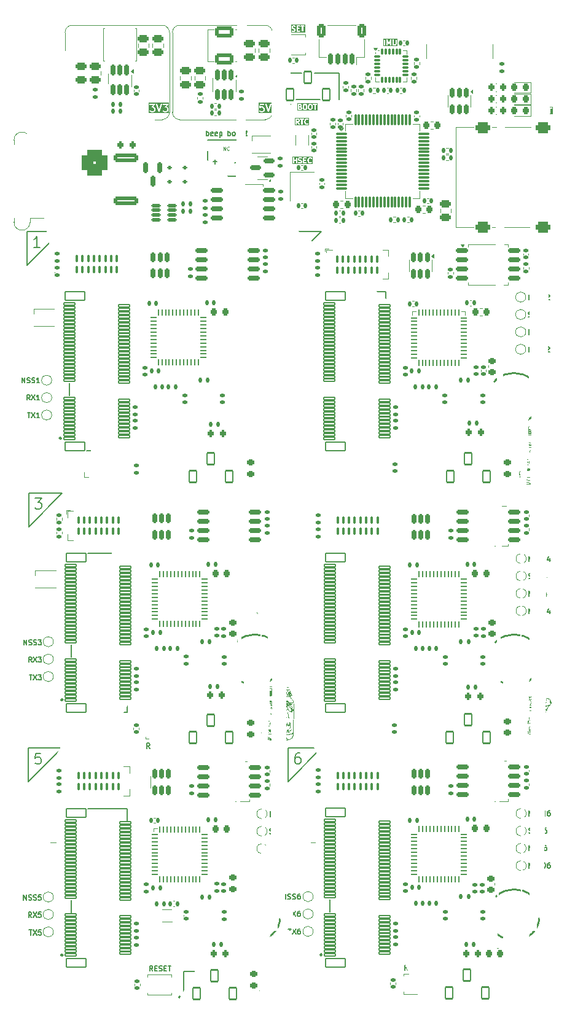
<source format=gbr>
%TF.GenerationSoftware,KiCad,Pcbnew,9.0.0*%
%TF.CreationDate,2025-05-05T23:42:48+04:00*%
%TF.ProjectId,Dumpling_Main,44756d70-6c69-46e6-975f-4d61696e2e6b,rev?*%
%TF.SameCoordinates,Original*%
%TF.FileFunction,Legend,Top*%
%TF.FilePolarity,Positive*%
%FSLAX46Y46*%
G04 Gerber Fmt 4.6, Leading zero omitted, Abs format (unit mm)*
G04 Created by KiCad (PCBNEW 9.0.0) date 2025-05-05 23:42:48*
%MOMM*%
%LPD*%
G01*
G04 APERTURE LIST*
G04 Aperture macros list*
%AMRoundRect*
0 Rectangle with rounded corners*
0 $1 Rounding radius*
0 $2 $3 $4 $5 $6 $7 $8 $9 X,Y pos of 4 corners*
0 Add a 4 corners polygon primitive as box body*
4,1,4,$2,$3,$4,$5,$6,$7,$8,$9,$2,$3,0*
0 Add four circle primitives for the rounded corners*
1,1,$1+$1,$2,$3*
1,1,$1+$1,$4,$5*
1,1,$1+$1,$6,$7*
1,1,$1+$1,$8,$9*
0 Add four rect primitives between the rounded corners*
20,1,$1+$1,$2,$3,$4,$5,0*
20,1,$1+$1,$4,$5,$6,$7,0*
20,1,$1+$1,$6,$7,$8,$9,0*
20,1,$1+$1,$8,$9,$2,$3,0*%
%AMFreePoly0*
4,1,110,1.094590,1.468199,1.088926,1.386563,1.081179,1.305055,1.071374,1.223800,1.059462,1.142824,1.045491,1.062154,1.029464,0.981890,1.011405,0.902057,0.991288,0.822708,0.969139,0.743917,0.945009,0.665685,0.918872,0.588113,0.890780,0.511252,0.860706,0.435103,0.828702,0.359766,0.794768,0.285243,0.758954,0.211684,0.721285,0.139014,0.681737,0.067336,0.640386,-0.003302,
0.597257,-0.072873,0.552350,-0.141300,0.505690,-0.208560,0.457353,-0.274625,0.407315,-0.339395,0.355652,-0.402896,0.302388,-0.465050,0.247549,-0.525806,0.191161,-0.585141,0.133274,-0.643028,0.073940,-0.699416,0.013183,-0.754255,-0.048971,-0.807518,-0.112471,-0.859182,-0.177242,-0.909220,-0.243307,-0.957557,-0.310566,-1.004216,-0.378994,-1.049124,-0.448565,-1.092253,-0.519202,-1.133604,
-0.590881,-1.173152,-0.663551,-1.210820,-0.737109,-1.246634,-0.811633,-1.280569,-0.886970,-1.312573,-0.963119,-1.342647,-1.039980,-1.370739,-1.117551,-1.396876,-1.195784,-1.421006,-1.274575,-1.443155,-1.353924,-1.463272,-1.433757,-1.481331,-1.514021,-1.497358,-1.594691,-1.511328,-1.675667,-1.523241,-1.756922,-1.533045,-1.838430,-1.540792,-1.920066,-1.546457,-2.001854,-1.550013,-2.001854,-0.550013,
-1.934061,-0.545949,-1.866421,-0.539776,-1.799009,-0.531547,-1.731877,-0.521234,-1.665100,-0.508839,-1.598755,-0.494412,-1.532893,-0.477927,-1.467513,-0.459411,-1.402769,-0.438887,-1.338710,-0.416383,-1.275362,-0.391923,-1.212776,-0.365507,-1.151054,-0.337160,-1.090246,-0.306934,-1.030378,-0.274854,-0.971552,-0.240919,-0.913792,-0.205207,-0.857150,-0.167717,-0.801702,-0.128499,-0.747498,-0.087579,
-0.694590,-0.045034,-0.643002,-0.000838,-0.592837,0.044907,-0.544044,0.092177,-0.496774,0.140970,-0.451029,0.191135,-0.406833,0.242723,-0.364288,0.295631,-0.323368,0.349835,-0.284150,0.405283,-0.246660,0.461925,-0.210947,0.519685,-0.177013,0.578512,-0.144933,0.638379,-0.114707,0.699187,-0.086360,0.760909,-0.059944,0.823495,-0.035484,0.886843,-0.012979,0.950902,0.007544,1.015646,
0.026060,1.081026,0.042545,1.146888,0.056972,1.213233,0.069368,1.280010,0.079680,1.347142,0.087910,1.414554,0.094082,1.482195,0.098146,1.549987,1.098146,1.549987,1.094590,1.468199,1.094590,1.468199,$1*%
%AMFreePoly1*
4,1,110,-0.545949,1.934061,-0.539776,1.866421,-0.531547,1.799009,-0.521234,1.731877,-0.508839,1.665100,-0.494412,1.598755,-0.477927,1.532893,-0.459411,1.467513,-0.438887,1.402769,-0.416383,1.338710,-0.391923,1.275362,-0.365507,1.212776,-0.337160,1.151054,-0.306934,1.090246,-0.274854,1.030378,-0.240919,0.971552,-0.205207,0.913792,-0.167717,0.857150,-0.128499,0.801702,-0.087579,0.747498,
-0.045034,0.694590,-0.000838,0.643002,0.044907,0.592837,0.092177,0.544044,0.140970,0.496774,0.191135,0.451029,0.242723,0.406833,0.295631,0.364288,0.349835,0.323368,0.405283,0.284150,0.461925,0.246660,0.519685,0.210947,0.578512,0.177013,0.638379,0.144933,0.699187,0.114707,0.760909,0.086360,0.823495,0.059944,0.886843,0.035484,0.950902,0.012979,1.015646,-0.007544,
1.081026,-0.026060,1.146888,-0.042545,1.213233,-0.056972,1.280010,-0.069368,1.347142,-0.079680,1.414554,-0.087910,1.482195,-0.094082,1.549987,-0.098146,1.549987,-1.098146,1.468199,-1.094590,1.386563,-1.088926,1.305055,-1.081179,1.223800,-1.071374,1.142824,-1.059462,1.062154,-1.045491,0.981890,-1.029464,0.902057,-1.011405,0.822708,-0.991288,0.743917,-0.969139,0.665685,-0.945009,
0.588113,-0.918872,0.511252,-0.890780,0.435103,-0.860706,0.359766,-0.828702,0.285243,-0.794768,0.211684,-0.758954,0.139014,-0.721285,0.067336,-0.681737,-0.003302,-0.640386,-0.072873,-0.597257,-0.141300,-0.552350,-0.208560,-0.505690,-0.274625,-0.457353,-0.339395,-0.407315,-0.402896,-0.355652,-0.465050,-0.302388,-0.525806,-0.247549,-0.585141,-0.191161,-0.643028,-0.133274,-0.699416,-0.073940,
-0.754255,-0.013183,-0.807518,0.048971,-0.859182,0.112471,-0.909220,0.177242,-0.957557,0.243307,-1.004216,0.310566,-1.049124,0.378994,-1.092253,0.448565,-1.133604,0.519202,-1.173152,0.590881,-1.210820,0.663551,-1.246634,0.737109,-1.280569,0.811633,-1.312573,0.886970,-1.342647,0.963119,-1.370739,1.039980,-1.396876,1.117551,-1.421006,1.195784,-1.443155,1.274575,-1.463272,1.353924,
-1.481331,1.433757,-1.497358,1.514021,-1.511328,1.594691,-1.523241,1.675667,-1.533045,1.756922,-1.540792,1.838430,-1.546457,1.920066,-1.550013,2.001854,-0.550013,2.001854,-0.545949,1.934061,-0.545949,1.934061,$1*%
%AMFreePoly2*
4,1,110,2.001854,0.550013,1.934061,0.545949,1.866421,0.539776,1.799009,0.531547,1.731877,0.521234,1.665100,0.508839,1.598755,0.494412,1.532868,0.477927,1.467513,0.459411,1.402769,0.438887,1.338710,0.416383,1.275362,0.391923,1.212776,0.365507,1.151054,0.337160,1.090246,0.306934,1.030378,0.274854,0.971552,0.240919,0.913792,0.205207,0.857150,0.167717,0.801702,0.128499,
0.747498,0.087579,0.694590,0.045034,0.643002,0.000838,0.592812,-0.044907,0.544044,-0.092177,0.496774,-0.140945,0.451029,-0.191135,0.406833,-0.242723,0.364288,-0.295631,0.323368,-0.349835,0.284150,-0.405283,0.246660,-0.461925,0.210947,-0.519685,0.177013,-0.578512,0.144933,-0.638379,0.114707,-0.699187,0.086360,-0.760909,0.059944,-0.823495,0.035484,-0.886843,0.012979,-0.950902,
-0.007544,-1.015646,-0.026060,-1.081001,-0.042545,-1.146888,-0.056972,-1.213233,-0.069368,-1.280010,-0.079680,-1.347142,-0.087910,-1.414554,-0.094082,-1.482195,-0.098146,-1.549987,-1.098146,-1.549987,-1.094590,-1.468199,-1.088926,-1.386563,-1.081179,-1.305055,-1.071349,-1.223800,-1.059462,-1.142824,-1.045491,-1.062154,-1.029464,-0.981890,-1.011405,-0.902057,-0.991288,-0.822708,-0.969139,-0.743917,
-0.945009,-0.665685,-0.918872,-0.588113,-0.890780,-0.511252,-0.860706,-0.435103,-0.828702,-0.359766,-0.794768,-0.285268,-0.758954,-0.211684,-0.721285,-0.139014,-0.681737,-0.067336,-0.640386,0.003302,-0.597257,0.072873,-0.552350,0.141300,-0.505690,0.208560,-0.457353,0.274625,-0.407315,0.339395,-0.355652,0.402896,-0.302388,0.465050,-0.247549,0.525806,-0.191161,0.585141,-0.133274,0.643028,
-0.073940,0.699416,-0.013183,0.754255,0.048971,0.807518,0.112471,0.859182,0.177242,0.909220,0.243307,0.957557,0.310566,1.004216,0.378994,1.049124,0.448565,1.092253,0.519202,1.133604,0.590881,1.173152,0.663551,1.210820,0.737135,1.246634,0.811633,1.280569,0.886970,1.312573,0.963119,1.342647,1.039980,1.370739,1.117551,1.396876,1.195784,1.421006,1.274575,1.443155,
1.353924,1.463272,1.433757,1.481331,1.514021,1.497358,1.594691,1.511328,1.675667,1.523216,1.756922,1.533045,1.838430,1.540792,1.920066,1.546457,2.001854,1.550013,2.001854,0.550013,2.001854,0.550013,$1*%
%AMFreePoly3*
4,1,110,-1.468199,1.094590,-1.386563,1.088926,-1.305055,1.081179,-1.223800,1.071349,-1.142824,1.059462,-1.062154,1.045491,-0.981890,1.029464,-0.902057,1.011405,-0.822708,0.991288,-0.743917,0.969139,-0.665685,0.945009,-0.588113,0.918872,-0.511252,0.890780,-0.435103,0.860706,-0.359766,0.828702,-0.285268,0.794768,-0.211684,0.758954,-0.139014,0.721285,-0.067336,0.681737,0.003302,0.640386,
0.072873,0.597257,0.141300,0.552350,0.208560,0.505690,0.274625,0.457353,0.339395,0.407315,0.402896,0.355652,0.465050,0.302388,0.525806,0.247549,0.585141,0.191161,0.643028,0.133274,0.699416,0.073940,0.754255,0.013183,0.807518,-0.048971,0.859182,-0.112471,0.909220,-0.177242,0.957557,-0.243307,1.004216,-0.310566,1.049124,-0.378994,1.092253,-0.448565,1.133604,-0.519202,
1.173152,-0.590881,1.210820,-0.663551,1.246634,-0.737135,1.280569,-0.811633,1.312573,-0.886970,1.342647,-0.963119,1.370739,-1.039980,1.396876,-1.117551,1.421006,-1.195784,1.443155,-1.274575,1.463272,-1.353924,1.481331,-1.433757,1.497358,-1.514021,1.511328,-1.594691,1.523216,-1.675667,1.533045,-1.756922,1.540792,-1.838430,1.546457,-1.920066,1.550013,-2.001854,0.550013,-2.001854,
0.545949,-1.934061,0.539776,-1.866421,0.531547,-1.799009,0.521234,-1.731877,0.508839,-1.665100,0.494412,-1.598755,0.477927,-1.532868,0.459411,-1.467513,0.438887,-1.402769,0.416383,-1.338710,0.391923,-1.275362,0.365507,-1.212776,0.337160,-1.151054,0.306934,-1.090246,0.274854,-1.030378,0.240919,-0.971552,0.205207,-0.913792,0.167717,-0.857150,0.128499,-0.801702,0.087579,-0.747498,
0.045034,-0.694590,0.000838,-0.643002,-0.044907,-0.592812,-0.092177,-0.544044,-0.140945,-0.496774,-0.191135,-0.451029,-0.242723,-0.406833,-0.295631,-0.364288,-0.349835,-0.323368,-0.405283,-0.284150,-0.461925,-0.246660,-0.519685,-0.210947,-0.578512,-0.177013,-0.638379,-0.144933,-0.699187,-0.114707,-0.760909,-0.086360,-0.823495,-0.059944,-0.886843,-0.035484,-0.950902,-0.012979,-1.015646,0.007544,
-1.081001,0.026060,-1.146888,0.042545,-1.213233,0.056972,-1.280010,0.069368,-1.347142,0.079680,-1.414554,0.087910,-1.482195,0.094082,-1.549987,0.098146,-1.549987,1.098146,-1.468199,1.094590,-1.468199,1.094590,$1*%
G04 Aperture macros list end*
%ADD10C,0.175000*%
%ADD11C,0.100000*%
%ADD12C,0.125000*%
%ADD13C,0.150000*%
%ADD14C,0.120000*%
%ADD15C,0.254001*%
%ADD16C,0.059995*%
%ADD17C,0.127000*%
%ADD18C,0.152400*%
%ADD19C,0.000000*%
%ADD20C,0.240000*%
%ADD21RoundRect,0.147500X-0.172500X0.147500X-0.172500X-0.147500X0.172500X-0.147500X0.172500X0.147500X0*%
%ADD22RoundRect,0.140000X0.170000X-0.140000X0.170000X0.140000X-0.170000X0.140000X-0.170000X-0.140000X0*%
%ADD23RoundRect,0.225000X0.250000X-0.225000X0.250000X0.225000X-0.250000X0.225000X-0.250000X-0.225000X0*%
%ADD24C,4.300025*%
%ADD25FreePoly0,0.000000*%
%ADD26FreePoly1,0.000000*%
%ADD27FreePoly2,0.000000*%
%ADD28FreePoly3,0.000000*%
%ADD29C,0.800000*%
%ADD30C,6.400000*%
%ADD31RoundRect,0.140000X-0.170000X0.140000X-0.170000X-0.140000X0.170000X-0.140000X0.170000X0.140000X0*%
%ADD32RoundRect,0.102000X-0.500000X-0.800000X0.500000X-0.800000X0.500000X0.800000X-0.500000X0.800000X0*%
%ADD33RoundRect,0.135000X-0.135000X-0.185000X0.135000X-0.185000X0.135000X0.185000X-0.135000X0.185000X0*%
%ADD34RoundRect,0.150000X-0.150000X0.512500X-0.150000X-0.512500X0.150000X-0.512500X0.150000X0.512500X0*%
%ADD35C,1.000000*%
%ADD36R,0.900000X1.700000*%
%ADD37RoundRect,0.135000X0.185000X-0.135000X0.185000X0.135000X-0.185000X0.135000X-0.185000X-0.135000X0*%
%ADD38RoundRect,0.140000X-0.140000X-0.170000X0.140000X-0.170000X0.140000X0.170000X-0.140000X0.170000X0*%
%ADD39R,1.400000X1.200000*%
%ADD40RoundRect,0.140000X0.140000X0.170000X-0.140000X0.170000X-0.140000X-0.170000X0.140000X-0.170000X0*%
%ADD41RoundRect,0.200000X-0.200000X-0.275000X0.200000X-0.275000X0.200000X0.275000X-0.200000X0.275000X0*%
%ADD42RoundRect,0.225000X-0.225000X-0.250000X0.225000X-0.250000X0.225000X0.250000X-0.225000X0.250000X0*%
%ADD43RoundRect,0.250000X-0.475000X0.250000X-0.475000X-0.250000X0.475000X-0.250000X0.475000X0.250000X0*%
%ADD44RoundRect,0.150000X0.587500X0.150000X-0.587500X0.150000X-0.587500X-0.150000X0.587500X-0.150000X0*%
%ADD45RoundRect,0.135000X0.135000X0.185000X-0.135000X0.185000X-0.135000X-0.185000X0.135000X-0.185000X0*%
%ADD46RoundRect,0.135000X-0.185000X0.135000X-0.185000X-0.135000X0.185000X-0.135000X0.185000X0.135000X0*%
%ADD47R,0.700000X0.700000*%
%ADD48RoundRect,0.218750X0.218750X0.256250X-0.218750X0.256250X-0.218750X-0.256250X0.218750X-0.256250X0*%
%ADD49RoundRect,0.362500X-0.637500X0.362500X-0.637500X-0.362500X0.637500X-0.362500X0.637500X0.362500X0*%
%ADD50R,1.500000X0.800000*%
%ADD51R,1.000000X1.800000*%
%ADD52RoundRect,0.225000X0.225000X0.250000X-0.225000X0.250000X-0.225000X-0.250000X0.225000X-0.250000X0*%
%ADD53RoundRect,0.162500X-0.650000X-0.162500X0.650000X-0.162500X0.650000X0.162500X-0.650000X0.162500X0*%
%ADD54RoundRect,0.200000X0.200000X0.275000X-0.200000X0.275000X-0.200000X-0.275000X0.200000X-0.275000X0*%
%ADD55R,3.700000X1.100000*%
%ADD56R,1.200000X1.400000*%
%ADD57RoundRect,0.075000X0.075000X-0.350000X0.075000X0.350000X-0.075000X0.350000X-0.075000X-0.350000X0*%
%ADD58RoundRect,0.075000X-0.350000X-0.075000X0.350000X-0.075000X0.350000X0.075000X-0.350000X0.075000X0*%
%ADD59R,1.800000X1.000000*%
%ADD60RoundRect,0.112500X0.187500X0.112500X-0.187500X0.112500X-0.187500X-0.112500X0.187500X-0.112500X0*%
%ADD61RoundRect,0.250001X0.999999X-0.499999X0.999999X0.499999X-0.999999X0.499999X-0.999999X-0.499999X0*%
%ADD62RoundRect,0.162500X-0.162500X0.617500X-0.162500X-0.617500X0.162500X-0.617500X0.162500X0.617500X0*%
%ADD63RoundRect,0.075000X-0.075000X-0.700000X0.075000X-0.700000X0.075000X0.700000X-0.075000X0.700000X0*%
%ADD64RoundRect,0.075000X-0.700000X-0.075000X0.700000X-0.075000X0.700000X0.075000X-0.700000X0.075000X0*%
%ADD65RoundRect,0.250000X-1.425000X0.362500X-1.425000X-0.362500X1.425000X-0.362500X1.425000X0.362500X0*%
%ADD66RoundRect,0.150000X-0.150000X0.587500X-0.150000X-0.587500X0.150000X-0.587500X0.150000X0.587500X0*%
%ADD67RoundRect,0.218750X0.256250X-0.218750X0.256250X0.218750X-0.256250X0.218750X-0.256250X-0.218750X0*%
%ADD68RoundRect,0.125000X-0.537500X-0.125000X0.537500X-0.125000X0.537500X0.125000X-0.537500X0.125000X0*%
%ADD69R,2.000000X1.000000*%
%ADD70C,0.990600*%
%ADD71C,0.787400*%
%ADD72C,0.650000*%
%ADD73R,0.600000X1.240000*%
%ADD74R,0.300000X1.240000*%
%ADD75O,1.000000X2.100000*%
%ADD76O,1.000000X1.800000*%
%ADD77C,1.400000*%
%ADD78RoundRect,0.770000X0.980000X-0.980000X0.980000X0.980000X-0.980000X0.980000X-0.980000X-0.980000X0*%
%ADD79C,3.500000*%
%ADD80RoundRect,0.150000X0.150000X0.625000X-0.150000X0.625000X-0.150000X-0.625000X0.150000X-0.625000X0*%
%ADD81RoundRect,0.250000X0.350000X0.650000X-0.350000X0.650000X-0.350000X-0.650000X0.350000X-0.650000X0*%
%ADD82C,1.100000*%
%ADD83C,1.600000*%
%ADD84RoundRect,0.102000X0.775000X-0.150000X0.775000X0.150000X-0.775000X0.150000X-0.775000X-0.150000X0*%
%ADD85RoundRect,0.102000X1.375000X-0.600000X1.375000X0.600000X-1.375000X0.600000X-1.375000X-0.600000X0*%
%ADD86C,0.660000*%
%ADD87O,1.000000X0.580000*%
%ADD88RoundRect,0.075000X-0.075000X-0.425000X0.075000X-0.425000X0.075000X0.425000X-0.075000X0.425000X0*%
%ADD89RoundRect,0.062500X0.062500X-0.375000X0.062500X0.375000X-0.062500X0.375000X-0.062500X-0.375000X0*%
%ADD90RoundRect,0.062500X0.375000X-0.062500X0.375000X0.062500X-0.375000X0.062500X-0.375000X-0.062500X0*%
%ADD91R,5.600000X5.600000*%
G04 APERTURE END LIST*
D10*
X131006797Y-130330233D02*
X131006797Y-129630233D01*
X131006797Y-129630233D02*
X131406797Y-130330233D01*
X131406797Y-130330233D02*
X131406797Y-129630233D01*
X131706797Y-130296900D02*
X131806797Y-130330233D01*
X131806797Y-130330233D02*
X131973464Y-130330233D01*
X131973464Y-130330233D02*
X132040130Y-130296900D01*
X132040130Y-130296900D02*
X132073464Y-130263566D01*
X132073464Y-130263566D02*
X132106797Y-130196900D01*
X132106797Y-130196900D02*
X132106797Y-130130233D01*
X132106797Y-130130233D02*
X132073464Y-130063566D01*
X132073464Y-130063566D02*
X132040130Y-130030233D01*
X132040130Y-130030233D02*
X131973464Y-129996900D01*
X131973464Y-129996900D02*
X131840130Y-129963566D01*
X131840130Y-129963566D02*
X131773464Y-129930233D01*
X131773464Y-129930233D02*
X131740130Y-129896900D01*
X131740130Y-129896900D02*
X131706797Y-129830233D01*
X131706797Y-129830233D02*
X131706797Y-129763566D01*
X131706797Y-129763566D02*
X131740130Y-129696900D01*
X131740130Y-129696900D02*
X131773464Y-129663566D01*
X131773464Y-129663566D02*
X131840130Y-129630233D01*
X131840130Y-129630233D02*
X132006797Y-129630233D01*
X132006797Y-129630233D02*
X132106797Y-129663566D01*
X132373464Y-130296900D02*
X132473464Y-130330233D01*
X132473464Y-130330233D02*
X132640131Y-130330233D01*
X132640131Y-130330233D02*
X132706797Y-130296900D01*
X132706797Y-130296900D02*
X132740131Y-130263566D01*
X132740131Y-130263566D02*
X132773464Y-130196900D01*
X132773464Y-130196900D02*
X132773464Y-130130233D01*
X132773464Y-130130233D02*
X132740131Y-130063566D01*
X132740131Y-130063566D02*
X132706797Y-130030233D01*
X132706797Y-130030233D02*
X132640131Y-129996900D01*
X132640131Y-129996900D02*
X132506797Y-129963566D01*
X132506797Y-129963566D02*
X132440131Y-129930233D01*
X132440131Y-129930233D02*
X132406797Y-129896900D01*
X132406797Y-129896900D02*
X132373464Y-129830233D01*
X132373464Y-129830233D02*
X132373464Y-129763566D01*
X132373464Y-129763566D02*
X132406797Y-129696900D01*
X132406797Y-129696900D02*
X132440131Y-129663566D01*
X132440131Y-129663566D02*
X132506797Y-129630233D01*
X132506797Y-129630233D02*
X132673464Y-129630233D01*
X132673464Y-129630233D02*
X132773464Y-129663566D01*
X133373464Y-129863566D02*
X133373464Y-130330233D01*
X133206798Y-129596900D02*
X133040131Y-130096900D01*
X133040131Y-130096900D02*
X133473464Y-130096900D01*
G36*
X165867864Y-56748377D02*
G01*
X165876550Y-56757063D01*
X165894297Y-56792556D01*
X165894297Y-56851245D01*
X165876552Y-56886733D01*
X165863298Y-56899987D01*
X165827808Y-56917733D01*
X165669297Y-56917733D01*
X165669297Y-56726066D01*
X165800931Y-56726066D01*
X165867864Y-56748377D01*
G37*
G36*
X165829964Y-56410477D02*
G01*
X165843220Y-56423733D01*
X165860964Y-56459221D01*
X165860964Y-56484576D01*
X165843218Y-56520068D01*
X165829964Y-56533321D01*
X165794476Y-56551066D01*
X165669297Y-56551066D01*
X165669297Y-56392733D01*
X165794476Y-56392733D01*
X165829964Y-56410477D01*
G37*
G36*
X166563300Y-56410479D02*
G01*
X166602788Y-56449967D01*
X166627631Y-56549337D01*
X166627631Y-56761128D01*
X166602788Y-56860498D01*
X166563300Y-56899986D01*
X166527808Y-56917733D01*
X166435788Y-56917733D01*
X166400294Y-56899986D01*
X166360805Y-56860497D01*
X166335964Y-56761126D01*
X166335964Y-56549339D01*
X166360805Y-56449968D01*
X166400294Y-56410479D01*
X166435788Y-56392733D01*
X166527808Y-56392733D01*
X166563300Y-56410479D01*
G37*
G36*
X167296633Y-56410479D02*
G01*
X167336121Y-56449967D01*
X167360964Y-56549337D01*
X167360964Y-56761128D01*
X167336121Y-56860498D01*
X167296633Y-56899986D01*
X167261141Y-56917733D01*
X167169121Y-56917733D01*
X167133627Y-56899986D01*
X167094138Y-56860497D01*
X167069297Y-56761126D01*
X167069297Y-56549339D01*
X167094138Y-56449968D01*
X167133627Y-56410479D01*
X167169121Y-56392733D01*
X167261141Y-56392733D01*
X167296633Y-56410479D01*
G37*
G36*
X168221782Y-57180233D02*
G01*
X165406797Y-57180233D01*
X165406797Y-56305233D01*
X165494297Y-56305233D01*
X165494297Y-57005233D01*
X165495978Y-57022303D01*
X165509043Y-57053845D01*
X165533185Y-57077987D01*
X165564727Y-57091052D01*
X165581797Y-57092733D01*
X165848464Y-57092733D01*
X165865534Y-57091052D01*
X165868438Y-57089848D01*
X165871575Y-57089626D01*
X165887595Y-57083496D01*
X165954262Y-57050163D01*
X165961610Y-57045537D01*
X165963745Y-57044653D01*
X165966148Y-57042680D01*
X165968778Y-57041025D01*
X165970291Y-57039280D01*
X165977004Y-57033771D01*
X166010337Y-57000437D01*
X166015844Y-56993726D01*
X166017589Y-56992213D01*
X166019244Y-56989582D01*
X166021218Y-56987178D01*
X166022102Y-56985042D01*
X166026726Y-56977697D01*
X166060059Y-56911031D01*
X166066190Y-56895011D01*
X166066412Y-56891874D01*
X166067616Y-56888970D01*
X166069297Y-56871900D01*
X166069297Y-56771900D01*
X166067616Y-56754830D01*
X166066412Y-56751925D01*
X166066190Y-56748789D01*
X166060060Y-56732770D01*
X166026727Y-56666102D01*
X166022103Y-56658756D01*
X166021218Y-56656620D01*
X166019243Y-56654214D01*
X166017589Y-56651586D01*
X166015845Y-56650073D01*
X166010336Y-56643361D01*
X165987705Y-56620730D01*
X165987884Y-56620514D01*
X165988768Y-56618378D01*
X165993394Y-56611031D01*
X166026727Y-56544363D01*
X166028945Y-56538566D01*
X166160964Y-56538566D01*
X166160964Y-56771900D01*
X166161257Y-56774876D01*
X166161067Y-56776154D01*
X166162012Y-56782550D01*
X166162645Y-56788970D01*
X166163138Y-56790160D01*
X166163576Y-56793122D01*
X166196909Y-56926454D01*
X166202680Y-56942607D01*
X166206552Y-56947833D01*
X166209043Y-56953846D01*
X166219925Y-56967105D01*
X166286592Y-57033772D01*
X166293302Y-57039279D01*
X166294817Y-57041025D01*
X166297449Y-57042682D01*
X166299851Y-57044653D01*
X166301983Y-57045536D01*
X166309333Y-57050163D01*
X166376001Y-57083496D01*
X166392020Y-57089626D01*
X166395156Y-57089848D01*
X166398061Y-57091052D01*
X166415131Y-57092733D01*
X166548464Y-57092733D01*
X166565534Y-57091052D01*
X166568438Y-57089848D01*
X166571575Y-57089626D01*
X166587595Y-57083496D01*
X166654262Y-57050163D01*
X166661611Y-57045536D01*
X166663744Y-57044653D01*
X166666144Y-57042682D01*
X166668778Y-57041025D01*
X166670293Y-57039277D01*
X166677003Y-57033771D01*
X166743670Y-56967104D01*
X166754551Y-56953845D01*
X166757040Y-56947833D01*
X166760913Y-56942608D01*
X166766684Y-56926455D01*
X166800018Y-56793122D01*
X166800455Y-56790163D01*
X166800950Y-56788970D01*
X166801582Y-56782542D01*
X166802528Y-56776154D01*
X166802337Y-56774876D01*
X166802631Y-56771900D01*
X166802631Y-56538566D01*
X166894297Y-56538566D01*
X166894297Y-56771900D01*
X166894590Y-56774876D01*
X166894400Y-56776154D01*
X166895345Y-56782550D01*
X166895978Y-56788970D01*
X166896471Y-56790160D01*
X166896909Y-56793122D01*
X166930242Y-56926454D01*
X166936013Y-56942607D01*
X166939885Y-56947833D01*
X166942376Y-56953846D01*
X166953258Y-56967105D01*
X167019925Y-57033772D01*
X167026635Y-57039279D01*
X167028150Y-57041025D01*
X167030782Y-57042682D01*
X167033184Y-57044653D01*
X167035316Y-57045536D01*
X167042666Y-57050163D01*
X167109334Y-57083496D01*
X167125353Y-57089626D01*
X167128489Y-57089848D01*
X167131394Y-57091052D01*
X167148464Y-57092733D01*
X167281797Y-57092733D01*
X167298867Y-57091052D01*
X167301771Y-57089848D01*
X167304908Y-57089626D01*
X167320928Y-57083496D01*
X167387595Y-57050163D01*
X167394944Y-57045536D01*
X167397077Y-57044653D01*
X167399477Y-57042682D01*
X167402111Y-57041025D01*
X167403626Y-57039277D01*
X167410336Y-57033771D01*
X167477003Y-56967104D01*
X167487884Y-56953845D01*
X167490373Y-56947833D01*
X167494246Y-56942608D01*
X167500017Y-56926455D01*
X167533351Y-56793122D01*
X167533788Y-56790163D01*
X167534283Y-56788970D01*
X167534915Y-56782542D01*
X167535861Y-56776154D01*
X167535670Y-56774876D01*
X167535964Y-56771900D01*
X167535964Y-56538566D01*
X167535670Y-56535589D01*
X167535861Y-56534312D01*
X167534915Y-56527923D01*
X167534283Y-56521496D01*
X167533788Y-56520302D01*
X167533351Y-56517344D01*
X167500017Y-56384011D01*
X167494246Y-56367858D01*
X167490373Y-56362632D01*
X167487884Y-56356621D01*
X167477003Y-56343362D01*
X167421804Y-56288163D01*
X167562644Y-56288163D01*
X167562644Y-56322303D01*
X167575709Y-56353845D01*
X167599851Y-56377987D01*
X167631393Y-56391052D01*
X167648463Y-56392733D01*
X167760963Y-56392733D01*
X167760963Y-57005233D01*
X167762644Y-57022303D01*
X167775709Y-57053845D01*
X167799851Y-57077987D01*
X167831393Y-57091052D01*
X167865533Y-57091052D01*
X167897075Y-57077987D01*
X167921217Y-57053845D01*
X167934282Y-57022303D01*
X167935963Y-57005233D01*
X167935963Y-56392733D01*
X168048463Y-56392733D01*
X168065533Y-56391052D01*
X168097075Y-56377987D01*
X168121217Y-56353845D01*
X168134282Y-56322303D01*
X168134282Y-56288163D01*
X168121217Y-56256621D01*
X168097075Y-56232479D01*
X168065533Y-56219414D01*
X168048463Y-56217733D01*
X167648463Y-56217733D01*
X167631393Y-56219414D01*
X167599851Y-56232479D01*
X167575709Y-56256621D01*
X167562644Y-56288163D01*
X167421804Y-56288163D01*
X167410336Y-56276695D01*
X167403626Y-56271188D01*
X167402111Y-56269441D01*
X167399477Y-56267783D01*
X167397077Y-56265813D01*
X167394944Y-56264929D01*
X167387595Y-56260303D01*
X167320928Y-56226970D01*
X167304908Y-56220840D01*
X167301771Y-56220617D01*
X167298867Y-56219414D01*
X167281797Y-56217733D01*
X167148464Y-56217733D01*
X167131394Y-56219414D01*
X167128489Y-56220617D01*
X167125353Y-56220840D01*
X167109334Y-56226970D01*
X167042666Y-56260303D01*
X167035316Y-56264929D01*
X167033184Y-56265813D01*
X167030782Y-56267783D01*
X167028150Y-56269441D01*
X167026635Y-56271186D01*
X167019925Y-56276694D01*
X166953258Y-56343361D01*
X166942376Y-56356620D01*
X166939885Y-56362632D01*
X166936013Y-56367859D01*
X166930242Y-56384012D01*
X166896909Y-56517344D01*
X166896471Y-56520305D01*
X166895978Y-56521496D01*
X166895345Y-56527915D01*
X166894400Y-56534312D01*
X166894590Y-56535589D01*
X166894297Y-56538566D01*
X166802631Y-56538566D01*
X166802337Y-56535589D01*
X166802528Y-56534312D01*
X166801582Y-56527923D01*
X166800950Y-56521496D01*
X166800455Y-56520302D01*
X166800018Y-56517344D01*
X166766684Y-56384011D01*
X166760913Y-56367858D01*
X166757040Y-56362632D01*
X166754551Y-56356621D01*
X166743670Y-56343362D01*
X166677003Y-56276695D01*
X166670293Y-56271188D01*
X166668778Y-56269441D01*
X166666144Y-56267783D01*
X166663744Y-56265813D01*
X166661611Y-56264929D01*
X166654262Y-56260303D01*
X166587595Y-56226970D01*
X166571575Y-56220840D01*
X166568438Y-56220617D01*
X166565534Y-56219414D01*
X166548464Y-56217733D01*
X166415131Y-56217733D01*
X166398061Y-56219414D01*
X166395156Y-56220617D01*
X166392020Y-56220840D01*
X166376001Y-56226970D01*
X166309333Y-56260303D01*
X166301983Y-56264929D01*
X166299851Y-56265813D01*
X166297449Y-56267783D01*
X166294817Y-56269441D01*
X166293302Y-56271186D01*
X166286592Y-56276694D01*
X166219925Y-56343361D01*
X166209043Y-56356620D01*
X166206552Y-56362632D01*
X166202680Y-56367859D01*
X166196909Y-56384012D01*
X166163576Y-56517344D01*
X166163138Y-56520305D01*
X166162645Y-56521496D01*
X166162012Y-56527915D01*
X166161067Y-56534312D01*
X166161257Y-56535589D01*
X166160964Y-56538566D01*
X166028945Y-56538566D01*
X166032857Y-56528344D01*
X166033079Y-56525207D01*
X166034283Y-56522303D01*
X166035964Y-56505233D01*
X166035964Y-56438566D01*
X166034283Y-56421496D01*
X166033079Y-56418591D01*
X166032857Y-56415455D01*
X166026726Y-56399435D01*
X165993393Y-56332769D01*
X165988768Y-56325421D01*
X165987884Y-56323287D01*
X165985912Y-56320884D01*
X165984256Y-56318253D01*
X165982510Y-56316739D01*
X165977003Y-56310028D01*
X165943669Y-56276694D01*
X165936956Y-56271184D01*
X165935444Y-56269441D01*
X165932816Y-56267787D01*
X165930410Y-56265812D01*
X165928271Y-56264926D01*
X165920928Y-56260304D01*
X165854262Y-56226971D01*
X165838243Y-56220840D01*
X165835105Y-56220617D01*
X165832201Y-56219414D01*
X165815131Y-56217733D01*
X165581797Y-56217733D01*
X165564727Y-56219414D01*
X165533185Y-56232479D01*
X165509043Y-56256621D01*
X165495978Y-56288163D01*
X165494297Y-56305233D01*
X165406797Y-56305233D01*
X165406797Y-56130233D01*
X168221782Y-56130233D01*
X168221782Y-57180233D01*
G37*
X97557988Y-75532328D02*
X96700845Y-75532328D01*
X97129416Y-75532328D02*
X97129416Y-74032328D01*
X97129416Y-74032328D02*
X96986559Y-74246614D01*
X96986559Y-74246614D02*
X96843702Y-74389471D01*
X96843702Y-74389471D02*
X96700845Y-74460900D01*
X96082945Y-134455233D02*
X96482945Y-134455233D01*
X96282945Y-135155233D02*
X96282945Y-134455233D01*
X96649612Y-134455233D02*
X97116278Y-135155233D01*
X97116278Y-134455233D02*
X96649612Y-135155233D01*
X97316279Y-134455233D02*
X97749612Y-134455233D01*
X97749612Y-134455233D02*
X97516279Y-134721900D01*
X97516279Y-134721900D02*
X97616279Y-134721900D01*
X97616279Y-134721900D02*
X97682945Y-134755233D01*
X97682945Y-134755233D02*
X97716279Y-134788566D01*
X97716279Y-134788566D02*
X97749612Y-134855233D01*
X97749612Y-134855233D02*
X97749612Y-135021900D01*
X97749612Y-135021900D02*
X97716279Y-135088566D01*
X97716279Y-135088566D02*
X97682945Y-135121900D01*
X97682945Y-135121900D02*
X97616279Y-135155233D01*
X97616279Y-135155233D02*
X97416279Y-135155233D01*
X97416279Y-135155233D02*
X97349612Y-135121900D01*
X97349612Y-135121900D02*
X97316279Y-135088566D01*
X164956797Y-123605233D02*
X164956797Y-122905233D01*
X164956797Y-122905233D02*
X165356797Y-123605233D01*
X165356797Y-123605233D02*
X165356797Y-122905233D01*
X165656797Y-123571900D02*
X165756797Y-123605233D01*
X165756797Y-123605233D02*
X165923464Y-123605233D01*
X165923464Y-123605233D02*
X165990130Y-123571900D01*
X165990130Y-123571900D02*
X166023464Y-123538566D01*
X166023464Y-123538566D02*
X166056797Y-123471900D01*
X166056797Y-123471900D02*
X166056797Y-123405233D01*
X166056797Y-123405233D02*
X166023464Y-123338566D01*
X166023464Y-123338566D02*
X165990130Y-123305233D01*
X165990130Y-123305233D02*
X165923464Y-123271900D01*
X165923464Y-123271900D02*
X165790130Y-123238566D01*
X165790130Y-123238566D02*
X165723464Y-123205233D01*
X165723464Y-123205233D02*
X165690130Y-123171900D01*
X165690130Y-123171900D02*
X165656797Y-123105233D01*
X165656797Y-123105233D02*
X165656797Y-123038566D01*
X165656797Y-123038566D02*
X165690130Y-122971900D01*
X165690130Y-122971900D02*
X165723464Y-122938566D01*
X165723464Y-122938566D02*
X165790130Y-122905233D01*
X165790130Y-122905233D02*
X165956797Y-122905233D01*
X165956797Y-122905233D02*
X166056797Y-122938566D01*
X166323464Y-123571900D02*
X166423464Y-123605233D01*
X166423464Y-123605233D02*
X166590131Y-123605233D01*
X166590131Y-123605233D02*
X166656797Y-123571900D01*
X166656797Y-123571900D02*
X166690131Y-123538566D01*
X166690131Y-123538566D02*
X166723464Y-123471900D01*
X166723464Y-123471900D02*
X166723464Y-123405233D01*
X166723464Y-123405233D02*
X166690131Y-123338566D01*
X166690131Y-123338566D02*
X166656797Y-123305233D01*
X166656797Y-123305233D02*
X166590131Y-123271900D01*
X166590131Y-123271900D02*
X166456797Y-123238566D01*
X166456797Y-123238566D02*
X166390131Y-123205233D01*
X166390131Y-123205233D02*
X166356797Y-123171900D01*
X166356797Y-123171900D02*
X166323464Y-123105233D01*
X166323464Y-123105233D02*
X166323464Y-123038566D01*
X166323464Y-123038566D02*
X166356797Y-122971900D01*
X166356797Y-122971900D02*
X166390131Y-122938566D01*
X166390131Y-122938566D02*
X166456797Y-122905233D01*
X166456797Y-122905233D02*
X166623464Y-122905233D01*
X166623464Y-122905233D02*
X166723464Y-122938566D01*
X167323464Y-123138566D02*
X167323464Y-123605233D01*
X167156798Y-122871900D02*
X166990131Y-123371900D01*
X166990131Y-123371900D02*
X167423464Y-123371900D01*
X148381797Y-144505233D02*
X148148464Y-144171900D01*
X147981797Y-144505233D02*
X147981797Y-143805233D01*
X147981797Y-143805233D02*
X148248464Y-143805233D01*
X148248464Y-143805233D02*
X148315131Y-143838566D01*
X148315131Y-143838566D02*
X148348464Y-143871900D01*
X148348464Y-143871900D02*
X148381797Y-143938566D01*
X148381797Y-143938566D02*
X148381797Y-144038566D01*
X148381797Y-144038566D02*
X148348464Y-144105233D01*
X148348464Y-144105233D02*
X148315131Y-144138566D01*
X148315131Y-144138566D02*
X148248464Y-144171900D01*
X148248464Y-144171900D02*
X147981797Y-144171900D01*
X148681797Y-144138566D02*
X148915131Y-144138566D01*
X149015131Y-144505233D02*
X148681797Y-144505233D01*
X148681797Y-144505233D02*
X148681797Y-143805233D01*
X148681797Y-143805233D02*
X149015131Y-143805233D01*
X149281797Y-144471900D02*
X149381797Y-144505233D01*
X149381797Y-144505233D02*
X149548464Y-144505233D01*
X149548464Y-144505233D02*
X149615130Y-144471900D01*
X149615130Y-144471900D02*
X149648464Y-144438566D01*
X149648464Y-144438566D02*
X149681797Y-144371900D01*
X149681797Y-144371900D02*
X149681797Y-144305233D01*
X149681797Y-144305233D02*
X149648464Y-144238566D01*
X149648464Y-144238566D02*
X149615130Y-144205233D01*
X149615130Y-144205233D02*
X149548464Y-144171900D01*
X149548464Y-144171900D02*
X149415130Y-144138566D01*
X149415130Y-144138566D02*
X149348464Y-144105233D01*
X149348464Y-144105233D02*
X149315130Y-144071900D01*
X149315130Y-144071900D02*
X149281797Y-144005233D01*
X149281797Y-144005233D02*
X149281797Y-143938566D01*
X149281797Y-143938566D02*
X149315130Y-143871900D01*
X149315130Y-143871900D02*
X149348464Y-143838566D01*
X149348464Y-143838566D02*
X149415130Y-143805233D01*
X149415130Y-143805233D02*
X149581797Y-143805233D01*
X149581797Y-143805233D02*
X149681797Y-143838566D01*
X149981797Y-144138566D02*
X150215131Y-144138566D01*
X150315131Y-144505233D02*
X149981797Y-144505233D01*
X149981797Y-144505233D02*
X149981797Y-143805233D01*
X149981797Y-143805233D02*
X150315131Y-143805233D01*
X150515130Y-143805233D02*
X150915130Y-143805233D01*
X150715130Y-144505233D02*
X150715130Y-143805233D01*
X148281797Y-175205233D02*
X148048464Y-174871900D01*
X147881797Y-175205233D02*
X147881797Y-174505233D01*
X147881797Y-174505233D02*
X148148464Y-174505233D01*
X148148464Y-174505233D02*
X148215131Y-174538566D01*
X148215131Y-174538566D02*
X148248464Y-174571900D01*
X148248464Y-174571900D02*
X148281797Y-174638566D01*
X148281797Y-174638566D02*
X148281797Y-174738566D01*
X148281797Y-174738566D02*
X148248464Y-174805233D01*
X148248464Y-174805233D02*
X148215131Y-174838566D01*
X148215131Y-174838566D02*
X148148464Y-174871900D01*
X148148464Y-174871900D02*
X147881797Y-174871900D01*
X148581797Y-174838566D02*
X148815131Y-174838566D01*
X148915131Y-175205233D02*
X148581797Y-175205233D01*
X148581797Y-175205233D02*
X148581797Y-174505233D01*
X148581797Y-174505233D02*
X148915131Y-174505233D01*
X149181797Y-175171900D02*
X149281797Y-175205233D01*
X149281797Y-175205233D02*
X149448464Y-175205233D01*
X149448464Y-175205233D02*
X149515130Y-175171900D01*
X149515130Y-175171900D02*
X149548464Y-175138566D01*
X149548464Y-175138566D02*
X149581797Y-175071900D01*
X149581797Y-175071900D02*
X149581797Y-175005233D01*
X149581797Y-175005233D02*
X149548464Y-174938566D01*
X149548464Y-174938566D02*
X149515130Y-174905233D01*
X149515130Y-174905233D02*
X149448464Y-174871900D01*
X149448464Y-174871900D02*
X149315130Y-174838566D01*
X149315130Y-174838566D02*
X149248464Y-174805233D01*
X149248464Y-174805233D02*
X149215130Y-174771900D01*
X149215130Y-174771900D02*
X149181797Y-174705233D01*
X149181797Y-174705233D02*
X149181797Y-174638566D01*
X149181797Y-174638566D02*
X149215130Y-174571900D01*
X149215130Y-174571900D02*
X149248464Y-174538566D01*
X149248464Y-174538566D02*
X149315130Y-174505233D01*
X149315130Y-174505233D02*
X149481797Y-174505233D01*
X149481797Y-174505233D02*
X149581797Y-174538566D01*
X149881797Y-174838566D02*
X150115131Y-174838566D01*
X150215131Y-175205233D02*
X149881797Y-175205233D01*
X149881797Y-175205233D02*
X149881797Y-174505233D01*
X149881797Y-174505233D02*
X150215131Y-174505233D01*
X150415130Y-174505233D02*
X150815130Y-174505233D01*
X150615130Y-175205233D02*
X150615130Y-174505233D01*
X129256797Y-154005233D02*
X129256797Y-153305233D01*
X129256797Y-153305233D02*
X129490131Y-153805233D01*
X129490131Y-153805233D02*
X129723464Y-153305233D01*
X129723464Y-153305233D02*
X129723464Y-154005233D01*
X130190131Y-153305233D02*
X130323464Y-153305233D01*
X130323464Y-153305233D02*
X130390131Y-153338566D01*
X130390131Y-153338566D02*
X130456797Y-153405233D01*
X130456797Y-153405233D02*
X130490131Y-153538566D01*
X130490131Y-153538566D02*
X130490131Y-153771900D01*
X130490131Y-153771900D02*
X130456797Y-153905233D01*
X130456797Y-153905233D02*
X130390131Y-153971900D01*
X130390131Y-153971900D02*
X130323464Y-154005233D01*
X130323464Y-154005233D02*
X130190131Y-154005233D01*
X130190131Y-154005233D02*
X130123464Y-153971900D01*
X130123464Y-153971900D02*
X130056797Y-153905233D01*
X130056797Y-153905233D02*
X130023464Y-153771900D01*
X130023464Y-153771900D02*
X130023464Y-153538566D01*
X130023464Y-153538566D02*
X130056797Y-153405233D01*
X130056797Y-153405233D02*
X130123464Y-153338566D01*
X130123464Y-153338566D02*
X130190131Y-153305233D01*
X130756797Y-153971900D02*
X130856797Y-154005233D01*
X130856797Y-154005233D02*
X131023464Y-154005233D01*
X131023464Y-154005233D02*
X131090130Y-153971900D01*
X131090130Y-153971900D02*
X131123464Y-153938566D01*
X131123464Y-153938566D02*
X131156797Y-153871900D01*
X131156797Y-153871900D02*
X131156797Y-153805233D01*
X131156797Y-153805233D02*
X131123464Y-153738566D01*
X131123464Y-153738566D02*
X131090130Y-153705233D01*
X131090130Y-153705233D02*
X131023464Y-153671900D01*
X131023464Y-153671900D02*
X130890130Y-153638566D01*
X130890130Y-153638566D02*
X130823464Y-153605233D01*
X130823464Y-153605233D02*
X130790130Y-153571900D01*
X130790130Y-153571900D02*
X130756797Y-153505233D01*
X130756797Y-153505233D02*
X130756797Y-153438566D01*
X130756797Y-153438566D02*
X130790130Y-153371900D01*
X130790130Y-153371900D02*
X130823464Y-153338566D01*
X130823464Y-153338566D02*
X130890130Y-153305233D01*
X130890130Y-153305233D02*
X131056797Y-153305233D01*
X131056797Y-153305233D02*
X131156797Y-153338566D01*
X131456797Y-154005233D02*
X131456797Y-153305233D01*
X132123464Y-153305233D02*
X131790130Y-153305233D01*
X131790130Y-153305233D02*
X131756797Y-153638566D01*
X131756797Y-153638566D02*
X131790130Y-153605233D01*
X131790130Y-153605233D02*
X131856797Y-153571900D01*
X131856797Y-153571900D02*
X132023464Y-153571900D01*
X132023464Y-153571900D02*
X132090130Y-153605233D01*
X132090130Y-153605233D02*
X132123464Y-153638566D01*
X132123464Y-153638566D02*
X132156797Y-153705233D01*
X132156797Y-153705233D02*
X132156797Y-153871900D01*
X132156797Y-153871900D02*
X132123464Y-153938566D01*
X132123464Y-153938566D02*
X132090130Y-153971900D01*
X132090130Y-153971900D02*
X132023464Y-154005233D01*
X132023464Y-154005233D02*
X131856797Y-154005233D01*
X131856797Y-154005233D02*
X131790130Y-153971900D01*
X131790130Y-153971900D02*
X131756797Y-153938566D01*
X132613345Y-74187685D02*
X132684773Y-74116257D01*
X132684773Y-74116257D02*
X132827631Y-74044828D01*
X132827631Y-74044828D02*
X133184773Y-74044828D01*
X133184773Y-74044828D02*
X133327631Y-74116257D01*
X133327631Y-74116257D02*
X133399059Y-74187685D01*
X133399059Y-74187685D02*
X133470488Y-74330542D01*
X133470488Y-74330542D02*
X133470488Y-74473400D01*
X133470488Y-74473400D02*
X133399059Y-74687685D01*
X133399059Y-74687685D02*
X132541916Y-75544828D01*
X132541916Y-75544828D02*
X133470488Y-75544828D01*
X131788127Y-98361888D02*
X132188127Y-98361888D01*
X131988127Y-99061888D02*
X131988127Y-98361888D01*
X132354794Y-98361888D02*
X132821460Y-99061888D01*
X132821460Y-98361888D02*
X132354794Y-99061888D01*
X133054794Y-98428555D02*
X133088127Y-98395221D01*
X133088127Y-98395221D02*
X133154794Y-98361888D01*
X133154794Y-98361888D02*
X133321461Y-98361888D01*
X133321461Y-98361888D02*
X133388127Y-98395221D01*
X133388127Y-98395221D02*
X133421461Y-98428555D01*
X133421461Y-98428555D02*
X133454794Y-98495221D01*
X133454794Y-98495221D02*
X133454794Y-98561888D01*
X133454794Y-98561888D02*
X133421461Y-98661888D01*
X133421461Y-98661888D02*
X133021461Y-99061888D01*
X133021461Y-99061888D02*
X133454794Y-99061888D01*
X164906797Y-82755233D02*
X164906797Y-82055233D01*
X164906797Y-82055233D02*
X165140131Y-82555233D01*
X165140131Y-82555233D02*
X165373464Y-82055233D01*
X165373464Y-82055233D02*
X165373464Y-82755233D01*
X165840131Y-82055233D02*
X165973464Y-82055233D01*
X165973464Y-82055233D02*
X166040131Y-82088566D01*
X166040131Y-82088566D02*
X166106797Y-82155233D01*
X166106797Y-82155233D02*
X166140131Y-82288566D01*
X166140131Y-82288566D02*
X166140131Y-82521900D01*
X166140131Y-82521900D02*
X166106797Y-82655233D01*
X166106797Y-82655233D02*
X166040131Y-82721900D01*
X166040131Y-82721900D02*
X165973464Y-82755233D01*
X165973464Y-82755233D02*
X165840131Y-82755233D01*
X165840131Y-82755233D02*
X165773464Y-82721900D01*
X165773464Y-82721900D02*
X165706797Y-82655233D01*
X165706797Y-82655233D02*
X165673464Y-82521900D01*
X165673464Y-82521900D02*
X165673464Y-82288566D01*
X165673464Y-82288566D02*
X165706797Y-82155233D01*
X165706797Y-82155233D02*
X165773464Y-82088566D01*
X165773464Y-82088566D02*
X165840131Y-82055233D01*
X166406797Y-82721900D02*
X166506797Y-82755233D01*
X166506797Y-82755233D02*
X166673464Y-82755233D01*
X166673464Y-82755233D02*
X166740130Y-82721900D01*
X166740130Y-82721900D02*
X166773464Y-82688566D01*
X166773464Y-82688566D02*
X166806797Y-82621900D01*
X166806797Y-82621900D02*
X166806797Y-82555233D01*
X166806797Y-82555233D02*
X166773464Y-82488566D01*
X166773464Y-82488566D02*
X166740130Y-82455233D01*
X166740130Y-82455233D02*
X166673464Y-82421900D01*
X166673464Y-82421900D02*
X166540130Y-82388566D01*
X166540130Y-82388566D02*
X166473464Y-82355233D01*
X166473464Y-82355233D02*
X166440130Y-82321900D01*
X166440130Y-82321900D02*
X166406797Y-82255233D01*
X166406797Y-82255233D02*
X166406797Y-82188566D01*
X166406797Y-82188566D02*
X166440130Y-82121900D01*
X166440130Y-82121900D02*
X166473464Y-82088566D01*
X166473464Y-82088566D02*
X166540130Y-82055233D01*
X166540130Y-82055233D02*
X166706797Y-82055233D01*
X166706797Y-82055233D02*
X166806797Y-82088566D01*
X167106797Y-82755233D02*
X167106797Y-82055233D01*
X167406797Y-82121900D02*
X167440130Y-82088566D01*
X167440130Y-82088566D02*
X167506797Y-82055233D01*
X167506797Y-82055233D02*
X167673464Y-82055233D01*
X167673464Y-82055233D02*
X167740130Y-82088566D01*
X167740130Y-82088566D02*
X167773464Y-82121900D01*
X167773464Y-82121900D02*
X167806797Y-82188566D01*
X167806797Y-82188566D02*
X167806797Y-82255233D01*
X167806797Y-82255233D02*
X167773464Y-82355233D01*
X167773464Y-82355233D02*
X167373464Y-82755233D01*
X167373464Y-82755233D02*
X167806797Y-82755233D01*
X129256797Y-158780233D02*
X129256797Y-158080233D01*
X129256797Y-158080233D02*
X129656797Y-158780233D01*
X129656797Y-158780233D02*
X129656797Y-158080233D01*
X129956797Y-158746900D02*
X130056797Y-158780233D01*
X130056797Y-158780233D02*
X130223464Y-158780233D01*
X130223464Y-158780233D02*
X130290130Y-158746900D01*
X130290130Y-158746900D02*
X130323464Y-158713566D01*
X130323464Y-158713566D02*
X130356797Y-158646900D01*
X130356797Y-158646900D02*
X130356797Y-158580233D01*
X130356797Y-158580233D02*
X130323464Y-158513566D01*
X130323464Y-158513566D02*
X130290130Y-158480233D01*
X130290130Y-158480233D02*
X130223464Y-158446900D01*
X130223464Y-158446900D02*
X130090130Y-158413566D01*
X130090130Y-158413566D02*
X130023464Y-158380233D01*
X130023464Y-158380233D02*
X129990130Y-158346900D01*
X129990130Y-158346900D02*
X129956797Y-158280233D01*
X129956797Y-158280233D02*
X129956797Y-158213566D01*
X129956797Y-158213566D02*
X129990130Y-158146900D01*
X129990130Y-158146900D02*
X130023464Y-158113566D01*
X130023464Y-158113566D02*
X130090130Y-158080233D01*
X130090130Y-158080233D02*
X130256797Y-158080233D01*
X130256797Y-158080233D02*
X130356797Y-158113566D01*
X130623464Y-158746900D02*
X130723464Y-158780233D01*
X130723464Y-158780233D02*
X130890131Y-158780233D01*
X130890131Y-158780233D02*
X130956797Y-158746900D01*
X130956797Y-158746900D02*
X130990131Y-158713566D01*
X130990131Y-158713566D02*
X131023464Y-158646900D01*
X131023464Y-158646900D02*
X131023464Y-158580233D01*
X131023464Y-158580233D02*
X130990131Y-158513566D01*
X130990131Y-158513566D02*
X130956797Y-158480233D01*
X130956797Y-158480233D02*
X130890131Y-158446900D01*
X130890131Y-158446900D02*
X130756797Y-158413566D01*
X130756797Y-158413566D02*
X130690131Y-158380233D01*
X130690131Y-158380233D02*
X130656797Y-158346900D01*
X130656797Y-158346900D02*
X130623464Y-158280233D01*
X130623464Y-158280233D02*
X130623464Y-158213566D01*
X130623464Y-158213566D02*
X130656797Y-158146900D01*
X130656797Y-158146900D02*
X130690131Y-158113566D01*
X130690131Y-158113566D02*
X130756797Y-158080233D01*
X130756797Y-158080233D02*
X130923464Y-158080233D01*
X130923464Y-158080233D02*
X131023464Y-158113566D01*
X131656798Y-158080233D02*
X131323464Y-158080233D01*
X131323464Y-158080233D02*
X131290131Y-158413566D01*
X131290131Y-158413566D02*
X131323464Y-158380233D01*
X131323464Y-158380233D02*
X131390131Y-158346900D01*
X131390131Y-158346900D02*
X131556798Y-158346900D01*
X131556798Y-158346900D02*
X131623464Y-158380233D01*
X131623464Y-158380233D02*
X131656798Y-158413566D01*
X131656798Y-158413566D02*
X131690131Y-158480233D01*
X131690131Y-158480233D02*
X131690131Y-158646900D01*
X131690131Y-158646900D02*
X131656798Y-158713566D01*
X131656798Y-158713566D02*
X131623464Y-158746900D01*
X131623464Y-158746900D02*
X131556798Y-158780233D01*
X131556798Y-158780233D02*
X131390131Y-158780233D01*
X131390131Y-158780233D02*
X131323464Y-158746900D01*
X131323464Y-158746900D02*
X131290131Y-158713566D01*
X129256797Y-123580233D02*
X129256797Y-122880233D01*
X129256797Y-122880233D02*
X129656797Y-123580233D01*
X129656797Y-123580233D02*
X129656797Y-122880233D01*
X129956797Y-123546900D02*
X130056797Y-123580233D01*
X130056797Y-123580233D02*
X130223464Y-123580233D01*
X130223464Y-123580233D02*
X130290130Y-123546900D01*
X130290130Y-123546900D02*
X130323464Y-123513566D01*
X130323464Y-123513566D02*
X130356797Y-123446900D01*
X130356797Y-123446900D02*
X130356797Y-123380233D01*
X130356797Y-123380233D02*
X130323464Y-123313566D01*
X130323464Y-123313566D02*
X130290130Y-123280233D01*
X130290130Y-123280233D02*
X130223464Y-123246900D01*
X130223464Y-123246900D02*
X130090130Y-123213566D01*
X130090130Y-123213566D02*
X130023464Y-123180233D01*
X130023464Y-123180233D02*
X129990130Y-123146900D01*
X129990130Y-123146900D02*
X129956797Y-123080233D01*
X129956797Y-123080233D02*
X129956797Y-123013566D01*
X129956797Y-123013566D02*
X129990130Y-122946900D01*
X129990130Y-122946900D02*
X130023464Y-122913566D01*
X130023464Y-122913566D02*
X130090130Y-122880233D01*
X130090130Y-122880233D02*
X130256797Y-122880233D01*
X130256797Y-122880233D02*
X130356797Y-122913566D01*
X130623464Y-123546900D02*
X130723464Y-123580233D01*
X130723464Y-123580233D02*
X130890131Y-123580233D01*
X130890131Y-123580233D02*
X130956797Y-123546900D01*
X130956797Y-123546900D02*
X130990131Y-123513566D01*
X130990131Y-123513566D02*
X131023464Y-123446900D01*
X131023464Y-123446900D02*
X131023464Y-123380233D01*
X131023464Y-123380233D02*
X130990131Y-123313566D01*
X130990131Y-123313566D02*
X130956797Y-123280233D01*
X130956797Y-123280233D02*
X130890131Y-123246900D01*
X130890131Y-123246900D02*
X130756797Y-123213566D01*
X130756797Y-123213566D02*
X130690131Y-123180233D01*
X130690131Y-123180233D02*
X130656797Y-123146900D01*
X130656797Y-123146900D02*
X130623464Y-123080233D01*
X130623464Y-123080233D02*
X130623464Y-123013566D01*
X130623464Y-123013566D02*
X130656797Y-122946900D01*
X130656797Y-122946900D02*
X130690131Y-122913566D01*
X130690131Y-122913566D02*
X130756797Y-122880233D01*
X130756797Y-122880233D02*
X130923464Y-122880233D01*
X130923464Y-122880233D02*
X131023464Y-122913566D01*
X131256798Y-122880233D02*
X131690131Y-122880233D01*
X131690131Y-122880233D02*
X131456798Y-123146900D01*
X131456798Y-123146900D02*
X131556798Y-123146900D01*
X131556798Y-123146900D02*
X131623464Y-123180233D01*
X131623464Y-123180233D02*
X131656798Y-123213566D01*
X131656798Y-123213566D02*
X131690131Y-123280233D01*
X131690131Y-123280233D02*
X131690131Y-123446900D01*
X131690131Y-123446900D02*
X131656798Y-123513566D01*
X131656798Y-123513566D02*
X131623464Y-123546900D01*
X131623464Y-123546900D02*
X131556798Y-123580233D01*
X131556798Y-123580233D02*
X131356798Y-123580233D01*
X131356798Y-123580233D02*
X131290131Y-123546900D01*
X131290131Y-123546900D02*
X131256798Y-123513566D01*
X164981797Y-153905233D02*
X164981797Y-153205233D01*
X164981797Y-153205233D02*
X165215131Y-153705233D01*
X165215131Y-153705233D02*
X165448464Y-153205233D01*
X165448464Y-153205233D02*
X165448464Y-153905233D01*
X165915131Y-153205233D02*
X166048464Y-153205233D01*
X166048464Y-153205233D02*
X166115131Y-153238566D01*
X166115131Y-153238566D02*
X166181797Y-153305233D01*
X166181797Y-153305233D02*
X166215131Y-153438566D01*
X166215131Y-153438566D02*
X166215131Y-153671900D01*
X166215131Y-153671900D02*
X166181797Y-153805233D01*
X166181797Y-153805233D02*
X166115131Y-153871900D01*
X166115131Y-153871900D02*
X166048464Y-153905233D01*
X166048464Y-153905233D02*
X165915131Y-153905233D01*
X165915131Y-153905233D02*
X165848464Y-153871900D01*
X165848464Y-153871900D02*
X165781797Y-153805233D01*
X165781797Y-153805233D02*
X165748464Y-153671900D01*
X165748464Y-153671900D02*
X165748464Y-153438566D01*
X165748464Y-153438566D02*
X165781797Y-153305233D01*
X165781797Y-153305233D02*
X165848464Y-153238566D01*
X165848464Y-153238566D02*
X165915131Y-153205233D01*
X166481797Y-153871900D02*
X166581797Y-153905233D01*
X166581797Y-153905233D02*
X166748464Y-153905233D01*
X166748464Y-153905233D02*
X166815130Y-153871900D01*
X166815130Y-153871900D02*
X166848464Y-153838566D01*
X166848464Y-153838566D02*
X166881797Y-153771900D01*
X166881797Y-153771900D02*
X166881797Y-153705233D01*
X166881797Y-153705233D02*
X166848464Y-153638566D01*
X166848464Y-153638566D02*
X166815130Y-153605233D01*
X166815130Y-153605233D02*
X166748464Y-153571900D01*
X166748464Y-153571900D02*
X166615130Y-153538566D01*
X166615130Y-153538566D02*
X166548464Y-153505233D01*
X166548464Y-153505233D02*
X166515130Y-153471900D01*
X166515130Y-153471900D02*
X166481797Y-153405233D01*
X166481797Y-153405233D02*
X166481797Y-153338566D01*
X166481797Y-153338566D02*
X166515130Y-153271900D01*
X166515130Y-153271900D02*
X166548464Y-153238566D01*
X166548464Y-153238566D02*
X166615130Y-153205233D01*
X166615130Y-153205233D02*
X166781797Y-153205233D01*
X166781797Y-153205233D02*
X166881797Y-153238566D01*
X167181797Y-153905233D02*
X167181797Y-153205233D01*
X167815130Y-153205233D02*
X167681797Y-153205233D01*
X167681797Y-153205233D02*
X167615130Y-153238566D01*
X167615130Y-153238566D02*
X167581797Y-153271900D01*
X167581797Y-153271900D02*
X167515130Y-153371900D01*
X167515130Y-153371900D02*
X167481797Y-153505233D01*
X167481797Y-153505233D02*
X167481797Y-153771900D01*
X167481797Y-153771900D02*
X167515130Y-153838566D01*
X167515130Y-153838566D02*
X167548464Y-153871900D01*
X167548464Y-153871900D02*
X167615130Y-153905233D01*
X167615130Y-153905233D02*
X167748464Y-153905233D01*
X167748464Y-153905233D02*
X167815130Y-153871900D01*
X167815130Y-153871900D02*
X167848464Y-153838566D01*
X167848464Y-153838566D02*
X167881797Y-153771900D01*
X167881797Y-153771900D02*
X167881797Y-153605233D01*
X167881797Y-153605233D02*
X167848464Y-153538566D01*
X167848464Y-153538566D02*
X167815130Y-153505233D01*
X167815130Y-153505233D02*
X167748464Y-153471900D01*
X167748464Y-153471900D02*
X167615130Y-153471900D01*
X167615130Y-153471900D02*
X167548464Y-153505233D01*
X167548464Y-153505233D02*
X167515130Y-153538566D01*
X167515130Y-153538566D02*
X167481797Y-153605233D01*
X164981797Y-158680233D02*
X164981797Y-157980233D01*
X164981797Y-157980233D02*
X165381797Y-158680233D01*
X165381797Y-158680233D02*
X165381797Y-157980233D01*
X165681797Y-158646900D02*
X165781797Y-158680233D01*
X165781797Y-158680233D02*
X165948464Y-158680233D01*
X165948464Y-158680233D02*
X166015130Y-158646900D01*
X166015130Y-158646900D02*
X166048464Y-158613566D01*
X166048464Y-158613566D02*
X166081797Y-158546900D01*
X166081797Y-158546900D02*
X166081797Y-158480233D01*
X166081797Y-158480233D02*
X166048464Y-158413566D01*
X166048464Y-158413566D02*
X166015130Y-158380233D01*
X166015130Y-158380233D02*
X165948464Y-158346900D01*
X165948464Y-158346900D02*
X165815130Y-158313566D01*
X165815130Y-158313566D02*
X165748464Y-158280233D01*
X165748464Y-158280233D02*
X165715130Y-158246900D01*
X165715130Y-158246900D02*
X165681797Y-158180233D01*
X165681797Y-158180233D02*
X165681797Y-158113566D01*
X165681797Y-158113566D02*
X165715130Y-158046900D01*
X165715130Y-158046900D02*
X165748464Y-158013566D01*
X165748464Y-158013566D02*
X165815130Y-157980233D01*
X165815130Y-157980233D02*
X165981797Y-157980233D01*
X165981797Y-157980233D02*
X166081797Y-158013566D01*
X166348464Y-158646900D02*
X166448464Y-158680233D01*
X166448464Y-158680233D02*
X166615131Y-158680233D01*
X166615131Y-158680233D02*
X166681797Y-158646900D01*
X166681797Y-158646900D02*
X166715131Y-158613566D01*
X166715131Y-158613566D02*
X166748464Y-158546900D01*
X166748464Y-158546900D02*
X166748464Y-158480233D01*
X166748464Y-158480233D02*
X166715131Y-158413566D01*
X166715131Y-158413566D02*
X166681797Y-158380233D01*
X166681797Y-158380233D02*
X166615131Y-158346900D01*
X166615131Y-158346900D02*
X166481797Y-158313566D01*
X166481797Y-158313566D02*
X166415131Y-158280233D01*
X166415131Y-158280233D02*
X166381797Y-158246900D01*
X166381797Y-158246900D02*
X166348464Y-158180233D01*
X166348464Y-158180233D02*
X166348464Y-158113566D01*
X166348464Y-158113566D02*
X166381797Y-158046900D01*
X166381797Y-158046900D02*
X166415131Y-158013566D01*
X166415131Y-158013566D02*
X166481797Y-157980233D01*
X166481797Y-157980233D02*
X166648464Y-157980233D01*
X166648464Y-157980233D02*
X166748464Y-158013566D01*
X167348464Y-157980233D02*
X167215131Y-157980233D01*
X167215131Y-157980233D02*
X167148464Y-158013566D01*
X167148464Y-158013566D02*
X167115131Y-158046900D01*
X167115131Y-158046900D02*
X167048464Y-158146900D01*
X167048464Y-158146900D02*
X167015131Y-158280233D01*
X167015131Y-158280233D02*
X167015131Y-158546900D01*
X167015131Y-158546900D02*
X167048464Y-158613566D01*
X167048464Y-158613566D02*
X167081798Y-158646900D01*
X167081798Y-158646900D02*
X167148464Y-158680233D01*
X167148464Y-158680233D02*
X167281798Y-158680233D01*
X167281798Y-158680233D02*
X167348464Y-158646900D01*
X167348464Y-158646900D02*
X167381798Y-158613566D01*
X167381798Y-158613566D02*
X167415131Y-158546900D01*
X167415131Y-158546900D02*
X167415131Y-158380233D01*
X167415131Y-158380233D02*
X167381798Y-158313566D01*
X167381798Y-158313566D02*
X167348464Y-158280233D01*
X167348464Y-158280233D02*
X167281798Y-158246900D01*
X167281798Y-158246900D02*
X167148464Y-158246900D01*
X167148464Y-158246900D02*
X167081798Y-158280233D01*
X167081798Y-158280233D02*
X167048464Y-158313566D01*
X167048464Y-158313566D02*
X167015131Y-158380233D01*
G36*
X131288298Y-45110478D02*
G01*
X131301552Y-45123732D01*
X131319297Y-45159221D01*
X131319297Y-45217909D01*
X131301550Y-45253402D01*
X131288298Y-45266654D01*
X131252808Y-45284400D01*
X131094297Y-45284400D01*
X131094297Y-45092733D01*
X131252808Y-45092733D01*
X131288298Y-45110478D01*
G37*
G36*
X134113449Y-45880233D02*
G01*
X130831797Y-45880233D01*
X130831797Y-45005233D01*
X130919297Y-45005233D01*
X130919297Y-45705233D01*
X130920978Y-45722303D01*
X130934043Y-45753845D01*
X130958185Y-45777987D01*
X130989727Y-45791052D01*
X131023867Y-45791052D01*
X131055409Y-45777987D01*
X131079551Y-45753845D01*
X131092616Y-45722303D01*
X131094297Y-45705233D01*
X131094297Y-45459400D01*
X131127906Y-45459400D01*
X131335114Y-45755411D01*
X131346280Y-45768431D01*
X131375072Y-45786779D01*
X131408694Y-45792713D01*
X131442027Y-45785328D01*
X131469995Y-45765750D01*
X131488343Y-45736958D01*
X131494277Y-45703336D01*
X131486892Y-45670004D01*
X131478480Y-45655055D01*
X131329232Y-45441843D01*
X131379262Y-45416828D01*
X131386606Y-45412205D01*
X131388744Y-45411320D01*
X131391148Y-45409346D01*
X131393779Y-45407691D01*
X131395293Y-45405944D01*
X131402003Y-45400438D01*
X131435336Y-45367105D01*
X131440845Y-45360392D01*
X131442589Y-45358880D01*
X131444243Y-45356251D01*
X131446218Y-45353846D01*
X131447103Y-45351709D01*
X131451727Y-45344364D01*
X131485060Y-45277696D01*
X131491190Y-45261677D01*
X131491412Y-45258540D01*
X131492616Y-45255636D01*
X131494297Y-45238566D01*
X131494297Y-45138566D01*
X131492616Y-45121496D01*
X131491412Y-45118591D01*
X131491190Y-45115455D01*
X131485059Y-45099435D01*
X131451726Y-45032769D01*
X131447102Y-45025423D01*
X131446218Y-45023288D01*
X131444244Y-45020883D01*
X131442589Y-45018253D01*
X131440844Y-45016739D01*
X131435337Y-45010029D01*
X131430541Y-45005233D01*
X131619297Y-45005233D01*
X131619297Y-45705233D01*
X131620978Y-45722303D01*
X131634043Y-45753845D01*
X131658185Y-45777987D01*
X131689727Y-45791052D01*
X131706797Y-45792733D01*
X132040131Y-45792733D01*
X132057201Y-45791052D01*
X132088743Y-45777987D01*
X132112885Y-45753845D01*
X132125950Y-45722303D01*
X132125950Y-45688163D01*
X132112885Y-45656621D01*
X132088743Y-45632479D01*
X132057201Y-45619414D01*
X132040131Y-45617733D01*
X131794297Y-45617733D01*
X131794297Y-45426066D01*
X131940131Y-45426066D01*
X131957201Y-45424385D01*
X131988743Y-45411320D01*
X132012885Y-45387178D01*
X132025950Y-45355636D01*
X132025950Y-45321496D01*
X132012885Y-45289954D01*
X131988743Y-45265812D01*
X131957201Y-45252747D01*
X131940131Y-45251066D01*
X131794297Y-45251066D01*
X131794297Y-45138566D01*
X132219297Y-45138566D01*
X132219297Y-45205233D01*
X132220978Y-45222303D01*
X132222181Y-45225207D01*
X132222404Y-45228344D01*
X132228534Y-45244364D01*
X132261867Y-45311031D01*
X132266492Y-45318379D01*
X132267377Y-45320514D01*
X132269349Y-45322917D01*
X132271005Y-45325547D01*
X132272749Y-45327060D01*
X132278259Y-45333773D01*
X132311593Y-45367106D01*
X132318303Y-45372613D01*
X132319817Y-45374358D01*
X132322447Y-45376013D01*
X132324852Y-45377987D01*
X132326987Y-45378871D01*
X132334333Y-45383495D01*
X132400999Y-45416828D01*
X132402247Y-45417305D01*
X132402755Y-45417682D01*
X132409908Y-45420237D01*
X132417019Y-45422959D01*
X132417651Y-45423003D01*
X132418908Y-45423453D01*
X132542923Y-45454457D01*
X132588297Y-45477144D01*
X132601551Y-45490397D01*
X132619297Y-45525889D01*
X132619297Y-45551245D01*
X132601553Y-45586733D01*
X132588297Y-45599989D01*
X132552809Y-45617733D01*
X132420997Y-45617733D01*
X132334467Y-45588890D01*
X132317741Y-45585087D01*
X132283686Y-45587507D01*
X132253149Y-45602776D01*
X132230780Y-45628568D01*
X132219984Y-45660956D01*
X132222404Y-45695011D01*
X132237673Y-45725548D01*
X132263465Y-45747917D01*
X132279127Y-45754910D01*
X132379127Y-45788243D01*
X132387592Y-45790167D01*
X132389727Y-45791052D01*
X132392821Y-45791356D01*
X132395853Y-45792046D01*
X132398157Y-45791882D01*
X132406797Y-45792733D01*
X132573464Y-45792733D01*
X132590534Y-45791052D01*
X132593438Y-45789848D01*
X132596576Y-45789626D01*
X132612595Y-45783495D01*
X132679261Y-45750162D01*
X132686604Y-45745539D01*
X132688743Y-45744654D01*
X132691149Y-45742678D01*
X132693777Y-45741025D01*
X132695289Y-45739281D01*
X132702002Y-45733772D01*
X132735336Y-45700438D01*
X132740843Y-45693726D01*
X132742589Y-45692213D01*
X132744245Y-45689581D01*
X132746217Y-45687179D01*
X132747101Y-45685044D01*
X132751726Y-45677697D01*
X132785059Y-45611031D01*
X132791190Y-45595011D01*
X132791412Y-45591874D01*
X132792616Y-45588970D01*
X132794297Y-45571900D01*
X132794297Y-45505233D01*
X132792616Y-45488163D01*
X132791412Y-45485258D01*
X132791190Y-45482122D01*
X132785060Y-45466103D01*
X132751727Y-45399435D01*
X132747101Y-45392087D01*
X132746217Y-45389952D01*
X132744244Y-45387548D01*
X132742589Y-45384919D01*
X132740844Y-45383405D01*
X132735335Y-45376693D01*
X132702001Y-45343360D01*
X132695290Y-45337853D01*
X132693777Y-45336108D01*
X132691146Y-45334452D01*
X132688742Y-45332479D01*
X132686605Y-45331594D01*
X132679261Y-45326971D01*
X132612595Y-45293638D01*
X132611346Y-45293160D01*
X132610839Y-45292784D01*
X132603694Y-45290231D01*
X132596576Y-45287507D01*
X132595942Y-45287462D01*
X132594686Y-45287013D01*
X132470670Y-45256008D01*
X132425296Y-45233321D01*
X132412042Y-45220067D01*
X132394297Y-45184576D01*
X132394297Y-45159221D01*
X132412041Y-45123733D01*
X132425297Y-45110477D01*
X132460785Y-45092733D01*
X132592597Y-45092733D01*
X132679127Y-45121576D01*
X132695853Y-45125379D01*
X132729908Y-45122959D01*
X132760445Y-45107690D01*
X132782814Y-45081898D01*
X132793610Y-45049510D01*
X132791190Y-45015455D01*
X132786079Y-45005233D01*
X132919297Y-45005233D01*
X132919297Y-45705233D01*
X132920978Y-45722303D01*
X132934043Y-45753845D01*
X132958185Y-45777987D01*
X132989727Y-45791052D01*
X133006797Y-45792733D01*
X133340131Y-45792733D01*
X133357201Y-45791052D01*
X133388743Y-45777987D01*
X133412885Y-45753845D01*
X133425950Y-45722303D01*
X133425950Y-45688163D01*
X133412885Y-45656621D01*
X133388743Y-45632479D01*
X133357201Y-45619414D01*
X133340131Y-45617733D01*
X133094297Y-45617733D01*
X133094297Y-45426066D01*
X133240131Y-45426066D01*
X133257201Y-45424385D01*
X133288743Y-45411320D01*
X133312885Y-45387178D01*
X133325950Y-45355636D01*
X133325950Y-45321496D01*
X133312885Y-45289954D01*
X133288743Y-45265812D01*
X133257201Y-45252747D01*
X133240131Y-45251066D01*
X133094297Y-45251066D01*
X133094297Y-45092733D01*
X133340131Y-45092733D01*
X133357201Y-45091052D01*
X133388743Y-45077987D01*
X133412885Y-45053845D01*
X133425950Y-45022303D01*
X133425950Y-44988163D01*
X133454311Y-44988163D01*
X133454311Y-45022303D01*
X133467376Y-45053845D01*
X133491518Y-45077987D01*
X133523060Y-45091052D01*
X133540130Y-45092733D01*
X133652630Y-45092733D01*
X133652630Y-45705233D01*
X133654311Y-45722303D01*
X133667376Y-45753845D01*
X133691518Y-45777987D01*
X133723060Y-45791052D01*
X133757200Y-45791052D01*
X133788742Y-45777987D01*
X133812884Y-45753845D01*
X133825949Y-45722303D01*
X133827630Y-45705233D01*
X133827630Y-45092733D01*
X133940130Y-45092733D01*
X133957200Y-45091052D01*
X133988742Y-45077987D01*
X134012884Y-45053845D01*
X134025949Y-45022303D01*
X134025949Y-44988163D01*
X134012884Y-44956621D01*
X133988742Y-44932479D01*
X133957200Y-44919414D01*
X133940130Y-44917733D01*
X133540130Y-44917733D01*
X133523060Y-44919414D01*
X133491518Y-44932479D01*
X133467376Y-44956621D01*
X133454311Y-44988163D01*
X133425950Y-44988163D01*
X133412885Y-44956621D01*
X133388743Y-44932479D01*
X133357201Y-44919414D01*
X133340131Y-44917733D01*
X133006797Y-44917733D01*
X132989727Y-44919414D01*
X132958185Y-44932479D01*
X132934043Y-44956621D01*
X132920978Y-44988163D01*
X132919297Y-45005233D01*
X132786079Y-45005233D01*
X132775921Y-44984918D01*
X132750129Y-44962549D01*
X132734467Y-44955556D01*
X132634467Y-44922223D01*
X132626001Y-44920298D01*
X132623867Y-44919414D01*
X132620772Y-44919109D01*
X132617741Y-44918420D01*
X132615436Y-44918583D01*
X132606797Y-44917733D01*
X132440130Y-44917733D01*
X132423060Y-44919414D01*
X132420155Y-44920617D01*
X132417019Y-44920840D01*
X132400999Y-44926971D01*
X132334333Y-44960304D01*
X132326985Y-44964928D01*
X132324851Y-44965813D01*
X132322448Y-44967784D01*
X132319817Y-44969441D01*
X132318303Y-44971186D01*
X132311592Y-44976694D01*
X132278258Y-45010028D01*
X132272748Y-45016740D01*
X132271005Y-45018253D01*
X132269351Y-45020880D01*
X132267376Y-45023287D01*
X132266490Y-45025425D01*
X132261868Y-45032769D01*
X132228535Y-45099435D01*
X132222404Y-45115454D01*
X132222181Y-45118591D01*
X132220978Y-45121496D01*
X132219297Y-45138566D01*
X131794297Y-45138566D01*
X131794297Y-45092733D01*
X132040131Y-45092733D01*
X132057201Y-45091052D01*
X132088743Y-45077987D01*
X132112885Y-45053845D01*
X132125950Y-45022303D01*
X132125950Y-44988163D01*
X132112885Y-44956621D01*
X132088743Y-44932479D01*
X132057201Y-44919414D01*
X132040131Y-44917733D01*
X131706797Y-44917733D01*
X131689727Y-44919414D01*
X131658185Y-44932479D01*
X131634043Y-44956621D01*
X131620978Y-44988163D01*
X131619297Y-45005233D01*
X131430541Y-45005233D01*
X131402004Y-44976695D01*
X131395291Y-44971185D01*
X131393778Y-44969441D01*
X131391148Y-44967785D01*
X131388745Y-44965813D01*
X131386610Y-44964928D01*
X131379262Y-44960303D01*
X131312595Y-44926970D01*
X131296575Y-44920840D01*
X131293438Y-44920617D01*
X131290534Y-44919414D01*
X131273464Y-44917733D01*
X131006797Y-44917733D01*
X130989727Y-44919414D01*
X130958185Y-44932479D01*
X130934043Y-44956621D01*
X130920978Y-44988163D01*
X130919297Y-45005233D01*
X130831797Y-45005233D01*
X130831797Y-44830233D01*
X134113449Y-44830233D01*
X134113449Y-45880233D01*
G37*
X120215131Y-144838566D02*
X120315131Y-144871900D01*
X120315131Y-144871900D02*
X120348464Y-144905233D01*
X120348464Y-144905233D02*
X120381797Y-144971900D01*
X120381797Y-144971900D02*
X120381797Y-145071900D01*
X120381797Y-145071900D02*
X120348464Y-145138566D01*
X120348464Y-145138566D02*
X120315131Y-145171900D01*
X120315131Y-145171900D02*
X120248464Y-145205233D01*
X120248464Y-145205233D02*
X119981797Y-145205233D01*
X119981797Y-145205233D02*
X119981797Y-144505233D01*
X119981797Y-144505233D02*
X120215131Y-144505233D01*
X120215131Y-144505233D02*
X120281797Y-144538566D01*
X120281797Y-144538566D02*
X120315131Y-144571900D01*
X120315131Y-144571900D02*
X120348464Y-144638566D01*
X120348464Y-144638566D02*
X120348464Y-144705233D01*
X120348464Y-144705233D02*
X120315131Y-144771900D01*
X120315131Y-144771900D02*
X120281797Y-144805233D01*
X120281797Y-144805233D02*
X120215131Y-144838566D01*
X120215131Y-144838566D02*
X119981797Y-144838566D01*
X120815131Y-144505233D02*
X120948464Y-144505233D01*
X120948464Y-144505233D02*
X121015131Y-144538566D01*
X121015131Y-144538566D02*
X121081797Y-144605233D01*
X121081797Y-144605233D02*
X121115131Y-144738566D01*
X121115131Y-144738566D02*
X121115131Y-144971900D01*
X121115131Y-144971900D02*
X121081797Y-145105233D01*
X121081797Y-145105233D02*
X121015131Y-145171900D01*
X121015131Y-145171900D02*
X120948464Y-145205233D01*
X120948464Y-145205233D02*
X120815131Y-145205233D01*
X120815131Y-145205233D02*
X120748464Y-145171900D01*
X120748464Y-145171900D02*
X120681797Y-145105233D01*
X120681797Y-145105233D02*
X120648464Y-144971900D01*
X120648464Y-144971900D02*
X120648464Y-144738566D01*
X120648464Y-144738566D02*
X120681797Y-144605233D01*
X120681797Y-144605233D02*
X120748464Y-144538566D01*
X120748464Y-144538566D02*
X120815131Y-144505233D01*
X121548464Y-144505233D02*
X121681797Y-144505233D01*
X121681797Y-144505233D02*
X121748464Y-144538566D01*
X121748464Y-144538566D02*
X121815130Y-144605233D01*
X121815130Y-144605233D02*
X121848464Y-144738566D01*
X121848464Y-144738566D02*
X121848464Y-144971900D01*
X121848464Y-144971900D02*
X121815130Y-145105233D01*
X121815130Y-145105233D02*
X121748464Y-145171900D01*
X121748464Y-145171900D02*
X121681797Y-145205233D01*
X121681797Y-145205233D02*
X121548464Y-145205233D01*
X121548464Y-145205233D02*
X121481797Y-145171900D01*
X121481797Y-145171900D02*
X121415130Y-145105233D01*
X121415130Y-145105233D02*
X121381797Y-144971900D01*
X121381797Y-144971900D02*
X121381797Y-144738566D01*
X121381797Y-144738566D02*
X121415130Y-144605233D01*
X121415130Y-144605233D02*
X121481797Y-144538566D01*
X121481797Y-144538566D02*
X121548464Y-144505233D01*
X122048463Y-144505233D02*
X122448463Y-144505233D01*
X122248463Y-145205233D02*
X122248463Y-144505233D01*
G36*
X133138298Y-57935478D02*
G01*
X133151552Y-57948732D01*
X133169297Y-57984221D01*
X133169297Y-58042909D01*
X133151550Y-58078402D01*
X133138298Y-58091654D01*
X133102808Y-58109400D01*
X132944297Y-58109400D01*
X132944297Y-57917733D01*
X133102808Y-57917733D01*
X133138298Y-57935478D01*
G37*
G36*
X134663449Y-58705233D02*
G01*
X132681797Y-58705233D01*
X132681797Y-57830233D01*
X132769297Y-57830233D01*
X132769297Y-58530233D01*
X132770978Y-58547303D01*
X132784043Y-58578845D01*
X132808185Y-58602987D01*
X132839727Y-58616052D01*
X132873867Y-58616052D01*
X132905409Y-58602987D01*
X132929551Y-58578845D01*
X132942616Y-58547303D01*
X132944297Y-58530233D01*
X132944297Y-58284400D01*
X132977906Y-58284400D01*
X133185114Y-58580411D01*
X133196280Y-58593431D01*
X133225072Y-58611779D01*
X133258694Y-58617713D01*
X133292027Y-58610328D01*
X133319995Y-58590750D01*
X133338343Y-58561958D01*
X133344277Y-58528336D01*
X133336892Y-58495004D01*
X133328480Y-58480055D01*
X133179232Y-58266843D01*
X133229262Y-58241828D01*
X133236606Y-58237205D01*
X133238744Y-58236320D01*
X133241148Y-58234346D01*
X133243779Y-58232691D01*
X133245293Y-58230944D01*
X133252003Y-58225438D01*
X133285336Y-58192105D01*
X133290845Y-58185392D01*
X133292589Y-58183880D01*
X133294243Y-58181251D01*
X133296218Y-58178846D01*
X133297103Y-58176709D01*
X133301727Y-58169364D01*
X133335060Y-58102696D01*
X133341190Y-58086677D01*
X133341412Y-58083540D01*
X133342616Y-58080636D01*
X133344297Y-58063566D01*
X133344297Y-57963566D01*
X133342616Y-57946496D01*
X133341412Y-57943591D01*
X133341190Y-57940455D01*
X133335059Y-57924435D01*
X133301726Y-57857769D01*
X133297102Y-57850423D01*
X133296218Y-57848288D01*
X133294244Y-57845883D01*
X133292589Y-57843253D01*
X133290844Y-57841739D01*
X133285337Y-57835029D01*
X133263472Y-57813163D01*
X133370978Y-57813163D01*
X133370978Y-57847303D01*
X133384043Y-57878845D01*
X133408185Y-57902987D01*
X133439727Y-57916052D01*
X133456797Y-57917733D01*
X133569297Y-57917733D01*
X133569297Y-58530233D01*
X133570978Y-58547303D01*
X133584043Y-58578845D01*
X133608185Y-58602987D01*
X133639727Y-58616052D01*
X133673867Y-58616052D01*
X133705409Y-58602987D01*
X133729551Y-58578845D01*
X133742616Y-58547303D01*
X133744297Y-58530233D01*
X133744297Y-58130233D01*
X133969297Y-58130233D01*
X133969297Y-58230233D01*
X133969590Y-58233209D01*
X133969400Y-58234487D01*
X133970345Y-58240883D01*
X133970978Y-58247303D01*
X133971471Y-58248493D01*
X133971909Y-58251455D01*
X134005242Y-58384787D01*
X134005692Y-58386046D01*
X134005737Y-58386678D01*
X134008454Y-58393777D01*
X134011013Y-58400940D01*
X134011389Y-58401448D01*
X134011868Y-58402698D01*
X134045202Y-58469364D01*
X134049825Y-58476710D01*
X134050710Y-58478845D01*
X134052680Y-58481245D01*
X134054339Y-58483881D01*
X134056088Y-58485398D01*
X134061592Y-58492104D01*
X134128258Y-58558772D01*
X134141517Y-58569653D01*
X134144422Y-58570856D01*
X134146798Y-58572917D01*
X134162460Y-58579910D01*
X134262460Y-58613243D01*
X134270925Y-58615167D01*
X134273060Y-58616052D01*
X134276154Y-58616356D01*
X134279186Y-58617046D01*
X134281490Y-58616882D01*
X134290130Y-58617733D01*
X134356797Y-58617733D01*
X134365436Y-58616882D01*
X134367741Y-58617046D01*
X134370772Y-58616356D01*
X134373867Y-58616052D01*
X134376001Y-58615167D01*
X134384467Y-58613243D01*
X134484467Y-58579910D01*
X134500129Y-58572917D01*
X134502504Y-58570857D01*
X134505411Y-58569653D01*
X134518670Y-58558771D01*
X134552003Y-58525437D01*
X134562884Y-58512178D01*
X134575949Y-58480635D01*
X134575949Y-58446494D01*
X134562883Y-58414952D01*
X134538742Y-58390812D01*
X134507200Y-58377747D01*
X134473058Y-58377747D01*
X134441516Y-58390813D01*
X134428257Y-58401695D01*
X134409530Y-58420422D01*
X134342597Y-58442733D01*
X134304330Y-58442733D01*
X134237395Y-58420421D01*
X134195376Y-58378402D01*
X134172687Y-58333024D01*
X134144297Y-58219459D01*
X134144297Y-58141006D01*
X134172687Y-58027441D01*
X134195376Y-57982063D01*
X134237395Y-57940044D01*
X134304330Y-57917733D01*
X134342597Y-57917733D01*
X134409530Y-57940043D01*
X134428257Y-57958771D01*
X134441516Y-57969653D01*
X134473058Y-57982719D01*
X134507200Y-57982719D01*
X134538742Y-57969654D01*
X134562883Y-57945514D01*
X134575949Y-57913972D01*
X134575949Y-57879831D01*
X134562884Y-57848288D01*
X134552003Y-57835029D01*
X134518670Y-57801695D01*
X134505411Y-57790813D01*
X134502504Y-57789608D01*
X134500129Y-57787549D01*
X134484467Y-57780556D01*
X134384467Y-57747223D01*
X134376001Y-57745298D01*
X134373867Y-57744414D01*
X134370772Y-57744109D01*
X134367741Y-57743420D01*
X134365436Y-57743583D01*
X134356797Y-57742733D01*
X134290130Y-57742733D01*
X134281490Y-57743583D01*
X134279186Y-57743420D01*
X134276154Y-57744109D01*
X134273060Y-57744414D01*
X134270925Y-57745298D01*
X134262460Y-57747223D01*
X134162460Y-57780556D01*
X134146798Y-57787549D01*
X134144422Y-57789609D01*
X134141517Y-57790813D01*
X134128258Y-57801694D01*
X134061592Y-57868362D01*
X134056088Y-57875067D01*
X134054339Y-57876585D01*
X134052680Y-57879220D01*
X134050710Y-57881621D01*
X134049825Y-57883755D01*
X134045202Y-57891102D01*
X134011868Y-57957768D01*
X134011389Y-57959017D01*
X134011013Y-57959526D01*
X134008454Y-57966688D01*
X134005737Y-57973788D01*
X134005692Y-57974419D01*
X134005242Y-57975679D01*
X133971909Y-58109011D01*
X133971471Y-58111972D01*
X133970978Y-58113163D01*
X133970345Y-58119582D01*
X133969400Y-58125979D01*
X133969590Y-58127256D01*
X133969297Y-58130233D01*
X133744297Y-58130233D01*
X133744297Y-57917733D01*
X133856797Y-57917733D01*
X133873867Y-57916052D01*
X133905409Y-57902987D01*
X133929551Y-57878845D01*
X133942616Y-57847303D01*
X133942616Y-57813163D01*
X133929551Y-57781621D01*
X133905409Y-57757479D01*
X133873867Y-57744414D01*
X133856797Y-57742733D01*
X133456797Y-57742733D01*
X133439727Y-57744414D01*
X133408185Y-57757479D01*
X133384043Y-57781621D01*
X133370978Y-57813163D01*
X133263472Y-57813163D01*
X133252004Y-57801695D01*
X133245291Y-57796185D01*
X133243778Y-57794441D01*
X133241148Y-57792785D01*
X133238745Y-57790813D01*
X133236610Y-57789928D01*
X133229262Y-57785303D01*
X133162595Y-57751970D01*
X133146575Y-57745840D01*
X133143438Y-57745617D01*
X133140534Y-57744414D01*
X133123464Y-57742733D01*
X132856797Y-57742733D01*
X132839727Y-57744414D01*
X132808185Y-57757479D01*
X132784043Y-57781621D01*
X132770978Y-57813163D01*
X132769297Y-57830233D01*
X132681797Y-57830233D01*
X132681797Y-57655233D01*
X134663449Y-57655233D01*
X134663449Y-58705233D01*
G37*
X148481797Y-108505233D02*
X148248464Y-108171900D01*
X148081797Y-108505233D02*
X148081797Y-107805233D01*
X148081797Y-107805233D02*
X148348464Y-107805233D01*
X148348464Y-107805233D02*
X148415131Y-107838566D01*
X148415131Y-107838566D02*
X148448464Y-107871900D01*
X148448464Y-107871900D02*
X148481797Y-107938566D01*
X148481797Y-107938566D02*
X148481797Y-108038566D01*
X148481797Y-108038566D02*
X148448464Y-108105233D01*
X148448464Y-108105233D02*
X148415131Y-108138566D01*
X148415131Y-108138566D02*
X148348464Y-108171900D01*
X148348464Y-108171900D02*
X148081797Y-108171900D01*
X148781797Y-108138566D02*
X149015131Y-108138566D01*
X149115131Y-108505233D02*
X148781797Y-108505233D01*
X148781797Y-108505233D02*
X148781797Y-107805233D01*
X148781797Y-107805233D02*
X149115131Y-107805233D01*
X149381797Y-108471900D02*
X149481797Y-108505233D01*
X149481797Y-108505233D02*
X149648464Y-108505233D01*
X149648464Y-108505233D02*
X149715130Y-108471900D01*
X149715130Y-108471900D02*
X149748464Y-108438566D01*
X149748464Y-108438566D02*
X149781797Y-108371900D01*
X149781797Y-108371900D02*
X149781797Y-108305233D01*
X149781797Y-108305233D02*
X149748464Y-108238566D01*
X149748464Y-108238566D02*
X149715130Y-108205233D01*
X149715130Y-108205233D02*
X149648464Y-108171900D01*
X149648464Y-108171900D02*
X149515130Y-108138566D01*
X149515130Y-108138566D02*
X149448464Y-108105233D01*
X149448464Y-108105233D02*
X149415130Y-108071900D01*
X149415130Y-108071900D02*
X149381797Y-108005233D01*
X149381797Y-108005233D02*
X149381797Y-107938566D01*
X149381797Y-107938566D02*
X149415130Y-107871900D01*
X149415130Y-107871900D02*
X149448464Y-107838566D01*
X149448464Y-107838566D02*
X149515130Y-107805233D01*
X149515130Y-107805233D02*
X149681797Y-107805233D01*
X149681797Y-107805233D02*
X149781797Y-107838566D01*
X150081797Y-108138566D02*
X150315131Y-108138566D01*
X150415131Y-108505233D02*
X150081797Y-108505233D01*
X150081797Y-108505233D02*
X150081797Y-107805233D01*
X150081797Y-107805233D02*
X150415131Y-107805233D01*
X150615130Y-107805233D02*
X151015130Y-107805233D01*
X150815130Y-108505233D02*
X150815130Y-107805233D01*
X96841916Y-110094828D02*
X97770488Y-110094828D01*
X97770488Y-110094828D02*
X97270488Y-110666257D01*
X97270488Y-110666257D02*
X97484773Y-110666257D01*
X97484773Y-110666257D02*
X97627631Y-110737685D01*
X97627631Y-110737685D02*
X97699059Y-110809114D01*
X97699059Y-110809114D02*
X97770488Y-110951971D01*
X97770488Y-110951971D02*
X97770488Y-111309114D01*
X97770488Y-111309114D02*
X97699059Y-111451971D01*
X97699059Y-111451971D02*
X97627631Y-111523400D01*
X97627631Y-111523400D02*
X97484773Y-111594828D01*
X97484773Y-111594828D02*
X97056202Y-111594828D01*
X97056202Y-111594828D02*
X96913345Y-111523400D01*
X96913345Y-111523400D02*
X96841916Y-111451971D01*
X95057945Y-94205233D02*
X95057945Y-93505233D01*
X95057945Y-93505233D02*
X95457945Y-94205233D01*
X95457945Y-94205233D02*
X95457945Y-93505233D01*
X95757945Y-94171900D02*
X95857945Y-94205233D01*
X95857945Y-94205233D02*
X96024612Y-94205233D01*
X96024612Y-94205233D02*
X96091278Y-94171900D01*
X96091278Y-94171900D02*
X96124612Y-94138566D01*
X96124612Y-94138566D02*
X96157945Y-94071900D01*
X96157945Y-94071900D02*
X96157945Y-94005233D01*
X96157945Y-94005233D02*
X96124612Y-93938566D01*
X96124612Y-93938566D02*
X96091278Y-93905233D01*
X96091278Y-93905233D02*
X96024612Y-93871900D01*
X96024612Y-93871900D02*
X95891278Y-93838566D01*
X95891278Y-93838566D02*
X95824612Y-93805233D01*
X95824612Y-93805233D02*
X95791278Y-93771900D01*
X95791278Y-93771900D02*
X95757945Y-93705233D01*
X95757945Y-93705233D02*
X95757945Y-93638566D01*
X95757945Y-93638566D02*
X95791278Y-93571900D01*
X95791278Y-93571900D02*
X95824612Y-93538566D01*
X95824612Y-93538566D02*
X95891278Y-93505233D01*
X95891278Y-93505233D02*
X96057945Y-93505233D01*
X96057945Y-93505233D02*
X96157945Y-93538566D01*
X96424612Y-94171900D02*
X96524612Y-94205233D01*
X96524612Y-94205233D02*
X96691279Y-94205233D01*
X96691279Y-94205233D02*
X96757945Y-94171900D01*
X96757945Y-94171900D02*
X96791279Y-94138566D01*
X96791279Y-94138566D02*
X96824612Y-94071900D01*
X96824612Y-94071900D02*
X96824612Y-94005233D01*
X96824612Y-94005233D02*
X96791279Y-93938566D01*
X96791279Y-93938566D02*
X96757945Y-93905233D01*
X96757945Y-93905233D02*
X96691279Y-93871900D01*
X96691279Y-93871900D02*
X96557945Y-93838566D01*
X96557945Y-93838566D02*
X96491279Y-93805233D01*
X96491279Y-93805233D02*
X96457945Y-93771900D01*
X96457945Y-93771900D02*
X96424612Y-93705233D01*
X96424612Y-93705233D02*
X96424612Y-93638566D01*
X96424612Y-93638566D02*
X96457945Y-93571900D01*
X96457945Y-93571900D02*
X96491279Y-93538566D01*
X96491279Y-93538566D02*
X96557945Y-93505233D01*
X96557945Y-93505233D02*
X96724612Y-93505233D01*
X96724612Y-93505233D02*
X96824612Y-93538566D01*
X97491279Y-94205233D02*
X97091279Y-94205233D01*
X97291279Y-94205233D02*
X97291279Y-93505233D01*
X97291279Y-93505233D02*
X97224612Y-93605233D01*
X97224612Y-93605233D02*
X97157946Y-93671900D01*
X97157946Y-93671900D02*
X97091279Y-93705233D01*
X129223464Y-121146900D02*
X129323464Y-121180233D01*
X129323464Y-121180233D02*
X129490131Y-121180233D01*
X129490131Y-121180233D02*
X129556797Y-121146900D01*
X129556797Y-121146900D02*
X129590131Y-121113566D01*
X129590131Y-121113566D02*
X129623464Y-121046900D01*
X129623464Y-121046900D02*
X129623464Y-120980233D01*
X129623464Y-120980233D02*
X129590131Y-120913566D01*
X129590131Y-120913566D02*
X129556797Y-120880233D01*
X129556797Y-120880233D02*
X129490131Y-120846900D01*
X129490131Y-120846900D02*
X129356797Y-120813566D01*
X129356797Y-120813566D02*
X129290131Y-120780233D01*
X129290131Y-120780233D02*
X129256797Y-120746900D01*
X129256797Y-120746900D02*
X129223464Y-120680233D01*
X129223464Y-120680233D02*
X129223464Y-120613566D01*
X129223464Y-120613566D02*
X129256797Y-120546900D01*
X129256797Y-120546900D02*
X129290131Y-120513566D01*
X129290131Y-120513566D02*
X129356797Y-120480233D01*
X129356797Y-120480233D02*
X129523464Y-120480233D01*
X129523464Y-120480233D02*
X129623464Y-120513566D01*
X130323464Y-121113566D02*
X130290131Y-121146900D01*
X130290131Y-121146900D02*
X130190131Y-121180233D01*
X130190131Y-121180233D02*
X130123464Y-121180233D01*
X130123464Y-121180233D02*
X130023464Y-121146900D01*
X130023464Y-121146900D02*
X129956798Y-121080233D01*
X129956798Y-121080233D02*
X129923464Y-121013566D01*
X129923464Y-121013566D02*
X129890131Y-120880233D01*
X129890131Y-120880233D02*
X129890131Y-120780233D01*
X129890131Y-120780233D02*
X129923464Y-120646900D01*
X129923464Y-120646900D02*
X129956798Y-120580233D01*
X129956798Y-120580233D02*
X130023464Y-120513566D01*
X130023464Y-120513566D02*
X130123464Y-120480233D01*
X130123464Y-120480233D02*
X130190131Y-120480233D01*
X130190131Y-120480233D02*
X130290131Y-120513566D01*
X130290131Y-120513566D02*
X130323464Y-120546900D01*
X130623464Y-121180233D02*
X130623464Y-120480233D01*
X131023464Y-121180233D02*
X130723464Y-120780233D01*
X131023464Y-120480233D02*
X130623464Y-120880233D01*
X131256798Y-120480233D02*
X131690131Y-120480233D01*
X131690131Y-120480233D02*
X131456798Y-120746900D01*
X131456798Y-120746900D02*
X131556798Y-120746900D01*
X131556798Y-120746900D02*
X131623464Y-120780233D01*
X131623464Y-120780233D02*
X131656798Y-120813566D01*
X131656798Y-120813566D02*
X131690131Y-120880233D01*
X131690131Y-120880233D02*
X131690131Y-121046900D01*
X131690131Y-121046900D02*
X131656798Y-121113566D01*
X131656798Y-121113566D02*
X131623464Y-121146900D01*
X131623464Y-121146900D02*
X131556798Y-121180233D01*
X131556798Y-121180233D02*
X131356798Y-121180233D01*
X131356798Y-121180233D02*
X131290131Y-121146900D01*
X131290131Y-121146900D02*
X131256798Y-121113566D01*
G36*
X115202063Y-68517733D02*
G01*
X115111530Y-68517733D01*
X115156796Y-68381932D01*
X115202063Y-68517733D01*
G37*
G36*
X117204964Y-68210477D02*
G01*
X117218220Y-68223733D01*
X117235964Y-68259221D01*
X117235964Y-68384576D01*
X117218218Y-68420068D01*
X117204964Y-68433321D01*
X117169476Y-68451066D01*
X117077452Y-68451066D01*
X117041963Y-68433321D01*
X117028709Y-68420067D01*
X117010964Y-68384576D01*
X117010964Y-68259221D01*
X117028708Y-68223733D01*
X117041964Y-68210477D01*
X117077452Y-68192733D01*
X117169476Y-68192733D01*
X117204964Y-68210477D01*
G37*
G36*
X117498464Y-68980233D02*
G01*
X113781797Y-68980233D01*
X113781797Y-68105233D01*
X113869297Y-68105233D01*
X113869297Y-68805233D01*
X113870978Y-68822303D01*
X113884043Y-68853845D01*
X113908185Y-68877987D01*
X113939727Y-68891052D01*
X113973867Y-68891052D01*
X114005409Y-68877987D01*
X114029551Y-68853845D01*
X114042616Y-68822303D01*
X114044297Y-68805233D01*
X114044297Y-68105233D01*
X114202630Y-68105233D01*
X114202630Y-68805233D01*
X114204311Y-68822303D01*
X114217376Y-68853845D01*
X114241518Y-68877987D01*
X114273060Y-68891052D01*
X114307200Y-68891052D01*
X114338742Y-68877987D01*
X114362884Y-68853845D01*
X114375949Y-68822303D01*
X114377630Y-68805233D01*
X114377630Y-68434719D01*
X114614159Y-68848645D01*
X114616711Y-68852241D01*
X114617376Y-68853845D01*
X114619009Y-68855478D01*
X114624087Y-68862632D01*
X114633290Y-68869759D01*
X114641518Y-68877987D01*
X114646670Y-68880121D01*
X114651080Y-68883536D01*
X114662307Y-68886598D01*
X114673060Y-68891052D01*
X114678637Y-68891052D01*
X114684019Y-68892520D01*
X114695565Y-68891052D01*
X114707200Y-68891052D01*
X114712352Y-68888917D01*
X114717887Y-68888214D01*
X114727992Y-68882439D01*
X114738742Y-68877987D01*
X114742685Y-68874043D01*
X114747529Y-68871276D01*
X114754656Y-68862072D01*
X114762884Y-68853845D01*
X114765018Y-68848692D01*
X114768433Y-68844283D01*
X114771495Y-68833055D01*
X114775949Y-68822303D01*
X114776808Y-68813574D01*
X114777417Y-68811344D01*
X114777197Y-68809620D01*
X114777630Y-68805233D01*
X114777630Y-68794289D01*
X114836650Y-68794289D01*
X114839070Y-68828343D01*
X114854339Y-68858881D01*
X114880131Y-68881250D01*
X114912519Y-68892046D01*
X114946573Y-68889626D01*
X114977111Y-68874357D01*
X114999480Y-68848565D01*
X115006473Y-68832903D01*
X115053196Y-68692733D01*
X115260397Y-68692733D01*
X115307120Y-68832903D01*
X115314113Y-68848566D01*
X115336482Y-68874358D01*
X115367020Y-68889626D01*
X115401074Y-68892046D01*
X115433462Y-68881250D01*
X115459254Y-68858881D01*
X115473952Y-68829485D01*
X115484043Y-68853846D01*
X115508184Y-68877987D01*
X115539726Y-68891052D01*
X115539727Y-68891052D01*
X115556797Y-68892733D01*
X115990130Y-68892733D01*
X116007200Y-68891052D01*
X116038742Y-68877987D01*
X116062884Y-68853845D01*
X116075949Y-68822303D01*
X116075949Y-68788163D01*
X116062884Y-68756621D01*
X116038742Y-68732479D01*
X116007200Y-68719414D01*
X115990130Y-68717733D01*
X115768041Y-68717733D01*
X116018669Y-68467105D01*
X116029550Y-68453846D01*
X116030753Y-68450941D01*
X116032814Y-68448565D01*
X116039807Y-68432903D01*
X116073140Y-68332903D01*
X116075064Y-68324437D01*
X116075949Y-68322303D01*
X116076253Y-68319208D01*
X116076943Y-68316177D01*
X116076779Y-68313872D01*
X116077630Y-68305233D01*
X116077630Y-68294289D01*
X116169984Y-68294289D01*
X116172404Y-68328344D01*
X116187672Y-68358880D01*
X116213463Y-68381249D01*
X116245853Y-68392046D01*
X116279908Y-68389626D01*
X116295928Y-68383496D01*
X116362595Y-68350163D01*
X116369297Y-68345944D01*
X116369297Y-68717733D01*
X116256797Y-68717733D01*
X116239727Y-68719414D01*
X116208185Y-68732479D01*
X116184043Y-68756621D01*
X116170978Y-68788163D01*
X116170978Y-68822303D01*
X116184043Y-68853845D01*
X116208185Y-68877987D01*
X116239727Y-68891052D01*
X116256797Y-68892733D01*
X116656797Y-68892733D01*
X116673867Y-68891052D01*
X116705409Y-68877987D01*
X116729551Y-68853845D01*
X116742616Y-68822303D01*
X116742616Y-68788163D01*
X116729551Y-68756621D01*
X116705409Y-68732479D01*
X116673867Y-68719414D01*
X116656797Y-68717733D01*
X116544297Y-68717733D01*
X116544297Y-68238566D01*
X116835964Y-68238566D01*
X116835964Y-68405233D01*
X116837645Y-68422303D01*
X116838848Y-68425207D01*
X116839071Y-68428344D01*
X116845201Y-68444364D01*
X116878534Y-68511031D01*
X116883159Y-68518379D01*
X116884044Y-68520514D01*
X116886016Y-68522917D01*
X116887672Y-68525547D01*
X116889416Y-68527060D01*
X116894926Y-68533773D01*
X116928260Y-68567106D01*
X116934970Y-68572613D01*
X116936484Y-68574358D01*
X116939114Y-68576013D01*
X116941519Y-68577987D01*
X116943654Y-68578871D01*
X116951000Y-68583495D01*
X117017666Y-68616828D01*
X117033686Y-68622959D01*
X117036822Y-68623181D01*
X117039727Y-68624385D01*
X117056797Y-68626066D01*
X117190131Y-68626066D01*
X117193525Y-68625731D01*
X117155467Y-68682818D01*
X117138298Y-68699987D01*
X117102808Y-68717733D01*
X116990131Y-68717733D01*
X116973061Y-68719414D01*
X116941519Y-68732479D01*
X116917377Y-68756621D01*
X116904312Y-68788163D01*
X116904312Y-68822303D01*
X116917377Y-68853845D01*
X116941519Y-68877987D01*
X116973061Y-68891052D01*
X116990131Y-68892733D01*
X117123464Y-68892733D01*
X117140534Y-68891052D01*
X117143438Y-68889848D01*
X117146575Y-68889626D01*
X117162595Y-68883496D01*
X117229262Y-68850163D01*
X117236610Y-68845537D01*
X117238745Y-68844653D01*
X117241148Y-68842680D01*
X117243778Y-68841025D01*
X117245291Y-68839280D01*
X117252004Y-68833771D01*
X117285337Y-68800437D01*
X117285375Y-68800390D01*
X117285401Y-68800373D01*
X117290631Y-68793985D01*
X117296218Y-68787178D01*
X117296230Y-68787147D01*
X117296268Y-68787102D01*
X117362935Y-68687103D01*
X117367959Y-68677678D01*
X117369248Y-68675940D01*
X117369981Y-68673885D01*
X117371005Y-68671967D01*
X117371423Y-68669850D01*
X117375019Y-68659788D01*
X117408351Y-68526455D01*
X117408788Y-68523496D01*
X117409283Y-68522303D01*
X117409915Y-68515875D01*
X117410861Y-68509487D01*
X117410670Y-68508209D01*
X117410964Y-68505233D01*
X117410964Y-68238566D01*
X117409283Y-68221496D01*
X117408079Y-68218591D01*
X117407857Y-68215455D01*
X117401726Y-68199435D01*
X117368393Y-68132769D01*
X117363768Y-68125421D01*
X117362884Y-68123287D01*
X117360912Y-68120884D01*
X117359256Y-68118253D01*
X117357510Y-68116739D01*
X117352003Y-68110028D01*
X117318669Y-68076694D01*
X117311956Y-68071184D01*
X117310444Y-68069441D01*
X117307816Y-68067787D01*
X117305410Y-68065812D01*
X117303271Y-68064926D01*
X117295928Y-68060304D01*
X117229262Y-68026971D01*
X117213243Y-68020840D01*
X117210105Y-68020617D01*
X117207201Y-68019414D01*
X117190131Y-68017733D01*
X117056797Y-68017733D01*
X117039727Y-68019414D01*
X117036822Y-68020617D01*
X117033686Y-68020840D01*
X117017666Y-68026971D01*
X116951000Y-68060304D01*
X116943652Y-68064928D01*
X116941518Y-68065813D01*
X116939115Y-68067784D01*
X116936484Y-68069441D01*
X116934970Y-68071186D01*
X116928259Y-68076694D01*
X116894925Y-68110028D01*
X116889415Y-68116740D01*
X116887672Y-68118253D01*
X116886018Y-68120880D01*
X116884043Y-68123287D01*
X116883157Y-68125425D01*
X116878535Y-68132769D01*
X116845202Y-68199435D01*
X116839071Y-68215454D01*
X116838848Y-68218591D01*
X116837645Y-68221496D01*
X116835964Y-68238566D01*
X116544297Y-68238566D01*
X116544297Y-68105233D01*
X116544291Y-68105172D01*
X116544297Y-68105142D01*
X116544279Y-68105053D01*
X116542616Y-68088163D01*
X116539299Y-68080157D01*
X116537601Y-68071663D01*
X116532831Y-68064541D01*
X116529551Y-68056621D01*
X116523425Y-68050495D01*
X116518604Y-68043296D01*
X116511470Y-68038540D01*
X116505409Y-68032479D01*
X116497405Y-68029163D01*
X116490198Y-68024359D01*
X116481789Y-68022695D01*
X116473867Y-68019414D01*
X116465203Y-68019414D01*
X116456706Y-68017733D01*
X116448301Y-68019414D01*
X116439727Y-68019414D01*
X116431721Y-68022730D01*
X116423227Y-68024429D01*
X116416105Y-68029198D01*
X116408185Y-68032479D01*
X116402059Y-68038604D01*
X116394860Y-68043426D01*
X116384110Y-68056553D01*
X116384043Y-68056621D01*
X116384030Y-68056651D01*
X116383993Y-68056697D01*
X116322133Y-68149485D01*
X116271633Y-68199986D01*
X116217666Y-68226970D01*
X116203150Y-68236108D01*
X116180781Y-68261899D01*
X116169984Y-68294289D01*
X116077630Y-68294289D01*
X116077630Y-68238566D01*
X116075949Y-68221496D01*
X116074745Y-68218591D01*
X116074523Y-68215455D01*
X116068392Y-68199435D01*
X116035059Y-68132769D01*
X116030434Y-68125421D01*
X116029550Y-68123287D01*
X116027578Y-68120884D01*
X116025922Y-68118253D01*
X116024176Y-68116739D01*
X116018669Y-68110028D01*
X115985335Y-68076694D01*
X115978622Y-68071184D01*
X115977110Y-68069441D01*
X115974482Y-68067787D01*
X115972076Y-68065812D01*
X115969937Y-68064926D01*
X115962594Y-68060304D01*
X115895928Y-68026971D01*
X115879909Y-68020840D01*
X115876771Y-68020617D01*
X115873867Y-68019414D01*
X115856797Y-68017733D01*
X115690130Y-68017733D01*
X115673060Y-68019414D01*
X115670155Y-68020617D01*
X115667019Y-68020840D01*
X115651000Y-68026970D01*
X115584332Y-68060303D01*
X115576984Y-68064928D01*
X115574849Y-68065813D01*
X115572445Y-68067785D01*
X115569816Y-68069441D01*
X115568302Y-68071185D01*
X115561590Y-68076695D01*
X115528257Y-68110029D01*
X115517376Y-68123288D01*
X115504311Y-68154830D01*
X115504312Y-68188972D01*
X115517377Y-68220514D01*
X115541518Y-68244654D01*
X115573060Y-68257719D01*
X115607202Y-68257718D01*
X115638744Y-68244653D01*
X115652003Y-68233771D01*
X115675294Y-68210478D01*
X115710787Y-68192733D01*
X115836142Y-68192733D01*
X115871630Y-68210477D01*
X115884886Y-68223733D01*
X115902630Y-68259221D01*
X115902630Y-68291033D01*
X115880318Y-68357967D01*
X115494925Y-68743361D01*
X115484043Y-68756620D01*
X115473929Y-68781035D01*
X115473140Y-68777563D01*
X115239807Y-68077563D01*
X115232814Y-68061901D01*
X115228717Y-68057177D01*
X115225921Y-68051585D01*
X115217633Y-68044396D01*
X115210445Y-68036109D01*
X115204852Y-68033312D01*
X115200129Y-68029216D01*
X115189721Y-68025746D01*
X115179908Y-68020840D01*
X115173671Y-68020396D01*
X115167741Y-68018420D01*
X115156797Y-68019197D01*
X115145853Y-68018420D01*
X115139922Y-68020396D01*
X115133687Y-68020840D01*
X115123875Y-68025746D01*
X115113465Y-68029216D01*
X115108741Y-68033312D01*
X115103149Y-68036109D01*
X115095960Y-68044396D01*
X115087673Y-68051585D01*
X115084876Y-68057177D01*
X115080780Y-68061901D01*
X115073787Y-68077563D01*
X114840453Y-68777563D01*
X114836650Y-68794289D01*
X114777630Y-68794289D01*
X114777630Y-68105233D01*
X114775949Y-68088163D01*
X114762884Y-68056621D01*
X114738742Y-68032479D01*
X114707200Y-68019414D01*
X114673060Y-68019414D01*
X114641518Y-68032479D01*
X114617376Y-68056621D01*
X114604311Y-68088163D01*
X114602630Y-68105233D01*
X114602630Y-68475746D01*
X114366101Y-68061821D01*
X114363548Y-68058224D01*
X114362884Y-68056621D01*
X114361250Y-68054987D01*
X114356173Y-68047834D01*
X114346969Y-68040706D01*
X114338742Y-68032479D01*
X114333589Y-68030344D01*
X114329180Y-68026930D01*
X114317954Y-68023868D01*
X114307200Y-68019414D01*
X114301620Y-68019414D01*
X114296241Y-68017947D01*
X114284700Y-68019414D01*
X114273060Y-68019414D01*
X114267906Y-68021548D01*
X114262373Y-68022252D01*
X114252267Y-68028026D01*
X114241518Y-68032479D01*
X114237574Y-68036422D01*
X114232731Y-68039190D01*
X114225603Y-68048393D01*
X114217376Y-68056621D01*
X114215241Y-68061773D01*
X114211827Y-68066183D01*
X114208765Y-68077408D01*
X114204311Y-68088163D01*
X114203450Y-68096896D01*
X114202844Y-68099122D01*
X114203062Y-68100841D01*
X114202630Y-68105233D01*
X114044297Y-68105233D01*
X114042616Y-68088163D01*
X114029551Y-68056621D01*
X114005409Y-68032479D01*
X113973867Y-68019414D01*
X113939727Y-68019414D01*
X113908185Y-68032479D01*
X113884043Y-68056621D01*
X113870978Y-68088163D01*
X113869297Y-68105233D01*
X113781797Y-68105233D01*
X113781797Y-67930233D01*
X117498464Y-67930233D01*
X117498464Y-68980233D01*
G37*
X129256797Y-161205233D02*
X129256797Y-160505233D01*
X129256797Y-160505233D02*
X129490131Y-161005233D01*
X129490131Y-161005233D02*
X129723464Y-160505233D01*
X129723464Y-160505233D02*
X129723464Y-161205233D01*
X130056797Y-161205233D02*
X130056797Y-160505233D01*
X130356797Y-161171900D02*
X130456797Y-161205233D01*
X130456797Y-161205233D02*
X130623464Y-161205233D01*
X130623464Y-161205233D02*
X130690130Y-161171900D01*
X130690130Y-161171900D02*
X130723464Y-161138566D01*
X130723464Y-161138566D02*
X130756797Y-161071900D01*
X130756797Y-161071900D02*
X130756797Y-161005233D01*
X130756797Y-161005233D02*
X130723464Y-160938566D01*
X130723464Y-160938566D02*
X130690130Y-160905233D01*
X130690130Y-160905233D02*
X130623464Y-160871900D01*
X130623464Y-160871900D02*
X130490130Y-160838566D01*
X130490130Y-160838566D02*
X130423464Y-160805233D01*
X130423464Y-160805233D02*
X130390130Y-160771900D01*
X130390130Y-160771900D02*
X130356797Y-160705233D01*
X130356797Y-160705233D02*
X130356797Y-160638566D01*
X130356797Y-160638566D02*
X130390130Y-160571900D01*
X130390130Y-160571900D02*
X130423464Y-160538566D01*
X130423464Y-160538566D02*
X130490130Y-160505233D01*
X130490130Y-160505233D02*
X130656797Y-160505233D01*
X130656797Y-160505233D02*
X130756797Y-160538566D01*
X131190131Y-160505233D02*
X131323464Y-160505233D01*
X131323464Y-160505233D02*
X131390131Y-160538566D01*
X131390131Y-160538566D02*
X131456797Y-160605233D01*
X131456797Y-160605233D02*
X131490131Y-160738566D01*
X131490131Y-160738566D02*
X131490131Y-160971900D01*
X131490131Y-160971900D02*
X131456797Y-161105233D01*
X131456797Y-161105233D02*
X131390131Y-161171900D01*
X131390131Y-161171900D02*
X131323464Y-161205233D01*
X131323464Y-161205233D02*
X131190131Y-161205233D01*
X131190131Y-161205233D02*
X131123464Y-161171900D01*
X131123464Y-161171900D02*
X131056797Y-161105233D01*
X131056797Y-161105233D02*
X131023464Y-160971900D01*
X131023464Y-160971900D02*
X131023464Y-160738566D01*
X131023464Y-160738566D02*
X131056797Y-160605233D01*
X131056797Y-160605233D02*
X131123464Y-160538566D01*
X131123464Y-160538566D02*
X131190131Y-160505233D01*
X132123464Y-160505233D02*
X131790130Y-160505233D01*
X131790130Y-160505233D02*
X131756797Y-160838566D01*
X131756797Y-160838566D02*
X131790130Y-160805233D01*
X131790130Y-160805233D02*
X131856797Y-160771900D01*
X131856797Y-160771900D02*
X132023464Y-160771900D01*
X132023464Y-160771900D02*
X132090130Y-160805233D01*
X132090130Y-160805233D02*
X132123464Y-160838566D01*
X132123464Y-160838566D02*
X132156797Y-160905233D01*
X132156797Y-160905233D02*
X132156797Y-161071900D01*
X132156797Y-161071900D02*
X132123464Y-161138566D01*
X132123464Y-161138566D02*
X132090130Y-161171900D01*
X132090130Y-161171900D02*
X132023464Y-161205233D01*
X132023464Y-161205233D02*
X131856797Y-161205233D01*
X131856797Y-161205233D02*
X131790130Y-161171900D01*
X131790130Y-161171900D02*
X131756797Y-161138566D01*
X113081797Y-175305233D02*
X112848464Y-174971900D01*
X112681797Y-175305233D02*
X112681797Y-174605233D01*
X112681797Y-174605233D02*
X112948464Y-174605233D01*
X112948464Y-174605233D02*
X113015131Y-174638566D01*
X113015131Y-174638566D02*
X113048464Y-174671900D01*
X113048464Y-174671900D02*
X113081797Y-174738566D01*
X113081797Y-174738566D02*
X113081797Y-174838566D01*
X113081797Y-174838566D02*
X113048464Y-174905233D01*
X113048464Y-174905233D02*
X113015131Y-174938566D01*
X113015131Y-174938566D02*
X112948464Y-174971900D01*
X112948464Y-174971900D02*
X112681797Y-174971900D01*
X113381797Y-174938566D02*
X113615131Y-174938566D01*
X113715131Y-175305233D02*
X113381797Y-175305233D01*
X113381797Y-175305233D02*
X113381797Y-174605233D01*
X113381797Y-174605233D02*
X113715131Y-174605233D01*
X113981797Y-175271900D02*
X114081797Y-175305233D01*
X114081797Y-175305233D02*
X114248464Y-175305233D01*
X114248464Y-175305233D02*
X114315130Y-175271900D01*
X114315130Y-175271900D02*
X114348464Y-175238566D01*
X114348464Y-175238566D02*
X114381797Y-175171900D01*
X114381797Y-175171900D02*
X114381797Y-175105233D01*
X114381797Y-175105233D02*
X114348464Y-175038566D01*
X114348464Y-175038566D02*
X114315130Y-175005233D01*
X114315130Y-175005233D02*
X114248464Y-174971900D01*
X114248464Y-174971900D02*
X114115130Y-174938566D01*
X114115130Y-174938566D02*
X114048464Y-174905233D01*
X114048464Y-174905233D02*
X114015130Y-174871900D01*
X114015130Y-174871900D02*
X113981797Y-174805233D01*
X113981797Y-174805233D02*
X113981797Y-174738566D01*
X113981797Y-174738566D02*
X114015130Y-174671900D01*
X114015130Y-174671900D02*
X114048464Y-174638566D01*
X114048464Y-174638566D02*
X114115130Y-174605233D01*
X114115130Y-174605233D02*
X114281797Y-174605233D01*
X114281797Y-174605233D02*
X114381797Y-174638566D01*
X114681797Y-174938566D02*
X114915131Y-174938566D01*
X115015131Y-175305233D02*
X114681797Y-175305233D01*
X114681797Y-175305233D02*
X114681797Y-174605233D01*
X114681797Y-174605233D02*
X115015131Y-174605233D01*
X115215130Y-174605233D02*
X115615130Y-174605233D01*
X115415130Y-175305233D02*
X115415130Y-174605233D01*
X119815131Y-108638566D02*
X119915131Y-108671900D01*
X119915131Y-108671900D02*
X119948464Y-108705233D01*
X119948464Y-108705233D02*
X119981797Y-108771900D01*
X119981797Y-108771900D02*
X119981797Y-108871900D01*
X119981797Y-108871900D02*
X119948464Y-108938566D01*
X119948464Y-108938566D02*
X119915131Y-108971900D01*
X119915131Y-108971900D02*
X119848464Y-109005233D01*
X119848464Y-109005233D02*
X119581797Y-109005233D01*
X119581797Y-109005233D02*
X119581797Y-108305233D01*
X119581797Y-108305233D02*
X119815131Y-108305233D01*
X119815131Y-108305233D02*
X119881797Y-108338566D01*
X119881797Y-108338566D02*
X119915131Y-108371900D01*
X119915131Y-108371900D02*
X119948464Y-108438566D01*
X119948464Y-108438566D02*
X119948464Y-108505233D01*
X119948464Y-108505233D02*
X119915131Y-108571900D01*
X119915131Y-108571900D02*
X119881797Y-108605233D01*
X119881797Y-108605233D02*
X119815131Y-108638566D01*
X119815131Y-108638566D02*
X119581797Y-108638566D01*
X120415131Y-108305233D02*
X120548464Y-108305233D01*
X120548464Y-108305233D02*
X120615131Y-108338566D01*
X120615131Y-108338566D02*
X120681797Y-108405233D01*
X120681797Y-108405233D02*
X120715131Y-108538566D01*
X120715131Y-108538566D02*
X120715131Y-108771900D01*
X120715131Y-108771900D02*
X120681797Y-108905233D01*
X120681797Y-108905233D02*
X120615131Y-108971900D01*
X120615131Y-108971900D02*
X120548464Y-109005233D01*
X120548464Y-109005233D02*
X120415131Y-109005233D01*
X120415131Y-109005233D02*
X120348464Y-108971900D01*
X120348464Y-108971900D02*
X120281797Y-108905233D01*
X120281797Y-108905233D02*
X120248464Y-108771900D01*
X120248464Y-108771900D02*
X120248464Y-108538566D01*
X120248464Y-108538566D02*
X120281797Y-108405233D01*
X120281797Y-108405233D02*
X120348464Y-108338566D01*
X120348464Y-108338566D02*
X120415131Y-108305233D01*
X121148464Y-108305233D02*
X121281797Y-108305233D01*
X121281797Y-108305233D02*
X121348464Y-108338566D01*
X121348464Y-108338566D02*
X121415130Y-108405233D01*
X121415130Y-108405233D02*
X121448464Y-108538566D01*
X121448464Y-108538566D02*
X121448464Y-108771900D01*
X121448464Y-108771900D02*
X121415130Y-108905233D01*
X121415130Y-108905233D02*
X121348464Y-108971900D01*
X121348464Y-108971900D02*
X121281797Y-109005233D01*
X121281797Y-109005233D02*
X121148464Y-109005233D01*
X121148464Y-109005233D02*
X121081797Y-108971900D01*
X121081797Y-108971900D02*
X121015130Y-108905233D01*
X121015130Y-108905233D02*
X120981797Y-108771900D01*
X120981797Y-108771900D02*
X120981797Y-108538566D01*
X120981797Y-108538566D02*
X121015130Y-108405233D01*
X121015130Y-108405233D02*
X121081797Y-108338566D01*
X121081797Y-108338566D02*
X121148464Y-108305233D01*
X121648463Y-108305233D02*
X122048463Y-108305233D01*
X121848463Y-109005233D02*
X121848463Y-108305233D01*
X129223464Y-156346900D02*
X129323464Y-156380233D01*
X129323464Y-156380233D02*
X129490131Y-156380233D01*
X129490131Y-156380233D02*
X129556797Y-156346900D01*
X129556797Y-156346900D02*
X129590131Y-156313566D01*
X129590131Y-156313566D02*
X129623464Y-156246900D01*
X129623464Y-156246900D02*
X129623464Y-156180233D01*
X129623464Y-156180233D02*
X129590131Y-156113566D01*
X129590131Y-156113566D02*
X129556797Y-156080233D01*
X129556797Y-156080233D02*
X129490131Y-156046900D01*
X129490131Y-156046900D02*
X129356797Y-156013566D01*
X129356797Y-156013566D02*
X129290131Y-155980233D01*
X129290131Y-155980233D02*
X129256797Y-155946900D01*
X129256797Y-155946900D02*
X129223464Y-155880233D01*
X129223464Y-155880233D02*
X129223464Y-155813566D01*
X129223464Y-155813566D02*
X129256797Y-155746900D01*
X129256797Y-155746900D02*
X129290131Y-155713566D01*
X129290131Y-155713566D02*
X129356797Y-155680233D01*
X129356797Y-155680233D02*
X129523464Y-155680233D01*
X129523464Y-155680233D02*
X129623464Y-155713566D01*
X130323464Y-156313566D02*
X130290131Y-156346900D01*
X130290131Y-156346900D02*
X130190131Y-156380233D01*
X130190131Y-156380233D02*
X130123464Y-156380233D01*
X130123464Y-156380233D02*
X130023464Y-156346900D01*
X130023464Y-156346900D02*
X129956798Y-156280233D01*
X129956798Y-156280233D02*
X129923464Y-156213566D01*
X129923464Y-156213566D02*
X129890131Y-156080233D01*
X129890131Y-156080233D02*
X129890131Y-155980233D01*
X129890131Y-155980233D02*
X129923464Y-155846900D01*
X129923464Y-155846900D02*
X129956798Y-155780233D01*
X129956798Y-155780233D02*
X130023464Y-155713566D01*
X130023464Y-155713566D02*
X130123464Y-155680233D01*
X130123464Y-155680233D02*
X130190131Y-155680233D01*
X130190131Y-155680233D02*
X130290131Y-155713566D01*
X130290131Y-155713566D02*
X130323464Y-155746900D01*
X130623464Y-156380233D02*
X130623464Y-155680233D01*
X131023464Y-156380233D02*
X130723464Y-155980233D01*
X131023464Y-155680233D02*
X130623464Y-156080233D01*
X131656798Y-155680233D02*
X131323464Y-155680233D01*
X131323464Y-155680233D02*
X131290131Y-156013566D01*
X131290131Y-156013566D02*
X131323464Y-155980233D01*
X131323464Y-155980233D02*
X131390131Y-155946900D01*
X131390131Y-155946900D02*
X131556798Y-155946900D01*
X131556798Y-155946900D02*
X131623464Y-155980233D01*
X131623464Y-155980233D02*
X131656798Y-156013566D01*
X131656798Y-156013566D02*
X131690131Y-156080233D01*
X131690131Y-156080233D02*
X131690131Y-156246900D01*
X131690131Y-156246900D02*
X131656798Y-156313566D01*
X131656798Y-156313566D02*
X131623464Y-156346900D01*
X131623464Y-156346900D02*
X131556798Y-156380233D01*
X131556798Y-156380233D02*
X131390131Y-156380233D01*
X131390131Y-156380233D02*
X131323464Y-156346900D01*
X131323464Y-156346900D02*
X131290131Y-156313566D01*
X129006797Y-82705233D02*
X129006797Y-82005233D01*
X129006797Y-82005233D02*
X129240131Y-82505233D01*
X129240131Y-82505233D02*
X129473464Y-82005233D01*
X129473464Y-82005233D02*
X129473464Y-82705233D01*
X129940131Y-82005233D02*
X130073464Y-82005233D01*
X130073464Y-82005233D02*
X130140131Y-82038566D01*
X130140131Y-82038566D02*
X130206797Y-82105233D01*
X130206797Y-82105233D02*
X130240131Y-82238566D01*
X130240131Y-82238566D02*
X130240131Y-82471900D01*
X130240131Y-82471900D02*
X130206797Y-82605233D01*
X130206797Y-82605233D02*
X130140131Y-82671900D01*
X130140131Y-82671900D02*
X130073464Y-82705233D01*
X130073464Y-82705233D02*
X129940131Y-82705233D01*
X129940131Y-82705233D02*
X129873464Y-82671900D01*
X129873464Y-82671900D02*
X129806797Y-82605233D01*
X129806797Y-82605233D02*
X129773464Y-82471900D01*
X129773464Y-82471900D02*
X129773464Y-82238566D01*
X129773464Y-82238566D02*
X129806797Y-82105233D01*
X129806797Y-82105233D02*
X129873464Y-82038566D01*
X129873464Y-82038566D02*
X129940131Y-82005233D01*
X130506797Y-82671900D02*
X130606797Y-82705233D01*
X130606797Y-82705233D02*
X130773464Y-82705233D01*
X130773464Y-82705233D02*
X130840130Y-82671900D01*
X130840130Y-82671900D02*
X130873464Y-82638566D01*
X130873464Y-82638566D02*
X130906797Y-82571900D01*
X130906797Y-82571900D02*
X130906797Y-82505233D01*
X130906797Y-82505233D02*
X130873464Y-82438566D01*
X130873464Y-82438566D02*
X130840130Y-82405233D01*
X130840130Y-82405233D02*
X130773464Y-82371900D01*
X130773464Y-82371900D02*
X130640130Y-82338566D01*
X130640130Y-82338566D02*
X130573464Y-82305233D01*
X130573464Y-82305233D02*
X130540130Y-82271900D01*
X130540130Y-82271900D02*
X130506797Y-82205233D01*
X130506797Y-82205233D02*
X130506797Y-82138566D01*
X130506797Y-82138566D02*
X130540130Y-82071900D01*
X130540130Y-82071900D02*
X130573464Y-82038566D01*
X130573464Y-82038566D02*
X130640130Y-82005233D01*
X130640130Y-82005233D02*
X130806797Y-82005233D01*
X130806797Y-82005233D02*
X130906797Y-82038566D01*
X131206797Y-82705233D02*
X131206797Y-82005233D01*
X131906797Y-82705233D02*
X131506797Y-82705233D01*
X131706797Y-82705233D02*
X131706797Y-82005233D01*
X131706797Y-82005233D02*
X131640130Y-82105233D01*
X131640130Y-82105233D02*
X131573464Y-82171900D01*
X131573464Y-82171900D02*
X131506797Y-82205233D01*
G36*
X135113449Y-64055233D02*
G01*
X132331797Y-64055233D01*
X132331797Y-63180233D01*
X132419297Y-63180233D01*
X132419297Y-63880233D01*
X132420978Y-63897303D01*
X132434043Y-63928845D01*
X132458185Y-63952987D01*
X132489727Y-63966052D01*
X132523867Y-63966052D01*
X132555409Y-63952987D01*
X132579551Y-63928845D01*
X132592616Y-63897303D01*
X132594297Y-63880233D01*
X132594297Y-63601066D01*
X132819297Y-63601066D01*
X132819297Y-63880233D01*
X132820978Y-63897303D01*
X132834043Y-63928845D01*
X132858185Y-63952987D01*
X132889727Y-63966052D01*
X132923867Y-63966052D01*
X132955409Y-63952987D01*
X132979551Y-63928845D01*
X132992616Y-63897303D01*
X132994297Y-63880233D01*
X132994297Y-63313566D01*
X133119297Y-63313566D01*
X133119297Y-63380233D01*
X133120978Y-63397303D01*
X133122181Y-63400207D01*
X133122404Y-63403344D01*
X133128534Y-63419364D01*
X133161867Y-63486031D01*
X133166492Y-63493379D01*
X133167377Y-63495514D01*
X133169349Y-63497917D01*
X133171005Y-63500547D01*
X133172749Y-63502060D01*
X133178259Y-63508773D01*
X133211593Y-63542106D01*
X133218303Y-63547613D01*
X133219817Y-63549358D01*
X133222447Y-63551013D01*
X133224852Y-63552987D01*
X133226987Y-63553871D01*
X133234333Y-63558495D01*
X133300999Y-63591828D01*
X133302247Y-63592305D01*
X133302755Y-63592682D01*
X133309908Y-63595237D01*
X133317019Y-63597959D01*
X133317651Y-63598003D01*
X133318908Y-63598453D01*
X133442923Y-63629457D01*
X133488297Y-63652144D01*
X133501551Y-63665397D01*
X133519297Y-63700889D01*
X133519297Y-63726245D01*
X133501553Y-63761733D01*
X133488297Y-63774989D01*
X133452809Y-63792733D01*
X133320997Y-63792733D01*
X133234467Y-63763890D01*
X133217741Y-63760087D01*
X133183686Y-63762507D01*
X133153149Y-63777776D01*
X133130780Y-63803568D01*
X133119984Y-63835956D01*
X133122404Y-63870011D01*
X133137673Y-63900548D01*
X133163465Y-63922917D01*
X133179127Y-63929910D01*
X133279127Y-63963243D01*
X133287592Y-63965167D01*
X133289727Y-63966052D01*
X133292821Y-63966356D01*
X133295853Y-63967046D01*
X133298157Y-63966882D01*
X133306797Y-63967733D01*
X133473464Y-63967733D01*
X133490534Y-63966052D01*
X133493438Y-63964848D01*
X133496576Y-63964626D01*
X133512595Y-63958495D01*
X133579261Y-63925162D01*
X133586604Y-63920539D01*
X133588743Y-63919654D01*
X133591149Y-63917678D01*
X133593777Y-63916025D01*
X133595289Y-63914281D01*
X133602002Y-63908772D01*
X133635336Y-63875438D01*
X133640843Y-63868726D01*
X133642589Y-63867213D01*
X133644245Y-63864581D01*
X133646217Y-63862179D01*
X133647101Y-63860044D01*
X133651726Y-63852697D01*
X133685059Y-63786031D01*
X133691190Y-63770011D01*
X133691412Y-63766874D01*
X133692616Y-63763970D01*
X133694297Y-63746900D01*
X133694297Y-63680233D01*
X133692616Y-63663163D01*
X133691412Y-63660258D01*
X133691190Y-63657122D01*
X133685060Y-63641103D01*
X133651727Y-63574435D01*
X133647101Y-63567087D01*
X133646217Y-63564952D01*
X133644244Y-63562548D01*
X133642589Y-63559919D01*
X133640844Y-63558405D01*
X133635335Y-63551693D01*
X133602001Y-63518360D01*
X133595290Y-63512853D01*
X133593777Y-63511108D01*
X133591146Y-63509452D01*
X133588742Y-63507479D01*
X133586605Y-63506594D01*
X133579261Y-63501971D01*
X133512595Y-63468638D01*
X133511346Y-63468160D01*
X133510839Y-63467784D01*
X133503694Y-63465231D01*
X133496576Y-63462507D01*
X133495942Y-63462462D01*
X133494686Y-63462013D01*
X133370670Y-63431008D01*
X133325296Y-63408321D01*
X133312042Y-63395067D01*
X133294297Y-63359576D01*
X133294297Y-63334221D01*
X133312041Y-63298733D01*
X133325297Y-63285477D01*
X133360785Y-63267733D01*
X133492597Y-63267733D01*
X133579127Y-63296576D01*
X133595853Y-63300379D01*
X133629908Y-63297959D01*
X133660445Y-63282690D01*
X133682814Y-63256898D01*
X133693610Y-63224510D01*
X133691190Y-63190455D01*
X133686079Y-63180233D01*
X133819297Y-63180233D01*
X133819297Y-63880233D01*
X133820978Y-63897303D01*
X133834043Y-63928845D01*
X133858185Y-63952987D01*
X133889727Y-63966052D01*
X133906797Y-63967733D01*
X134240131Y-63967733D01*
X134257201Y-63966052D01*
X134288743Y-63952987D01*
X134312885Y-63928845D01*
X134325950Y-63897303D01*
X134325950Y-63863163D01*
X134312885Y-63831621D01*
X134288743Y-63807479D01*
X134257201Y-63794414D01*
X134240131Y-63792733D01*
X133994297Y-63792733D01*
X133994297Y-63601066D01*
X134140131Y-63601066D01*
X134157201Y-63599385D01*
X134188743Y-63586320D01*
X134212885Y-63562178D01*
X134225950Y-63530636D01*
X134225950Y-63496496D01*
X134219214Y-63480233D01*
X134419297Y-63480233D01*
X134419297Y-63580233D01*
X134419590Y-63583209D01*
X134419400Y-63584487D01*
X134420345Y-63590883D01*
X134420978Y-63597303D01*
X134421471Y-63598493D01*
X134421909Y-63601455D01*
X134455242Y-63734787D01*
X134455692Y-63736046D01*
X134455737Y-63736678D01*
X134458454Y-63743777D01*
X134461013Y-63750940D01*
X134461389Y-63751448D01*
X134461868Y-63752698D01*
X134495202Y-63819364D01*
X134499825Y-63826710D01*
X134500710Y-63828845D01*
X134502680Y-63831245D01*
X134504339Y-63833881D01*
X134506088Y-63835398D01*
X134511592Y-63842104D01*
X134578258Y-63908772D01*
X134591517Y-63919653D01*
X134594422Y-63920856D01*
X134596798Y-63922917D01*
X134612460Y-63929910D01*
X134712460Y-63963243D01*
X134720925Y-63965167D01*
X134723060Y-63966052D01*
X134726154Y-63966356D01*
X134729186Y-63967046D01*
X134731490Y-63966882D01*
X134740130Y-63967733D01*
X134806797Y-63967733D01*
X134815436Y-63966882D01*
X134817741Y-63967046D01*
X134820772Y-63966356D01*
X134823867Y-63966052D01*
X134826001Y-63965167D01*
X134834467Y-63963243D01*
X134934467Y-63929910D01*
X134950129Y-63922917D01*
X134952504Y-63920857D01*
X134955411Y-63919653D01*
X134968670Y-63908771D01*
X135002003Y-63875437D01*
X135012884Y-63862178D01*
X135025949Y-63830635D01*
X135025949Y-63796494D01*
X135012883Y-63764952D01*
X134988742Y-63740812D01*
X134957200Y-63727747D01*
X134923058Y-63727747D01*
X134891516Y-63740813D01*
X134878257Y-63751695D01*
X134859530Y-63770422D01*
X134792597Y-63792733D01*
X134754330Y-63792733D01*
X134687395Y-63770421D01*
X134645376Y-63728402D01*
X134622687Y-63683024D01*
X134594297Y-63569459D01*
X134594297Y-63491006D01*
X134622687Y-63377441D01*
X134645376Y-63332063D01*
X134687395Y-63290044D01*
X134754330Y-63267733D01*
X134792597Y-63267733D01*
X134859530Y-63290043D01*
X134878257Y-63308771D01*
X134891516Y-63319653D01*
X134923058Y-63332719D01*
X134957200Y-63332719D01*
X134988742Y-63319654D01*
X135012883Y-63295514D01*
X135025949Y-63263972D01*
X135025949Y-63229831D01*
X135012884Y-63198288D01*
X135002003Y-63185029D01*
X134968670Y-63151695D01*
X134955411Y-63140813D01*
X134952504Y-63139608D01*
X134950129Y-63137549D01*
X134934467Y-63130556D01*
X134834467Y-63097223D01*
X134826001Y-63095298D01*
X134823867Y-63094414D01*
X134820772Y-63094109D01*
X134817741Y-63093420D01*
X134815436Y-63093583D01*
X134806797Y-63092733D01*
X134740130Y-63092733D01*
X134731490Y-63093583D01*
X134729186Y-63093420D01*
X134726154Y-63094109D01*
X134723060Y-63094414D01*
X134720925Y-63095298D01*
X134712460Y-63097223D01*
X134612460Y-63130556D01*
X134596798Y-63137549D01*
X134594422Y-63139609D01*
X134591517Y-63140813D01*
X134578258Y-63151694D01*
X134511592Y-63218362D01*
X134506088Y-63225067D01*
X134504339Y-63226585D01*
X134502680Y-63229220D01*
X134500710Y-63231621D01*
X134499825Y-63233755D01*
X134495202Y-63241102D01*
X134461868Y-63307768D01*
X134461389Y-63309017D01*
X134461013Y-63309526D01*
X134458454Y-63316688D01*
X134455737Y-63323788D01*
X134455692Y-63324419D01*
X134455242Y-63325679D01*
X134421909Y-63459011D01*
X134421471Y-63461972D01*
X134420978Y-63463163D01*
X134420345Y-63469582D01*
X134419400Y-63475979D01*
X134419590Y-63477256D01*
X134419297Y-63480233D01*
X134219214Y-63480233D01*
X134212885Y-63464954D01*
X134188743Y-63440812D01*
X134157201Y-63427747D01*
X134140131Y-63426066D01*
X133994297Y-63426066D01*
X133994297Y-63267733D01*
X134240131Y-63267733D01*
X134257201Y-63266052D01*
X134288743Y-63252987D01*
X134312885Y-63228845D01*
X134325950Y-63197303D01*
X134325950Y-63163163D01*
X134312885Y-63131621D01*
X134288743Y-63107479D01*
X134257201Y-63094414D01*
X134240131Y-63092733D01*
X133906797Y-63092733D01*
X133889727Y-63094414D01*
X133858185Y-63107479D01*
X133834043Y-63131621D01*
X133820978Y-63163163D01*
X133819297Y-63180233D01*
X133686079Y-63180233D01*
X133675921Y-63159918D01*
X133650129Y-63137549D01*
X133634467Y-63130556D01*
X133534467Y-63097223D01*
X133526001Y-63095298D01*
X133523867Y-63094414D01*
X133520772Y-63094109D01*
X133517741Y-63093420D01*
X133515436Y-63093583D01*
X133506797Y-63092733D01*
X133340130Y-63092733D01*
X133323060Y-63094414D01*
X133320155Y-63095617D01*
X133317019Y-63095840D01*
X133300999Y-63101971D01*
X133234333Y-63135304D01*
X133226985Y-63139928D01*
X133224851Y-63140813D01*
X133222448Y-63142784D01*
X133219817Y-63144441D01*
X133218303Y-63146186D01*
X133211592Y-63151694D01*
X133178258Y-63185028D01*
X133172748Y-63191740D01*
X133171005Y-63193253D01*
X133169351Y-63195880D01*
X133167376Y-63198287D01*
X133166490Y-63200425D01*
X133161868Y-63207769D01*
X133128535Y-63274435D01*
X133122404Y-63290454D01*
X133122181Y-63293591D01*
X133120978Y-63296496D01*
X133119297Y-63313566D01*
X132994297Y-63313566D01*
X132994297Y-63180233D01*
X132992616Y-63163163D01*
X132979551Y-63131621D01*
X132955409Y-63107479D01*
X132923867Y-63094414D01*
X132889727Y-63094414D01*
X132858185Y-63107479D01*
X132834043Y-63131621D01*
X132820978Y-63163163D01*
X132819297Y-63180233D01*
X132819297Y-63426066D01*
X132594297Y-63426066D01*
X132594297Y-63180233D01*
X132592616Y-63163163D01*
X132579551Y-63131621D01*
X132555409Y-63107479D01*
X132523867Y-63094414D01*
X132489727Y-63094414D01*
X132458185Y-63107479D01*
X132434043Y-63131621D01*
X132420978Y-63163163D01*
X132419297Y-63180233D01*
X132331797Y-63180233D01*
X132331797Y-63005233D01*
X135113449Y-63005233D01*
X135113449Y-64055233D01*
G37*
X133377631Y-145244828D02*
X133091916Y-145244828D01*
X133091916Y-145244828D02*
X132949059Y-145316257D01*
X132949059Y-145316257D02*
X132877631Y-145387685D01*
X132877631Y-145387685D02*
X132734773Y-145601971D01*
X132734773Y-145601971D02*
X132663345Y-145887685D01*
X132663345Y-145887685D02*
X132663345Y-146459114D01*
X132663345Y-146459114D02*
X132734773Y-146601971D01*
X132734773Y-146601971D02*
X132806202Y-146673400D01*
X132806202Y-146673400D02*
X132949059Y-146744828D01*
X132949059Y-146744828D02*
X133234773Y-146744828D01*
X133234773Y-146744828D02*
X133377631Y-146673400D01*
X133377631Y-146673400D02*
X133449059Y-146601971D01*
X133449059Y-146601971D02*
X133520488Y-146459114D01*
X133520488Y-146459114D02*
X133520488Y-146101971D01*
X133520488Y-146101971D02*
X133449059Y-145959114D01*
X133449059Y-145959114D02*
X133377631Y-145887685D01*
X133377631Y-145887685D02*
X133234773Y-145816257D01*
X133234773Y-145816257D02*
X132949059Y-145816257D01*
X132949059Y-145816257D02*
X132806202Y-145887685D01*
X132806202Y-145887685D02*
X132734773Y-145959114D01*
X132734773Y-145959114D02*
X132663345Y-146101971D01*
X120481797Y-60130233D02*
X120481797Y-59430233D01*
X120481797Y-59696900D02*
X120548464Y-59663566D01*
X120548464Y-59663566D02*
X120681797Y-59663566D01*
X120681797Y-59663566D02*
X120748464Y-59696900D01*
X120748464Y-59696900D02*
X120781797Y-59730233D01*
X120781797Y-59730233D02*
X120815131Y-59796900D01*
X120815131Y-59796900D02*
X120815131Y-59996900D01*
X120815131Y-59996900D02*
X120781797Y-60063566D01*
X120781797Y-60063566D02*
X120748464Y-60096900D01*
X120748464Y-60096900D02*
X120681797Y-60130233D01*
X120681797Y-60130233D02*
X120548464Y-60130233D01*
X120548464Y-60130233D02*
X120481797Y-60096900D01*
X121381797Y-60096900D02*
X121315130Y-60130233D01*
X121315130Y-60130233D02*
X121181797Y-60130233D01*
X121181797Y-60130233D02*
X121115130Y-60096900D01*
X121115130Y-60096900D02*
X121081797Y-60030233D01*
X121081797Y-60030233D02*
X121081797Y-59763566D01*
X121081797Y-59763566D02*
X121115130Y-59696900D01*
X121115130Y-59696900D02*
X121181797Y-59663566D01*
X121181797Y-59663566D02*
X121315130Y-59663566D01*
X121315130Y-59663566D02*
X121381797Y-59696900D01*
X121381797Y-59696900D02*
X121415130Y-59763566D01*
X121415130Y-59763566D02*
X121415130Y-59830233D01*
X121415130Y-59830233D02*
X121081797Y-59896900D01*
X121981797Y-60096900D02*
X121915130Y-60130233D01*
X121915130Y-60130233D02*
X121781797Y-60130233D01*
X121781797Y-60130233D02*
X121715130Y-60096900D01*
X121715130Y-60096900D02*
X121681797Y-60030233D01*
X121681797Y-60030233D02*
X121681797Y-59763566D01*
X121681797Y-59763566D02*
X121715130Y-59696900D01*
X121715130Y-59696900D02*
X121781797Y-59663566D01*
X121781797Y-59663566D02*
X121915130Y-59663566D01*
X121915130Y-59663566D02*
X121981797Y-59696900D01*
X121981797Y-59696900D02*
X122015130Y-59763566D01*
X122015130Y-59763566D02*
X122015130Y-59830233D01*
X122015130Y-59830233D02*
X121681797Y-59896900D01*
X122315130Y-59663566D02*
X122315130Y-60363566D01*
X122315130Y-59696900D02*
X122381797Y-59663566D01*
X122381797Y-59663566D02*
X122515130Y-59663566D01*
X122515130Y-59663566D02*
X122581797Y-59696900D01*
X122581797Y-59696900D02*
X122615130Y-59730233D01*
X122615130Y-59730233D02*
X122648464Y-59796900D01*
X122648464Y-59796900D02*
X122648464Y-59996900D01*
X122648464Y-59996900D02*
X122615130Y-60063566D01*
X122615130Y-60063566D02*
X122581797Y-60096900D01*
X122581797Y-60096900D02*
X122515130Y-60130233D01*
X122515130Y-60130233D02*
X122381797Y-60130233D01*
X122381797Y-60130233D02*
X122315130Y-60096900D01*
X123481796Y-60130233D02*
X123481796Y-59430233D01*
X123481796Y-59696900D02*
X123548463Y-59663566D01*
X123548463Y-59663566D02*
X123681796Y-59663566D01*
X123681796Y-59663566D02*
X123748463Y-59696900D01*
X123748463Y-59696900D02*
X123781796Y-59730233D01*
X123781796Y-59730233D02*
X123815130Y-59796900D01*
X123815130Y-59796900D02*
X123815130Y-59996900D01*
X123815130Y-59996900D02*
X123781796Y-60063566D01*
X123781796Y-60063566D02*
X123748463Y-60096900D01*
X123748463Y-60096900D02*
X123681796Y-60130233D01*
X123681796Y-60130233D02*
X123548463Y-60130233D01*
X123548463Y-60130233D02*
X123481796Y-60096900D01*
X124215129Y-60130233D02*
X124148463Y-60096900D01*
X124148463Y-60096900D02*
X124115129Y-60063566D01*
X124115129Y-60063566D02*
X124081796Y-59996900D01*
X124081796Y-59996900D02*
X124081796Y-59796900D01*
X124081796Y-59796900D02*
X124115129Y-59730233D01*
X124115129Y-59730233D02*
X124148463Y-59696900D01*
X124148463Y-59696900D02*
X124215129Y-59663566D01*
X124215129Y-59663566D02*
X124315129Y-59663566D01*
X124315129Y-59663566D02*
X124381796Y-59696900D01*
X124381796Y-59696900D02*
X124415129Y-59730233D01*
X124415129Y-59730233D02*
X124448463Y-59796900D01*
X124448463Y-59796900D02*
X124448463Y-59996900D01*
X124448463Y-59996900D02*
X124415129Y-60063566D01*
X124415129Y-60063566D02*
X124381796Y-60096900D01*
X124381796Y-60096900D02*
X124315129Y-60130233D01*
X124315129Y-60130233D02*
X124215129Y-60130233D01*
X124848462Y-60130233D02*
X124781796Y-60096900D01*
X124781796Y-60096900D02*
X124748462Y-60063566D01*
X124748462Y-60063566D02*
X124715129Y-59996900D01*
X124715129Y-59996900D02*
X124715129Y-59796900D01*
X124715129Y-59796900D02*
X124748462Y-59730233D01*
X124748462Y-59730233D02*
X124781796Y-59696900D01*
X124781796Y-59696900D02*
X124848462Y-59663566D01*
X124848462Y-59663566D02*
X124948462Y-59663566D01*
X124948462Y-59663566D02*
X125015129Y-59696900D01*
X125015129Y-59696900D02*
X125048462Y-59730233D01*
X125048462Y-59730233D02*
X125081796Y-59796900D01*
X125081796Y-59796900D02*
X125081796Y-59996900D01*
X125081796Y-59996900D02*
X125048462Y-60063566D01*
X125048462Y-60063566D02*
X125015129Y-60096900D01*
X125015129Y-60096900D02*
X124948462Y-60130233D01*
X124948462Y-60130233D02*
X124848462Y-60130233D01*
X125381795Y-59663566D02*
X125381795Y-60363566D01*
X125381795Y-59696900D02*
X125448462Y-59663566D01*
X125448462Y-59663566D02*
X125581795Y-59663566D01*
X125581795Y-59663566D02*
X125648462Y-59696900D01*
X125648462Y-59696900D02*
X125681795Y-59730233D01*
X125681795Y-59730233D02*
X125715129Y-59796900D01*
X125715129Y-59796900D02*
X125715129Y-59996900D01*
X125715129Y-59996900D02*
X125681795Y-60063566D01*
X125681795Y-60063566D02*
X125648462Y-60096900D01*
X125648462Y-60096900D02*
X125581795Y-60130233D01*
X125581795Y-60130233D02*
X125448462Y-60130233D01*
X125448462Y-60130233D02*
X125381795Y-60096900D01*
X126015128Y-60063566D02*
X126048462Y-60096900D01*
X126048462Y-60096900D02*
X126015128Y-60130233D01*
X126015128Y-60130233D02*
X125981795Y-60096900D01*
X125981795Y-60096900D02*
X126015128Y-60063566D01*
X126015128Y-60063566D02*
X126015128Y-60130233D01*
X126015128Y-59863566D02*
X125981795Y-59463566D01*
X125981795Y-59463566D02*
X126015128Y-59430233D01*
X126015128Y-59430233D02*
X126048462Y-59463566D01*
X126048462Y-59463566D02*
X126015128Y-59863566D01*
X126015128Y-59863566D02*
X126015128Y-59430233D01*
X112581797Y-108505233D02*
X112348464Y-108171900D01*
X112181797Y-108505233D02*
X112181797Y-107805233D01*
X112181797Y-107805233D02*
X112448464Y-107805233D01*
X112448464Y-107805233D02*
X112515131Y-107838566D01*
X112515131Y-107838566D02*
X112548464Y-107871900D01*
X112548464Y-107871900D02*
X112581797Y-107938566D01*
X112581797Y-107938566D02*
X112581797Y-108038566D01*
X112581797Y-108038566D02*
X112548464Y-108105233D01*
X112548464Y-108105233D02*
X112515131Y-108138566D01*
X112515131Y-108138566D02*
X112448464Y-108171900D01*
X112448464Y-108171900D02*
X112181797Y-108171900D01*
X112881797Y-108138566D02*
X113115131Y-108138566D01*
X113215131Y-108505233D02*
X112881797Y-108505233D01*
X112881797Y-108505233D02*
X112881797Y-107805233D01*
X112881797Y-107805233D02*
X113215131Y-107805233D01*
X113481797Y-108471900D02*
X113581797Y-108505233D01*
X113581797Y-108505233D02*
X113748464Y-108505233D01*
X113748464Y-108505233D02*
X113815130Y-108471900D01*
X113815130Y-108471900D02*
X113848464Y-108438566D01*
X113848464Y-108438566D02*
X113881797Y-108371900D01*
X113881797Y-108371900D02*
X113881797Y-108305233D01*
X113881797Y-108305233D02*
X113848464Y-108238566D01*
X113848464Y-108238566D02*
X113815130Y-108205233D01*
X113815130Y-108205233D02*
X113748464Y-108171900D01*
X113748464Y-108171900D02*
X113615130Y-108138566D01*
X113615130Y-108138566D02*
X113548464Y-108105233D01*
X113548464Y-108105233D02*
X113515130Y-108071900D01*
X113515130Y-108071900D02*
X113481797Y-108005233D01*
X113481797Y-108005233D02*
X113481797Y-107938566D01*
X113481797Y-107938566D02*
X113515130Y-107871900D01*
X113515130Y-107871900D02*
X113548464Y-107838566D01*
X113548464Y-107838566D02*
X113615130Y-107805233D01*
X113615130Y-107805233D02*
X113781797Y-107805233D01*
X113781797Y-107805233D02*
X113881797Y-107838566D01*
X114181797Y-108138566D02*
X114415131Y-108138566D01*
X114515131Y-108505233D02*
X114181797Y-108505233D01*
X114181797Y-108505233D02*
X114181797Y-107805233D01*
X114181797Y-107805233D02*
X114515131Y-107805233D01*
X114715130Y-107805233D02*
X115115130Y-107805233D01*
X114915130Y-108505233D02*
X114915130Y-107805233D01*
X131781797Y-134455233D02*
X132181797Y-134455233D01*
X131981797Y-135155233D02*
X131981797Y-134455233D01*
X132348464Y-134455233D02*
X132815130Y-135155233D01*
X132815130Y-134455233D02*
X132348464Y-135155233D01*
X133381797Y-134688566D02*
X133381797Y-135155233D01*
X133215131Y-134421900D02*
X133048464Y-134921900D01*
X133048464Y-134921900D02*
X133481797Y-134921900D01*
G36*
X129577340Y-56992130D02*
G01*
X127657404Y-56992130D01*
X127657404Y-56278155D01*
X127768515Y-56278155D01*
X127769788Y-56282374D01*
X127769788Y-56286780D01*
X127774683Y-56298598D01*
X127778377Y-56310840D01*
X127781165Y-56314248D01*
X127782853Y-56318322D01*
X127791902Y-56327371D01*
X127799997Y-56337265D01*
X127803877Y-56339346D01*
X127806994Y-56342463D01*
X127818811Y-56347357D01*
X127830082Y-56353404D01*
X127834466Y-56353842D01*
X127838536Y-56355528D01*
X127851323Y-56355528D01*
X127864053Y-56356801D01*
X127868272Y-56355528D01*
X127872678Y-56355528D01*
X127884496Y-56350632D01*
X127896738Y-56346939D01*
X127900146Y-56344150D01*
X127904220Y-56342463D01*
X127917479Y-56331581D01*
X127955058Y-56294001D01*
X128019121Y-56261971D01*
X128215904Y-56261971D01*
X128279964Y-56294001D01*
X128307504Y-56321541D01*
X128339535Y-56385603D01*
X128339535Y-56582385D01*
X128307504Y-56646448D01*
X128279965Y-56673988D01*
X128215904Y-56706019D01*
X128019121Y-56706019D01*
X127955057Y-56673987D01*
X127917479Y-56636409D01*
X127904221Y-56625527D01*
X127872679Y-56612461D01*
X127838537Y-56612461D01*
X127806995Y-56625526D01*
X127782854Y-56649666D01*
X127769788Y-56681208D01*
X127769788Y-56715350D01*
X127782853Y-56746892D01*
X127793735Y-56760151D01*
X127841353Y-56807771D01*
X127848066Y-56813280D01*
X127849579Y-56815025D01*
X127852207Y-56816679D01*
X127854612Y-56818653D01*
X127856749Y-56819538D01*
X127864095Y-56824162D01*
X127959333Y-56871781D01*
X127975352Y-56877912D01*
X127978489Y-56878134D01*
X127981394Y-56879338D01*
X127998464Y-56881019D01*
X128236559Y-56881019D01*
X128253629Y-56879338D01*
X128256533Y-56878134D01*
X128259671Y-56877912D01*
X128275690Y-56871781D01*
X128370928Y-56824163D01*
X128378275Y-56819537D01*
X128380411Y-56818653D01*
X128382814Y-56816680D01*
X128385444Y-56815025D01*
X128386958Y-56813279D01*
X128393669Y-56807771D01*
X128441288Y-56760151D01*
X128446794Y-56753441D01*
X128448541Y-56751927D01*
X128450197Y-56749295D01*
X128452170Y-56746892D01*
X128453054Y-56744755D01*
X128457678Y-56737411D01*
X128505297Y-56642173D01*
X128511428Y-56626154D01*
X128511650Y-56623016D01*
X128512854Y-56620112D01*
X128514535Y-56603042D01*
X128514535Y-56364947D01*
X128512854Y-56347877D01*
X128511650Y-56344972D01*
X128511428Y-56341835D01*
X128505297Y-56325816D01*
X128457678Y-56230578D01*
X128453053Y-56223230D01*
X128452169Y-56221096D01*
X128450197Y-56218693D01*
X128448541Y-56216062D01*
X128446795Y-56214548D01*
X128441288Y-56207837D01*
X128393669Y-56160218D01*
X128386956Y-56154708D01*
X128385444Y-56152965D01*
X128382815Y-56151310D01*
X128380410Y-56149336D01*
X128378273Y-56148450D01*
X128370928Y-56143827D01*
X128275690Y-56096209D01*
X128259671Y-56090078D01*
X128256533Y-56089855D01*
X128253629Y-56088652D01*
X128236559Y-56086971D01*
X127998464Y-56086971D01*
X127981394Y-56088652D01*
X127978489Y-56089855D01*
X127975352Y-56090078D01*
X127960955Y-56095587D01*
X127982413Y-55881019D01*
X128379416Y-55881019D01*
X128396486Y-55879338D01*
X128428028Y-55866273D01*
X128452170Y-55842131D01*
X128465235Y-55810589D01*
X128465235Y-55804463D01*
X128625937Y-55804463D01*
X128629740Y-55821189D01*
X128963073Y-56821188D01*
X128970066Y-56836851D01*
X128974162Y-56841574D01*
X128976959Y-56847167D01*
X128985246Y-56854355D01*
X128992435Y-56862643D01*
X128998027Y-56865439D01*
X129002751Y-56869536D01*
X129013158Y-56873005D01*
X129022972Y-56877912D01*
X129029208Y-56878355D01*
X129035139Y-56880332D01*
X129046083Y-56879554D01*
X129057027Y-56880332D01*
X129062957Y-56878355D01*
X129069194Y-56877912D01*
X129079007Y-56873005D01*
X129089415Y-56869536D01*
X129094138Y-56865439D01*
X129099731Y-56862643D01*
X129106919Y-56854355D01*
X129115207Y-56847167D01*
X129118003Y-56841574D01*
X129122100Y-56836851D01*
X129129093Y-56821189D01*
X129462426Y-55821189D01*
X129466229Y-55804464D01*
X129463809Y-55770409D01*
X129448540Y-55739871D01*
X129422748Y-55717502D01*
X129390360Y-55706706D01*
X129356305Y-55709126D01*
X129325768Y-55724395D01*
X129303399Y-55750187D01*
X129296406Y-55765850D01*
X129046083Y-56516818D01*
X128795760Y-55765849D01*
X128788767Y-55750187D01*
X128766398Y-55724395D01*
X128735861Y-55709126D01*
X128701806Y-55706706D01*
X128669418Y-55717502D01*
X128643626Y-55739871D01*
X128628357Y-55770408D01*
X128625937Y-55804463D01*
X128465235Y-55804463D01*
X128465235Y-55776449D01*
X128452170Y-55744907D01*
X128428028Y-55720765D01*
X128396486Y-55707700D01*
X128379416Y-55706019D01*
X127903226Y-55706019D01*
X127896914Y-55706640D01*
X127894780Y-55706427D01*
X127892695Y-55707056D01*
X127886156Y-55707700D01*
X127874339Y-55712594D01*
X127862095Y-55716289D01*
X127858685Y-55719078D01*
X127854614Y-55720765D01*
X127845569Y-55729809D01*
X127835670Y-55737909D01*
X127833586Y-55741792D01*
X127830472Y-55744907D01*
X127825579Y-55756719D01*
X127819531Y-55767994D01*
X127818238Y-55774440D01*
X127817407Y-55776449D01*
X127817407Y-55778590D01*
X127816160Y-55784812D01*
X127768541Y-56261002D01*
X127768515Y-56278155D01*
X127657404Y-56278155D01*
X127657404Y-55594908D01*
X129577340Y-55594908D01*
X129577340Y-56992130D01*
G37*
X132106797Y-167755233D02*
X131873464Y-167421900D01*
X131706797Y-167755233D02*
X131706797Y-167055233D01*
X131706797Y-167055233D02*
X131973464Y-167055233D01*
X131973464Y-167055233D02*
X132040131Y-167088566D01*
X132040131Y-167088566D02*
X132073464Y-167121900D01*
X132073464Y-167121900D02*
X132106797Y-167188566D01*
X132106797Y-167188566D02*
X132106797Y-167288566D01*
X132106797Y-167288566D02*
X132073464Y-167355233D01*
X132073464Y-167355233D02*
X132040131Y-167388566D01*
X132040131Y-167388566D02*
X131973464Y-167421900D01*
X131973464Y-167421900D02*
X131706797Y-167421900D01*
X132340131Y-167055233D02*
X132806797Y-167755233D01*
X132806797Y-167055233D02*
X132340131Y-167755233D01*
X133373464Y-167055233D02*
X133240131Y-167055233D01*
X133240131Y-167055233D02*
X133173464Y-167088566D01*
X133173464Y-167088566D02*
X133140131Y-167121900D01*
X133140131Y-167121900D02*
X133073464Y-167221900D01*
X133073464Y-167221900D02*
X133040131Y-167355233D01*
X133040131Y-167355233D02*
X133040131Y-167621900D01*
X133040131Y-167621900D02*
X133073464Y-167688566D01*
X133073464Y-167688566D02*
X133106798Y-167721900D01*
X133106798Y-167721900D02*
X133173464Y-167755233D01*
X133173464Y-167755233D02*
X133306798Y-167755233D01*
X133306798Y-167755233D02*
X133373464Y-167721900D01*
X133373464Y-167721900D02*
X133406798Y-167688566D01*
X133406798Y-167688566D02*
X133440131Y-167621900D01*
X133440131Y-167621900D02*
X133440131Y-167455233D01*
X133440131Y-167455233D02*
X133406798Y-167388566D01*
X133406798Y-167388566D02*
X133373464Y-167355233D01*
X133373464Y-167355233D02*
X133306798Y-167321900D01*
X133306798Y-167321900D02*
X133173464Y-167321900D01*
X133173464Y-167321900D02*
X133106798Y-167355233D01*
X133106798Y-167355233D02*
X133073464Y-167388566D01*
X133073464Y-167388566D02*
X133040131Y-167455233D01*
G36*
X167465131Y-55630233D02*
G01*
X165416812Y-55630233D01*
X165416812Y-54738163D01*
X165504312Y-54738163D01*
X165504312Y-54772303D01*
X165517377Y-54803845D01*
X165541519Y-54827987D01*
X165573061Y-54841052D01*
X165590131Y-54842733D01*
X165830634Y-54842733D01*
X165724280Y-54964281D01*
X165719004Y-54971660D01*
X165717377Y-54973288D01*
X165716737Y-54974830D01*
X165714305Y-54978234D01*
X165709751Y-54991696D01*
X165704312Y-55004830D01*
X165704312Y-55007781D01*
X165703367Y-55010576D01*
X165704312Y-55024751D01*
X165704312Y-55038970D01*
X165705441Y-55041697D01*
X165705638Y-55044642D01*
X165711939Y-55057383D01*
X165717377Y-55070512D01*
X165719462Y-55072597D01*
X165720772Y-55075245D01*
X165731474Y-55084609D01*
X165741519Y-55094654D01*
X165744244Y-55095782D01*
X165746465Y-55097726D01*
X165759927Y-55102279D01*
X165773061Y-55107719D01*
X165777225Y-55108129D01*
X165778807Y-55108664D01*
X165781102Y-55108510D01*
X165790131Y-55109400D01*
X165869476Y-55109400D01*
X165904964Y-55127144D01*
X165918218Y-55140397D01*
X165935964Y-55175889D01*
X165935964Y-55301245D01*
X165918220Y-55336733D01*
X165904964Y-55349989D01*
X165869476Y-55367733D01*
X165710788Y-55367733D01*
X165675295Y-55349987D01*
X165652004Y-55326695D01*
X165638745Y-55315813D01*
X165607203Y-55302748D01*
X165573061Y-55302747D01*
X165541519Y-55315812D01*
X165517378Y-55339952D01*
X165504313Y-55371494D01*
X165504312Y-55405636D01*
X165517377Y-55437178D01*
X165528258Y-55450437D01*
X165561591Y-55483771D01*
X165568303Y-55489280D01*
X165569817Y-55491025D01*
X165572446Y-55492680D01*
X165574850Y-55494653D01*
X165576985Y-55495537D01*
X165584333Y-55500163D01*
X165651001Y-55533496D01*
X165667020Y-55539626D01*
X165670156Y-55539848D01*
X165673061Y-55541052D01*
X165690131Y-55542733D01*
X165890131Y-55542733D01*
X165907201Y-55541052D01*
X165910105Y-55539848D01*
X165913243Y-55539626D01*
X165929262Y-55533495D01*
X165995928Y-55500162D01*
X166003271Y-55495539D01*
X166005410Y-55494654D01*
X166007816Y-55492678D01*
X166010444Y-55491025D01*
X166011956Y-55489281D01*
X166018669Y-55483772D01*
X166052003Y-55450438D01*
X166057510Y-55443726D01*
X166059256Y-55442213D01*
X166060912Y-55439581D01*
X166062884Y-55437179D01*
X166063768Y-55435044D01*
X166068393Y-55427697D01*
X166101726Y-55361031D01*
X166107857Y-55345011D01*
X166108079Y-55341874D01*
X166109283Y-55338970D01*
X166110964Y-55321900D01*
X166110964Y-55155233D01*
X166109283Y-55138163D01*
X166108079Y-55135258D01*
X166107857Y-55132122D01*
X166101727Y-55116103D01*
X166068394Y-55049435D01*
X166063768Y-55042087D01*
X166062884Y-55039952D01*
X166060911Y-55037548D01*
X166059256Y-55034919D01*
X166057511Y-55033405D01*
X166052002Y-55026693D01*
X166018668Y-54993360D01*
X166011957Y-54987853D01*
X166010444Y-54986108D01*
X166007813Y-54984452D01*
X166005409Y-54982479D01*
X166003272Y-54981594D01*
X165995928Y-54976971D01*
X165960994Y-54959504D01*
X166089314Y-54812852D01*
X166094589Y-54805473D01*
X166096218Y-54803845D01*
X166096857Y-54802301D01*
X166099290Y-54798899D01*
X166103843Y-54785434D01*
X166109283Y-54772303D01*
X166109283Y-54769352D01*
X166110228Y-54766558D01*
X166110203Y-54766177D01*
X166136651Y-54766177D01*
X166140454Y-54782903D01*
X166373788Y-55482903D01*
X166380781Y-55498565D01*
X166384877Y-55503288D01*
X166387674Y-55508881D01*
X166395961Y-55516069D01*
X166403150Y-55524357D01*
X166408742Y-55527153D01*
X166413466Y-55531250D01*
X166423876Y-55534720D01*
X166433688Y-55539626D01*
X166439923Y-55540069D01*
X166445854Y-55542046D01*
X166456798Y-55541268D01*
X166467742Y-55542046D01*
X166473672Y-55540069D01*
X166479909Y-55539626D01*
X166489722Y-55534719D01*
X166500130Y-55531250D01*
X166504853Y-55527153D01*
X166510446Y-55524357D01*
X166517634Y-55516069D01*
X166525922Y-55508881D01*
X166528718Y-55503288D01*
X166532815Y-55498565D01*
X166539808Y-55482903D01*
X166773141Y-54782903D01*
X166773930Y-54779429D01*
X166784044Y-54803845D01*
X166808186Y-54827987D01*
X166839728Y-54841052D01*
X166856798Y-54842733D01*
X167097301Y-54842733D01*
X166990947Y-54964281D01*
X166985671Y-54971660D01*
X166984044Y-54973288D01*
X166983404Y-54974830D01*
X166980972Y-54978234D01*
X166976418Y-54991696D01*
X166970979Y-55004830D01*
X166970979Y-55007781D01*
X166970034Y-55010576D01*
X166970979Y-55024751D01*
X166970979Y-55038970D01*
X166972108Y-55041697D01*
X166972305Y-55044642D01*
X166978606Y-55057383D01*
X166984044Y-55070512D01*
X166986129Y-55072597D01*
X166987439Y-55075245D01*
X166998141Y-55084609D01*
X167008186Y-55094654D01*
X167010911Y-55095782D01*
X167013132Y-55097726D01*
X167026594Y-55102279D01*
X167039728Y-55107719D01*
X167043892Y-55108129D01*
X167045474Y-55108664D01*
X167047769Y-55108510D01*
X167056798Y-55109400D01*
X167136143Y-55109400D01*
X167171631Y-55127144D01*
X167184885Y-55140397D01*
X167202631Y-55175889D01*
X167202631Y-55301245D01*
X167184887Y-55336733D01*
X167171631Y-55349989D01*
X167136143Y-55367733D01*
X166977455Y-55367733D01*
X166941962Y-55349987D01*
X166918671Y-55326695D01*
X166905412Y-55315813D01*
X166873870Y-55302748D01*
X166839728Y-55302747D01*
X166808186Y-55315812D01*
X166784045Y-55339952D01*
X166770980Y-55371494D01*
X166770979Y-55405636D01*
X166784044Y-55437178D01*
X166794925Y-55450437D01*
X166828258Y-55483771D01*
X166834970Y-55489280D01*
X166836484Y-55491025D01*
X166839113Y-55492680D01*
X166841517Y-55494653D01*
X166843652Y-55495537D01*
X166851000Y-55500163D01*
X166917668Y-55533496D01*
X166933687Y-55539626D01*
X166936823Y-55539848D01*
X166939728Y-55541052D01*
X166956798Y-55542733D01*
X167156798Y-55542733D01*
X167173868Y-55541052D01*
X167176772Y-55539848D01*
X167179910Y-55539626D01*
X167195929Y-55533495D01*
X167262595Y-55500162D01*
X167269938Y-55495539D01*
X167272077Y-55494654D01*
X167274483Y-55492678D01*
X167277111Y-55491025D01*
X167278623Y-55489281D01*
X167285336Y-55483772D01*
X167318670Y-55450438D01*
X167324177Y-55443726D01*
X167325923Y-55442213D01*
X167327579Y-55439581D01*
X167329551Y-55437179D01*
X167330435Y-55435044D01*
X167335060Y-55427697D01*
X167368393Y-55361031D01*
X167374524Y-55345011D01*
X167374746Y-55341874D01*
X167375950Y-55338970D01*
X167377631Y-55321900D01*
X167377631Y-55155233D01*
X167375950Y-55138163D01*
X167374746Y-55135258D01*
X167374524Y-55132122D01*
X167368394Y-55116103D01*
X167335061Y-55049435D01*
X167330435Y-55042087D01*
X167329551Y-55039952D01*
X167327578Y-55037548D01*
X167325923Y-55034919D01*
X167324178Y-55033405D01*
X167318669Y-55026693D01*
X167285335Y-54993360D01*
X167278624Y-54987853D01*
X167277111Y-54986108D01*
X167274480Y-54984452D01*
X167272076Y-54982479D01*
X167269939Y-54981594D01*
X167262595Y-54976971D01*
X167227661Y-54959504D01*
X167355981Y-54812852D01*
X167361256Y-54805473D01*
X167362885Y-54803845D01*
X167363524Y-54802301D01*
X167365957Y-54798899D01*
X167370510Y-54785434D01*
X167375950Y-54772303D01*
X167375950Y-54769352D01*
X167376895Y-54766558D01*
X167375950Y-54752382D01*
X167375950Y-54738163D01*
X167374820Y-54735435D01*
X167374624Y-54732491D01*
X167368324Y-54719754D01*
X167362885Y-54706621D01*
X167360797Y-54704533D01*
X167359489Y-54701888D01*
X167348794Y-54692530D01*
X167338743Y-54682479D01*
X167336015Y-54681349D01*
X167333796Y-54679407D01*
X167320336Y-54674855D01*
X167307201Y-54669414D01*
X167303036Y-54669003D01*
X167301455Y-54668469D01*
X167299159Y-54668622D01*
X167290131Y-54667733D01*
X166856798Y-54667733D01*
X166839728Y-54669414D01*
X166808186Y-54682479D01*
X166784044Y-54706621D01*
X166773953Y-54730981D01*
X166759255Y-54701585D01*
X166733463Y-54679216D01*
X166701075Y-54668420D01*
X166667021Y-54670840D01*
X166636483Y-54686108D01*
X166614114Y-54711900D01*
X166607121Y-54727563D01*
X166456797Y-55178533D01*
X166306474Y-54727563D01*
X166299481Y-54711901D01*
X166277112Y-54686109D01*
X166246574Y-54670840D01*
X166212520Y-54668420D01*
X166180132Y-54679216D01*
X166154340Y-54701585D01*
X166139071Y-54732123D01*
X166136651Y-54766177D01*
X166110203Y-54766177D01*
X166109283Y-54752382D01*
X166109283Y-54738163D01*
X166108153Y-54735435D01*
X166107957Y-54732491D01*
X166101657Y-54719754D01*
X166096218Y-54706621D01*
X166094130Y-54704533D01*
X166092822Y-54701888D01*
X166082127Y-54692530D01*
X166072076Y-54682479D01*
X166069348Y-54681349D01*
X166067129Y-54679407D01*
X166053669Y-54674855D01*
X166040534Y-54669414D01*
X166036369Y-54669003D01*
X166034788Y-54668469D01*
X166032492Y-54668622D01*
X166023464Y-54667733D01*
X165590131Y-54667733D01*
X165573061Y-54669414D01*
X165541519Y-54682479D01*
X165517377Y-54706621D01*
X165504312Y-54738163D01*
X165416812Y-54738163D01*
X165416812Y-54580233D01*
X167465131Y-54580233D01*
X167465131Y-55630233D01*
G37*
X155715131Y-108738566D02*
X155815131Y-108771900D01*
X155815131Y-108771900D02*
X155848464Y-108805233D01*
X155848464Y-108805233D02*
X155881797Y-108871900D01*
X155881797Y-108871900D02*
X155881797Y-108971900D01*
X155881797Y-108971900D02*
X155848464Y-109038566D01*
X155848464Y-109038566D02*
X155815131Y-109071900D01*
X155815131Y-109071900D02*
X155748464Y-109105233D01*
X155748464Y-109105233D02*
X155481797Y-109105233D01*
X155481797Y-109105233D02*
X155481797Y-108405233D01*
X155481797Y-108405233D02*
X155715131Y-108405233D01*
X155715131Y-108405233D02*
X155781797Y-108438566D01*
X155781797Y-108438566D02*
X155815131Y-108471900D01*
X155815131Y-108471900D02*
X155848464Y-108538566D01*
X155848464Y-108538566D02*
X155848464Y-108605233D01*
X155848464Y-108605233D02*
X155815131Y-108671900D01*
X155815131Y-108671900D02*
X155781797Y-108705233D01*
X155781797Y-108705233D02*
X155715131Y-108738566D01*
X155715131Y-108738566D02*
X155481797Y-108738566D01*
X156315131Y-108405233D02*
X156448464Y-108405233D01*
X156448464Y-108405233D02*
X156515131Y-108438566D01*
X156515131Y-108438566D02*
X156581797Y-108505233D01*
X156581797Y-108505233D02*
X156615131Y-108638566D01*
X156615131Y-108638566D02*
X156615131Y-108871900D01*
X156615131Y-108871900D02*
X156581797Y-109005233D01*
X156581797Y-109005233D02*
X156515131Y-109071900D01*
X156515131Y-109071900D02*
X156448464Y-109105233D01*
X156448464Y-109105233D02*
X156315131Y-109105233D01*
X156315131Y-109105233D02*
X156248464Y-109071900D01*
X156248464Y-109071900D02*
X156181797Y-109005233D01*
X156181797Y-109005233D02*
X156148464Y-108871900D01*
X156148464Y-108871900D02*
X156148464Y-108638566D01*
X156148464Y-108638566D02*
X156181797Y-108505233D01*
X156181797Y-108505233D02*
X156248464Y-108438566D01*
X156248464Y-108438566D02*
X156315131Y-108405233D01*
X157048464Y-108405233D02*
X157181797Y-108405233D01*
X157181797Y-108405233D02*
X157248464Y-108438566D01*
X157248464Y-108438566D02*
X157315130Y-108505233D01*
X157315130Y-108505233D02*
X157348464Y-108638566D01*
X157348464Y-108638566D02*
X157348464Y-108871900D01*
X157348464Y-108871900D02*
X157315130Y-109005233D01*
X157315130Y-109005233D02*
X157248464Y-109071900D01*
X157248464Y-109071900D02*
X157181797Y-109105233D01*
X157181797Y-109105233D02*
X157048464Y-109105233D01*
X157048464Y-109105233D02*
X156981797Y-109071900D01*
X156981797Y-109071900D02*
X156915130Y-109005233D01*
X156915130Y-109005233D02*
X156881797Y-108871900D01*
X156881797Y-108871900D02*
X156881797Y-108638566D01*
X156881797Y-108638566D02*
X156915130Y-108505233D01*
X156915130Y-108505233D02*
X156981797Y-108438566D01*
X156981797Y-108438566D02*
X157048464Y-108405233D01*
X157548463Y-108405233D02*
X157948463Y-108405233D01*
X157748463Y-109105233D02*
X157748463Y-108405233D01*
X129006797Y-89905233D02*
X129006797Y-89205233D01*
X129006797Y-89205233D02*
X129240131Y-89705233D01*
X129240131Y-89705233D02*
X129473464Y-89205233D01*
X129473464Y-89205233D02*
X129473464Y-89905233D01*
X129806797Y-89905233D02*
X129806797Y-89205233D01*
X130106797Y-89871900D02*
X130206797Y-89905233D01*
X130206797Y-89905233D02*
X130373464Y-89905233D01*
X130373464Y-89905233D02*
X130440130Y-89871900D01*
X130440130Y-89871900D02*
X130473464Y-89838566D01*
X130473464Y-89838566D02*
X130506797Y-89771900D01*
X130506797Y-89771900D02*
X130506797Y-89705233D01*
X130506797Y-89705233D02*
X130473464Y-89638566D01*
X130473464Y-89638566D02*
X130440130Y-89605233D01*
X130440130Y-89605233D02*
X130373464Y-89571900D01*
X130373464Y-89571900D02*
X130240130Y-89538566D01*
X130240130Y-89538566D02*
X130173464Y-89505233D01*
X130173464Y-89505233D02*
X130140130Y-89471900D01*
X130140130Y-89471900D02*
X130106797Y-89405233D01*
X130106797Y-89405233D02*
X130106797Y-89338566D01*
X130106797Y-89338566D02*
X130140130Y-89271900D01*
X130140130Y-89271900D02*
X130173464Y-89238566D01*
X130173464Y-89238566D02*
X130240130Y-89205233D01*
X130240130Y-89205233D02*
X130406797Y-89205233D01*
X130406797Y-89205233D02*
X130506797Y-89238566D01*
X130940131Y-89205233D02*
X131073464Y-89205233D01*
X131073464Y-89205233D02*
X131140131Y-89238566D01*
X131140131Y-89238566D02*
X131206797Y-89305233D01*
X131206797Y-89305233D02*
X131240131Y-89438566D01*
X131240131Y-89438566D02*
X131240131Y-89671900D01*
X131240131Y-89671900D02*
X131206797Y-89805233D01*
X131206797Y-89805233D02*
X131140131Y-89871900D01*
X131140131Y-89871900D02*
X131073464Y-89905233D01*
X131073464Y-89905233D02*
X130940131Y-89905233D01*
X130940131Y-89905233D02*
X130873464Y-89871900D01*
X130873464Y-89871900D02*
X130806797Y-89805233D01*
X130806797Y-89805233D02*
X130773464Y-89671900D01*
X130773464Y-89671900D02*
X130773464Y-89438566D01*
X130773464Y-89438566D02*
X130806797Y-89305233D01*
X130806797Y-89305233D02*
X130873464Y-89238566D01*
X130873464Y-89238566D02*
X130940131Y-89205233D01*
X131906797Y-89905233D02*
X131506797Y-89905233D01*
X131706797Y-89905233D02*
X131706797Y-89205233D01*
X131706797Y-89205233D02*
X131640130Y-89305233D01*
X131640130Y-89305233D02*
X131573464Y-89371900D01*
X131573464Y-89371900D02*
X131506797Y-89405233D01*
X164948464Y-156246900D02*
X165048464Y-156280233D01*
X165048464Y-156280233D02*
X165215131Y-156280233D01*
X165215131Y-156280233D02*
X165281797Y-156246900D01*
X165281797Y-156246900D02*
X165315131Y-156213566D01*
X165315131Y-156213566D02*
X165348464Y-156146900D01*
X165348464Y-156146900D02*
X165348464Y-156080233D01*
X165348464Y-156080233D02*
X165315131Y-156013566D01*
X165315131Y-156013566D02*
X165281797Y-155980233D01*
X165281797Y-155980233D02*
X165215131Y-155946900D01*
X165215131Y-155946900D02*
X165081797Y-155913566D01*
X165081797Y-155913566D02*
X165015131Y-155880233D01*
X165015131Y-155880233D02*
X164981797Y-155846900D01*
X164981797Y-155846900D02*
X164948464Y-155780233D01*
X164948464Y-155780233D02*
X164948464Y-155713566D01*
X164948464Y-155713566D02*
X164981797Y-155646900D01*
X164981797Y-155646900D02*
X165015131Y-155613566D01*
X165015131Y-155613566D02*
X165081797Y-155580233D01*
X165081797Y-155580233D02*
X165248464Y-155580233D01*
X165248464Y-155580233D02*
X165348464Y-155613566D01*
X166048464Y-156213566D02*
X166015131Y-156246900D01*
X166015131Y-156246900D02*
X165915131Y-156280233D01*
X165915131Y-156280233D02*
X165848464Y-156280233D01*
X165848464Y-156280233D02*
X165748464Y-156246900D01*
X165748464Y-156246900D02*
X165681798Y-156180233D01*
X165681798Y-156180233D02*
X165648464Y-156113566D01*
X165648464Y-156113566D02*
X165615131Y-155980233D01*
X165615131Y-155980233D02*
X165615131Y-155880233D01*
X165615131Y-155880233D02*
X165648464Y-155746900D01*
X165648464Y-155746900D02*
X165681798Y-155680233D01*
X165681798Y-155680233D02*
X165748464Y-155613566D01*
X165748464Y-155613566D02*
X165848464Y-155580233D01*
X165848464Y-155580233D02*
X165915131Y-155580233D01*
X165915131Y-155580233D02*
X166015131Y-155613566D01*
X166015131Y-155613566D02*
X166048464Y-155646900D01*
X166348464Y-156280233D02*
X166348464Y-155580233D01*
X166748464Y-156280233D02*
X166448464Y-155880233D01*
X166748464Y-155580233D02*
X166348464Y-155980233D01*
X167348464Y-155580233D02*
X167215131Y-155580233D01*
X167215131Y-155580233D02*
X167148464Y-155613566D01*
X167148464Y-155613566D02*
X167115131Y-155646900D01*
X167115131Y-155646900D02*
X167048464Y-155746900D01*
X167048464Y-155746900D02*
X167015131Y-155880233D01*
X167015131Y-155880233D02*
X167015131Y-156146900D01*
X167015131Y-156146900D02*
X167048464Y-156213566D01*
X167048464Y-156213566D02*
X167081798Y-156246900D01*
X167081798Y-156246900D02*
X167148464Y-156280233D01*
X167148464Y-156280233D02*
X167281798Y-156280233D01*
X167281798Y-156280233D02*
X167348464Y-156246900D01*
X167348464Y-156246900D02*
X167381798Y-156213566D01*
X167381798Y-156213566D02*
X167415131Y-156146900D01*
X167415131Y-156146900D02*
X167415131Y-155980233D01*
X167415131Y-155980233D02*
X167381798Y-155913566D01*
X167381798Y-155913566D02*
X167348464Y-155880233D01*
X167348464Y-155880233D02*
X167281798Y-155846900D01*
X167281798Y-155846900D02*
X167148464Y-155846900D01*
X167148464Y-155846900D02*
X167081798Y-155880233D01*
X167081798Y-155880233D02*
X167048464Y-155913566D01*
X167048464Y-155913566D02*
X167015131Y-155980233D01*
X95832945Y-98330233D02*
X96232945Y-98330233D01*
X96032945Y-99030233D02*
X96032945Y-98330233D01*
X96399612Y-98330233D02*
X96866278Y-99030233D01*
X96866278Y-98330233D02*
X96399612Y-99030233D01*
X97499612Y-99030233D02*
X97099612Y-99030233D01*
X97299612Y-99030233D02*
X97299612Y-98330233D01*
X97299612Y-98330233D02*
X97232945Y-98430233D01*
X97232945Y-98430233D02*
X97166279Y-98496900D01*
X97166279Y-98496900D02*
X97099612Y-98530233D01*
X155715131Y-144738566D02*
X155815131Y-144771900D01*
X155815131Y-144771900D02*
X155848464Y-144805233D01*
X155848464Y-144805233D02*
X155881797Y-144871900D01*
X155881797Y-144871900D02*
X155881797Y-144971900D01*
X155881797Y-144971900D02*
X155848464Y-145038566D01*
X155848464Y-145038566D02*
X155815131Y-145071900D01*
X155815131Y-145071900D02*
X155748464Y-145105233D01*
X155748464Y-145105233D02*
X155481797Y-145105233D01*
X155481797Y-145105233D02*
X155481797Y-144405233D01*
X155481797Y-144405233D02*
X155715131Y-144405233D01*
X155715131Y-144405233D02*
X155781797Y-144438566D01*
X155781797Y-144438566D02*
X155815131Y-144471900D01*
X155815131Y-144471900D02*
X155848464Y-144538566D01*
X155848464Y-144538566D02*
X155848464Y-144605233D01*
X155848464Y-144605233D02*
X155815131Y-144671900D01*
X155815131Y-144671900D02*
X155781797Y-144705233D01*
X155781797Y-144705233D02*
X155715131Y-144738566D01*
X155715131Y-144738566D02*
X155481797Y-144738566D01*
X156315131Y-144405233D02*
X156448464Y-144405233D01*
X156448464Y-144405233D02*
X156515131Y-144438566D01*
X156515131Y-144438566D02*
X156581797Y-144505233D01*
X156581797Y-144505233D02*
X156615131Y-144638566D01*
X156615131Y-144638566D02*
X156615131Y-144871900D01*
X156615131Y-144871900D02*
X156581797Y-145005233D01*
X156581797Y-145005233D02*
X156515131Y-145071900D01*
X156515131Y-145071900D02*
X156448464Y-145105233D01*
X156448464Y-145105233D02*
X156315131Y-145105233D01*
X156315131Y-145105233D02*
X156248464Y-145071900D01*
X156248464Y-145071900D02*
X156181797Y-145005233D01*
X156181797Y-145005233D02*
X156148464Y-144871900D01*
X156148464Y-144871900D02*
X156148464Y-144638566D01*
X156148464Y-144638566D02*
X156181797Y-144505233D01*
X156181797Y-144505233D02*
X156248464Y-144438566D01*
X156248464Y-144438566D02*
X156315131Y-144405233D01*
X157048464Y-144405233D02*
X157181797Y-144405233D01*
X157181797Y-144405233D02*
X157248464Y-144438566D01*
X157248464Y-144438566D02*
X157315130Y-144505233D01*
X157315130Y-144505233D02*
X157348464Y-144638566D01*
X157348464Y-144638566D02*
X157348464Y-144871900D01*
X157348464Y-144871900D02*
X157315130Y-145005233D01*
X157315130Y-145005233D02*
X157248464Y-145071900D01*
X157248464Y-145071900D02*
X157181797Y-145105233D01*
X157181797Y-145105233D02*
X157048464Y-145105233D01*
X157048464Y-145105233D02*
X156981797Y-145071900D01*
X156981797Y-145071900D02*
X156915130Y-145005233D01*
X156915130Y-145005233D02*
X156881797Y-144871900D01*
X156881797Y-144871900D02*
X156881797Y-144638566D01*
X156881797Y-144638566D02*
X156915130Y-144505233D01*
X156915130Y-144505233D02*
X156981797Y-144438566D01*
X156981797Y-144438566D02*
X157048464Y-144405233D01*
X157548463Y-144405233D02*
X157948463Y-144405233D01*
X157748463Y-145105233D02*
X157748463Y-144405233D01*
G36*
X166839444Y-54055233D02*
G01*
X165423872Y-54055233D01*
X165423872Y-53522012D01*
X165511372Y-53522012D01*
X165512645Y-53526231D01*
X165512645Y-53530637D01*
X165517539Y-53542454D01*
X165521234Y-53554698D01*
X165524023Y-53558107D01*
X165525710Y-53562179D01*
X165534757Y-53571226D01*
X165542854Y-53581122D01*
X165546734Y-53583203D01*
X165549851Y-53586320D01*
X165561668Y-53591214D01*
X165572939Y-53597261D01*
X165577323Y-53597699D01*
X165581393Y-53599385D01*
X165594180Y-53599385D01*
X165606910Y-53600658D01*
X165611129Y-53599385D01*
X165615535Y-53599385D01*
X165627352Y-53594490D01*
X165639596Y-53590796D01*
X165643005Y-53588006D01*
X165647077Y-53586320D01*
X165660336Y-53575438D01*
X165683627Y-53552146D01*
X165719121Y-53534400D01*
X165844476Y-53534400D01*
X165879964Y-53552144D01*
X165893218Y-53565397D01*
X165910964Y-53600889D01*
X165910964Y-53726245D01*
X165893220Y-53761733D01*
X165879964Y-53774989D01*
X165844476Y-53792733D01*
X165719121Y-53792733D01*
X165683628Y-53774987D01*
X165660337Y-53751695D01*
X165647078Y-53740813D01*
X165615536Y-53727748D01*
X165581394Y-53727747D01*
X165549852Y-53740812D01*
X165525711Y-53764952D01*
X165512646Y-53796494D01*
X165512645Y-53830636D01*
X165525710Y-53862178D01*
X165536591Y-53875437D01*
X165569924Y-53908771D01*
X165576636Y-53914280D01*
X165578150Y-53916025D01*
X165580779Y-53917680D01*
X165583183Y-53919653D01*
X165585318Y-53920537D01*
X165592666Y-53925163D01*
X165659334Y-53958496D01*
X165675353Y-53964626D01*
X165678489Y-53964848D01*
X165681394Y-53966052D01*
X165698464Y-53967733D01*
X165865131Y-53967733D01*
X165882201Y-53966052D01*
X165885105Y-53964848D01*
X165888243Y-53964626D01*
X165904262Y-53958495D01*
X165970928Y-53925162D01*
X165978271Y-53920539D01*
X165980410Y-53919654D01*
X165982816Y-53917678D01*
X165985444Y-53916025D01*
X165986956Y-53914281D01*
X165993669Y-53908772D01*
X166027003Y-53875438D01*
X166032510Y-53868726D01*
X166034256Y-53867213D01*
X166035912Y-53864581D01*
X166037884Y-53862179D01*
X166038768Y-53860044D01*
X166043393Y-53852697D01*
X166076726Y-53786031D01*
X166082857Y-53770011D01*
X166083079Y-53766874D01*
X166084283Y-53763970D01*
X166085964Y-53746900D01*
X166085964Y-53580233D01*
X166084283Y-53563163D01*
X166083079Y-53560258D01*
X166082857Y-53557122D01*
X166076727Y-53541103D01*
X166043394Y-53474435D01*
X166038768Y-53467087D01*
X166037884Y-53464952D01*
X166035911Y-53462548D01*
X166034256Y-53459919D01*
X166032511Y-53458405D01*
X166027002Y-53451693D01*
X165993668Y-53418360D01*
X165986957Y-53412853D01*
X165985444Y-53411108D01*
X165982813Y-53409452D01*
X165980409Y-53407479D01*
X165978272Y-53406594D01*
X165970928Y-53401971D01*
X165904262Y-53368638D01*
X165888243Y-53362507D01*
X165885105Y-53362284D01*
X165882201Y-53361081D01*
X165865131Y-53359400D01*
X165701817Y-53359400D01*
X165710984Y-53267733D01*
X165965131Y-53267733D01*
X165982201Y-53266052D01*
X166013743Y-53252987D01*
X166037885Y-53228845D01*
X166050950Y-53197303D01*
X166050950Y-53191177D01*
X166111651Y-53191177D01*
X166115454Y-53207903D01*
X166348788Y-53907903D01*
X166355781Y-53923565D01*
X166359877Y-53928288D01*
X166362674Y-53933881D01*
X166370961Y-53941069D01*
X166378150Y-53949357D01*
X166383742Y-53952153D01*
X166388466Y-53956250D01*
X166398876Y-53959720D01*
X166408688Y-53964626D01*
X166414923Y-53965069D01*
X166420854Y-53967046D01*
X166431798Y-53966268D01*
X166442742Y-53967046D01*
X166448672Y-53965069D01*
X166454909Y-53964626D01*
X166464722Y-53959719D01*
X166475130Y-53956250D01*
X166479853Y-53952153D01*
X166485446Y-53949357D01*
X166492634Y-53941069D01*
X166500922Y-53933881D01*
X166503718Y-53928288D01*
X166507815Y-53923565D01*
X166514808Y-53907903D01*
X166748141Y-53207903D01*
X166751944Y-53191177D01*
X166749524Y-53157122D01*
X166734255Y-53126585D01*
X166708463Y-53104216D01*
X166676075Y-53093420D01*
X166642021Y-53095840D01*
X166611483Y-53111108D01*
X166589114Y-53136900D01*
X166582121Y-53152563D01*
X166431797Y-53603533D01*
X166281474Y-53152563D01*
X166274481Y-53136901D01*
X166252112Y-53111109D01*
X166221574Y-53095840D01*
X166187520Y-53093420D01*
X166155132Y-53104216D01*
X166129340Y-53126585D01*
X166114071Y-53157123D01*
X166111651Y-53191177D01*
X166050950Y-53191177D01*
X166050950Y-53163163D01*
X166037885Y-53131621D01*
X166013743Y-53107479D01*
X165982201Y-53094414D01*
X165965131Y-53092733D01*
X165631797Y-53092733D01*
X165625480Y-53093354D01*
X165623351Y-53093142D01*
X165621271Y-53093769D01*
X165614727Y-53094414D01*
X165602903Y-53099311D01*
X165590665Y-53103004D01*
X165587257Y-53105792D01*
X165583185Y-53107479D01*
X165574136Y-53116527D01*
X165564241Y-53124624D01*
X165562159Y-53128504D01*
X165559043Y-53131621D01*
X165554148Y-53143438D01*
X165548102Y-53154709D01*
X165546810Y-53161153D01*
X165545978Y-53163163D01*
X165545978Y-53165305D01*
X165544731Y-53171527D01*
X165511398Y-53504860D01*
X165511372Y-53522012D01*
X165423872Y-53522012D01*
X165423872Y-53005233D01*
X166839444Y-53005233D01*
X166839444Y-54055233D01*
G37*
X97674059Y-145269828D02*
X96959773Y-145269828D01*
X96959773Y-145269828D02*
X96888345Y-145984114D01*
X96888345Y-145984114D02*
X96959773Y-145912685D01*
X96959773Y-145912685D02*
X97102631Y-145841257D01*
X97102631Y-145841257D02*
X97459773Y-145841257D01*
X97459773Y-145841257D02*
X97602631Y-145912685D01*
X97602631Y-145912685D02*
X97674059Y-145984114D01*
X97674059Y-145984114D02*
X97745488Y-146126971D01*
X97745488Y-146126971D02*
X97745488Y-146484114D01*
X97745488Y-146484114D02*
X97674059Y-146626971D01*
X97674059Y-146626971D02*
X97602631Y-146698400D01*
X97602631Y-146698400D02*
X97459773Y-146769828D01*
X97459773Y-146769828D02*
X97102631Y-146769828D01*
X97102631Y-146769828D02*
X96959773Y-146698400D01*
X96959773Y-146698400D02*
X96888345Y-146626971D01*
X131006797Y-165380233D02*
X131006797Y-164680233D01*
X131006797Y-164680233D02*
X131406797Y-165380233D01*
X131406797Y-165380233D02*
X131406797Y-164680233D01*
X131706797Y-165346900D02*
X131806797Y-165380233D01*
X131806797Y-165380233D02*
X131973464Y-165380233D01*
X131973464Y-165380233D02*
X132040130Y-165346900D01*
X132040130Y-165346900D02*
X132073464Y-165313566D01*
X132073464Y-165313566D02*
X132106797Y-165246900D01*
X132106797Y-165246900D02*
X132106797Y-165180233D01*
X132106797Y-165180233D02*
X132073464Y-165113566D01*
X132073464Y-165113566D02*
X132040130Y-165080233D01*
X132040130Y-165080233D02*
X131973464Y-165046900D01*
X131973464Y-165046900D02*
X131840130Y-165013566D01*
X131840130Y-165013566D02*
X131773464Y-164980233D01*
X131773464Y-164980233D02*
X131740130Y-164946900D01*
X131740130Y-164946900D02*
X131706797Y-164880233D01*
X131706797Y-164880233D02*
X131706797Y-164813566D01*
X131706797Y-164813566D02*
X131740130Y-164746900D01*
X131740130Y-164746900D02*
X131773464Y-164713566D01*
X131773464Y-164713566D02*
X131840130Y-164680233D01*
X131840130Y-164680233D02*
X132006797Y-164680233D01*
X132006797Y-164680233D02*
X132106797Y-164713566D01*
X132373464Y-165346900D02*
X132473464Y-165380233D01*
X132473464Y-165380233D02*
X132640131Y-165380233D01*
X132640131Y-165380233D02*
X132706797Y-165346900D01*
X132706797Y-165346900D02*
X132740131Y-165313566D01*
X132740131Y-165313566D02*
X132773464Y-165246900D01*
X132773464Y-165246900D02*
X132773464Y-165180233D01*
X132773464Y-165180233D02*
X132740131Y-165113566D01*
X132740131Y-165113566D02*
X132706797Y-165080233D01*
X132706797Y-165080233D02*
X132640131Y-165046900D01*
X132640131Y-165046900D02*
X132506797Y-165013566D01*
X132506797Y-165013566D02*
X132440131Y-164980233D01*
X132440131Y-164980233D02*
X132406797Y-164946900D01*
X132406797Y-164946900D02*
X132373464Y-164880233D01*
X132373464Y-164880233D02*
X132373464Y-164813566D01*
X132373464Y-164813566D02*
X132406797Y-164746900D01*
X132406797Y-164746900D02*
X132440131Y-164713566D01*
X132440131Y-164713566D02*
X132506797Y-164680233D01*
X132506797Y-164680233D02*
X132673464Y-164680233D01*
X132673464Y-164680233D02*
X132773464Y-164713566D01*
X133373464Y-164680233D02*
X133240131Y-164680233D01*
X133240131Y-164680233D02*
X133173464Y-164713566D01*
X133173464Y-164713566D02*
X133140131Y-164746900D01*
X133140131Y-164746900D02*
X133073464Y-164846900D01*
X133073464Y-164846900D02*
X133040131Y-164980233D01*
X133040131Y-164980233D02*
X133040131Y-165246900D01*
X133040131Y-165246900D02*
X133073464Y-165313566D01*
X133073464Y-165313566D02*
X133106798Y-165346900D01*
X133106798Y-165346900D02*
X133173464Y-165380233D01*
X133173464Y-165380233D02*
X133306798Y-165380233D01*
X133306798Y-165380233D02*
X133373464Y-165346900D01*
X133373464Y-165346900D02*
X133406798Y-165313566D01*
X133406798Y-165313566D02*
X133440131Y-165246900D01*
X133440131Y-165246900D02*
X133440131Y-165080233D01*
X133440131Y-165080233D02*
X133406798Y-165013566D01*
X133406798Y-165013566D02*
X133373464Y-164980233D01*
X133373464Y-164980233D02*
X133306798Y-164946900D01*
X133306798Y-164946900D02*
X133173464Y-164946900D01*
X133173464Y-164946900D02*
X133106798Y-164980233D01*
X133106798Y-164980233D02*
X133073464Y-165013566D01*
X133073464Y-165013566D02*
X133040131Y-165080233D01*
G36*
X98917865Y-59415044D02*
G01*
X98959884Y-59457063D01*
X98982572Y-59502439D01*
X99010964Y-59616006D01*
X99010964Y-59694460D01*
X98982572Y-59808026D01*
X98959884Y-59853402D01*
X98917865Y-59895421D01*
X98850931Y-59917733D01*
X98785964Y-59917733D01*
X98785964Y-59392733D01*
X98850931Y-59392733D01*
X98917865Y-59415044D01*
G37*
G36*
X99273464Y-60180233D02*
G01*
X97023464Y-60180233D01*
X97023464Y-59438566D01*
X97110964Y-59438566D01*
X97110964Y-59505233D01*
X97112645Y-59522303D01*
X97113848Y-59525207D01*
X97114071Y-59528344D01*
X97120201Y-59544364D01*
X97153534Y-59611031D01*
X97158159Y-59618379D01*
X97159044Y-59620514D01*
X97161016Y-59622917D01*
X97162672Y-59625547D01*
X97164416Y-59627060D01*
X97169926Y-59633773D01*
X97203260Y-59667106D01*
X97209970Y-59672613D01*
X97211484Y-59674358D01*
X97214114Y-59676013D01*
X97216519Y-59677987D01*
X97218654Y-59678871D01*
X97226000Y-59683495D01*
X97292666Y-59716828D01*
X97293914Y-59717305D01*
X97294422Y-59717682D01*
X97301575Y-59720237D01*
X97308686Y-59722959D01*
X97309318Y-59723003D01*
X97310575Y-59723453D01*
X97434590Y-59754457D01*
X97479964Y-59777144D01*
X97493218Y-59790397D01*
X97510964Y-59825889D01*
X97510964Y-59851245D01*
X97493220Y-59886733D01*
X97479964Y-59899989D01*
X97444476Y-59917733D01*
X97312664Y-59917733D01*
X97226134Y-59888890D01*
X97209408Y-59885087D01*
X97175353Y-59887507D01*
X97144816Y-59902776D01*
X97122447Y-59928568D01*
X97111651Y-59960956D01*
X97114071Y-59995011D01*
X97129340Y-60025548D01*
X97155132Y-60047917D01*
X97170794Y-60054910D01*
X97270794Y-60088243D01*
X97279259Y-60090167D01*
X97281394Y-60091052D01*
X97284488Y-60091356D01*
X97287520Y-60092046D01*
X97289824Y-60091882D01*
X97298464Y-60092733D01*
X97465131Y-60092733D01*
X97482201Y-60091052D01*
X97485105Y-60089848D01*
X97488243Y-60089626D01*
X97504262Y-60083495D01*
X97570928Y-60050162D01*
X97578271Y-60045539D01*
X97580410Y-60044654D01*
X97582816Y-60042678D01*
X97585444Y-60041025D01*
X97586956Y-60039281D01*
X97593669Y-60033772D01*
X97627003Y-60000438D01*
X97632510Y-59993726D01*
X97634256Y-59992213D01*
X97635912Y-59989581D01*
X97637884Y-59987179D01*
X97638768Y-59985044D01*
X97643393Y-59977697D01*
X97676726Y-59911031D01*
X97682857Y-59895011D01*
X97683079Y-59891874D01*
X97684283Y-59888970D01*
X97685964Y-59871900D01*
X97685964Y-59805233D01*
X97684283Y-59788163D01*
X97683079Y-59785258D01*
X97682857Y-59782122D01*
X97676727Y-59766103D01*
X97643394Y-59699435D01*
X97638768Y-59692087D01*
X97637884Y-59689952D01*
X97635911Y-59687548D01*
X97634256Y-59684919D01*
X97632511Y-59683405D01*
X97627002Y-59676693D01*
X97593668Y-59643360D01*
X97586957Y-59637853D01*
X97585444Y-59636108D01*
X97582813Y-59634452D01*
X97580409Y-59632479D01*
X97578272Y-59631594D01*
X97570928Y-59626971D01*
X97504262Y-59593638D01*
X97503013Y-59593160D01*
X97502506Y-59592784D01*
X97495361Y-59590231D01*
X97488243Y-59587507D01*
X97487609Y-59587462D01*
X97486353Y-59587013D01*
X97362337Y-59556008D01*
X97316963Y-59533321D01*
X97303709Y-59520067D01*
X97285964Y-59484576D01*
X97285964Y-59459221D01*
X97303708Y-59423733D01*
X97316964Y-59410477D01*
X97352452Y-59392733D01*
X97484264Y-59392733D01*
X97570794Y-59421576D01*
X97587520Y-59425379D01*
X97621575Y-59422959D01*
X97652112Y-59407690D01*
X97674481Y-59381898D01*
X97685277Y-59349510D01*
X97682857Y-59315455D01*
X97679382Y-59308505D01*
X97744359Y-59308505D01*
X97746677Y-59325500D01*
X97913344Y-60025500D01*
X97915361Y-60031353D01*
X97915641Y-60033458D01*
X97916742Y-60035359D01*
X97918933Y-60041717D01*
X97926381Y-60052009D01*
X97932747Y-60063005D01*
X97936314Y-60065735D01*
X97938948Y-60069375D01*
X97949769Y-60076034D01*
X97959858Y-60083756D01*
X97964199Y-60084913D01*
X97968025Y-60087268D01*
X97980565Y-60089278D01*
X97992845Y-60092553D01*
X97997300Y-60091960D01*
X98001736Y-60092672D01*
X98014095Y-60089729D01*
X98026689Y-60088056D01*
X98030575Y-60085805D01*
X98034947Y-60084765D01*
X98045239Y-60077316D01*
X98056236Y-60070950D01*
X98058967Y-60067381D01*
X98062605Y-60064749D01*
X98069262Y-60053931D01*
X98076987Y-60043839D01*
X98079349Y-60037540D01*
X98080499Y-60035672D01*
X98080834Y-60033580D01*
X98083010Y-60027779D01*
X98131797Y-59844825D01*
X98180585Y-60027778D01*
X98182760Y-60033579D01*
X98183096Y-60035672D01*
X98184246Y-60037541D01*
X98186608Y-60043839D01*
X98194331Y-60053929D01*
X98200990Y-60064749D01*
X98204628Y-60067382D01*
X98207359Y-60070949D01*
X98218355Y-60077315D01*
X98228648Y-60084764D01*
X98233016Y-60085804D01*
X98236906Y-60088056D01*
X98249499Y-60089728D01*
X98261859Y-60092672D01*
X98266297Y-60091960D01*
X98270750Y-60092552D01*
X98283023Y-60089279D01*
X98295570Y-60087268D01*
X98299395Y-60084913D01*
X98303737Y-60083756D01*
X98313827Y-60076032D01*
X98324647Y-60069374D01*
X98327280Y-60065735D01*
X98330847Y-60063005D01*
X98337212Y-60052010D01*
X98344662Y-60041716D01*
X98346854Y-60035356D01*
X98347954Y-60033457D01*
X98348233Y-60031356D01*
X98350252Y-60025500D01*
X98516919Y-59325500D01*
X98519237Y-59308505D01*
X98518712Y-59305233D01*
X98610964Y-59305233D01*
X98610964Y-60005233D01*
X98612645Y-60022303D01*
X98625710Y-60053845D01*
X98649852Y-60077987D01*
X98681394Y-60091052D01*
X98698464Y-60092733D01*
X98865131Y-60092733D01*
X98873770Y-60091882D01*
X98876075Y-60092046D01*
X98879106Y-60091356D01*
X98882201Y-60091052D01*
X98884335Y-60090167D01*
X98892801Y-60088243D01*
X98992801Y-60054910D01*
X99008463Y-60047917D01*
X99010836Y-60045858D01*
X99013744Y-60044654D01*
X99027003Y-60033772D01*
X99093670Y-59967105D01*
X99099177Y-59960394D01*
X99100923Y-59958880D01*
X99102580Y-59956247D01*
X99104551Y-59953846D01*
X99105434Y-59951713D01*
X99110061Y-59944364D01*
X99143394Y-59877696D01*
X99143871Y-59876448D01*
X99144248Y-59875940D01*
X99146810Y-59868767D01*
X99149524Y-59861677D01*
X99149568Y-59861048D01*
X99150019Y-59859788D01*
X99183351Y-59726455D01*
X99183788Y-59723496D01*
X99184283Y-59722303D01*
X99184915Y-59715875D01*
X99185861Y-59709487D01*
X99185670Y-59708209D01*
X99185964Y-59705233D01*
X99185964Y-59605233D01*
X99185670Y-59602256D01*
X99185861Y-59600979D01*
X99184915Y-59594590D01*
X99184283Y-59588163D01*
X99183788Y-59586969D01*
X99183351Y-59584011D01*
X99150019Y-59450678D01*
X99149568Y-59449417D01*
X99149524Y-59448789D01*
X99146810Y-59441698D01*
X99144248Y-59434526D01*
X99143871Y-59434017D01*
X99143394Y-59432770D01*
X99110061Y-59366102D01*
X99105434Y-59358752D01*
X99104551Y-59356620D01*
X99102580Y-59354218D01*
X99100923Y-59351586D01*
X99099177Y-59350071D01*
X99093670Y-59343361D01*
X99027003Y-59276694D01*
X99013744Y-59265812D01*
X99010836Y-59264607D01*
X99008463Y-59262549D01*
X98992801Y-59255556D01*
X98892801Y-59222223D01*
X98884335Y-59220298D01*
X98882201Y-59219414D01*
X98879106Y-59219109D01*
X98876075Y-59218420D01*
X98873770Y-59218583D01*
X98865131Y-59217733D01*
X98698464Y-59217733D01*
X98681394Y-59219414D01*
X98649852Y-59232479D01*
X98625710Y-59256621D01*
X98612645Y-59288163D01*
X98610964Y-59305233D01*
X98518712Y-59305233D01*
X98513833Y-59274794D01*
X98495939Y-59245717D01*
X98468281Y-59225701D01*
X98435070Y-59217794D01*
X98401359Y-59223198D01*
X98372282Y-59241091D01*
X98352267Y-59268750D01*
X98346678Y-59284966D01*
X98260328Y-59647631D01*
X98216344Y-59482688D01*
X98214844Y-59478689D01*
X98214621Y-59477008D01*
X98213465Y-59475012D01*
X98210321Y-59466627D01*
X98203301Y-59457456D01*
X98197515Y-59447461D01*
X98193014Y-59444016D01*
X98189570Y-59439516D01*
X98179574Y-59433729D01*
X98170404Y-59426710D01*
X98164927Y-59425249D01*
X98160023Y-59422410D01*
X98148576Y-59420889D01*
X98137417Y-59417913D01*
X98131798Y-59418659D01*
X98126179Y-59417913D01*
X98115018Y-59420889D01*
X98103574Y-59422410D01*
X98098669Y-59425249D01*
X98093192Y-59426710D01*
X98084020Y-59433729D01*
X98074026Y-59439516D01*
X98070581Y-59444016D01*
X98066081Y-59447461D01*
X98060294Y-59457456D01*
X98053275Y-59466627D01*
X98050131Y-59475010D01*
X98048975Y-59477008D01*
X98048751Y-59478691D01*
X98047253Y-59482687D01*
X98003267Y-59647631D01*
X97916919Y-59284966D01*
X97911330Y-59268750D01*
X97891314Y-59241092D01*
X97862237Y-59223198D01*
X97828526Y-59217794D01*
X97795315Y-59225701D01*
X97767657Y-59245717D01*
X97749763Y-59274794D01*
X97744359Y-59308505D01*
X97679382Y-59308505D01*
X97667588Y-59284918D01*
X97641796Y-59262549D01*
X97626134Y-59255556D01*
X97526134Y-59222223D01*
X97517668Y-59220298D01*
X97515534Y-59219414D01*
X97512439Y-59219109D01*
X97509408Y-59218420D01*
X97507103Y-59218583D01*
X97498464Y-59217733D01*
X97331797Y-59217733D01*
X97314727Y-59219414D01*
X97311822Y-59220617D01*
X97308686Y-59220840D01*
X97292666Y-59226971D01*
X97226000Y-59260304D01*
X97218652Y-59264928D01*
X97216518Y-59265813D01*
X97214115Y-59267784D01*
X97211484Y-59269441D01*
X97209970Y-59271186D01*
X97203259Y-59276694D01*
X97169925Y-59310028D01*
X97164415Y-59316740D01*
X97162672Y-59318253D01*
X97161018Y-59320880D01*
X97159043Y-59323287D01*
X97158157Y-59325425D01*
X97153535Y-59332769D01*
X97120202Y-59399435D01*
X97114071Y-59415454D01*
X97113848Y-59418591D01*
X97112645Y-59421496D01*
X97110964Y-59438566D01*
X97023464Y-59438566D01*
X97023464Y-59130233D01*
X99273464Y-59130233D01*
X99273464Y-60180233D01*
G37*
X96407945Y-132705233D02*
X96174612Y-132371900D01*
X96007945Y-132705233D02*
X96007945Y-132005233D01*
X96007945Y-132005233D02*
X96274612Y-132005233D01*
X96274612Y-132005233D02*
X96341279Y-132038566D01*
X96341279Y-132038566D02*
X96374612Y-132071900D01*
X96374612Y-132071900D02*
X96407945Y-132138566D01*
X96407945Y-132138566D02*
X96407945Y-132238566D01*
X96407945Y-132238566D02*
X96374612Y-132305233D01*
X96374612Y-132305233D02*
X96341279Y-132338566D01*
X96341279Y-132338566D02*
X96274612Y-132371900D01*
X96274612Y-132371900D02*
X96007945Y-132371900D01*
X96641279Y-132005233D02*
X97107945Y-132705233D01*
X97107945Y-132005233D02*
X96641279Y-132705233D01*
X97307946Y-132005233D02*
X97741279Y-132005233D01*
X97741279Y-132005233D02*
X97507946Y-132271900D01*
X97507946Y-132271900D02*
X97607946Y-132271900D01*
X97607946Y-132271900D02*
X97674612Y-132305233D01*
X97674612Y-132305233D02*
X97707946Y-132338566D01*
X97707946Y-132338566D02*
X97741279Y-132405233D01*
X97741279Y-132405233D02*
X97741279Y-132571900D01*
X97741279Y-132571900D02*
X97707946Y-132638566D01*
X97707946Y-132638566D02*
X97674612Y-132671900D01*
X97674612Y-132671900D02*
X97607946Y-132705233D01*
X97607946Y-132705233D02*
X97407946Y-132705233D01*
X97407946Y-132705233D02*
X97341279Y-132671900D01*
X97341279Y-132671900D02*
X97307946Y-132638566D01*
X128973464Y-85046900D02*
X129073464Y-85080233D01*
X129073464Y-85080233D02*
X129240131Y-85080233D01*
X129240131Y-85080233D02*
X129306797Y-85046900D01*
X129306797Y-85046900D02*
X129340131Y-85013566D01*
X129340131Y-85013566D02*
X129373464Y-84946900D01*
X129373464Y-84946900D02*
X129373464Y-84880233D01*
X129373464Y-84880233D02*
X129340131Y-84813566D01*
X129340131Y-84813566D02*
X129306797Y-84780233D01*
X129306797Y-84780233D02*
X129240131Y-84746900D01*
X129240131Y-84746900D02*
X129106797Y-84713566D01*
X129106797Y-84713566D02*
X129040131Y-84680233D01*
X129040131Y-84680233D02*
X129006797Y-84646900D01*
X129006797Y-84646900D02*
X128973464Y-84580233D01*
X128973464Y-84580233D02*
X128973464Y-84513566D01*
X128973464Y-84513566D02*
X129006797Y-84446900D01*
X129006797Y-84446900D02*
X129040131Y-84413566D01*
X129040131Y-84413566D02*
X129106797Y-84380233D01*
X129106797Y-84380233D02*
X129273464Y-84380233D01*
X129273464Y-84380233D02*
X129373464Y-84413566D01*
X130073464Y-85013566D02*
X130040131Y-85046900D01*
X130040131Y-85046900D02*
X129940131Y-85080233D01*
X129940131Y-85080233D02*
X129873464Y-85080233D01*
X129873464Y-85080233D02*
X129773464Y-85046900D01*
X129773464Y-85046900D02*
X129706798Y-84980233D01*
X129706798Y-84980233D02*
X129673464Y-84913566D01*
X129673464Y-84913566D02*
X129640131Y-84780233D01*
X129640131Y-84780233D02*
X129640131Y-84680233D01*
X129640131Y-84680233D02*
X129673464Y-84546900D01*
X129673464Y-84546900D02*
X129706798Y-84480233D01*
X129706798Y-84480233D02*
X129773464Y-84413566D01*
X129773464Y-84413566D02*
X129873464Y-84380233D01*
X129873464Y-84380233D02*
X129940131Y-84380233D01*
X129940131Y-84380233D02*
X130040131Y-84413566D01*
X130040131Y-84413566D02*
X130073464Y-84446900D01*
X130373464Y-85080233D02*
X130373464Y-84380233D01*
X130773464Y-85080233D02*
X130473464Y-84680233D01*
X130773464Y-84380233D02*
X130373464Y-84780233D01*
X131440131Y-85080233D02*
X131040131Y-85080233D01*
X131240131Y-85080233D02*
X131240131Y-84380233D01*
X131240131Y-84380233D02*
X131173464Y-84480233D01*
X131173464Y-84480233D02*
X131106798Y-84546900D01*
X131106798Y-84546900D02*
X131040131Y-84580233D01*
X95282945Y-165505233D02*
X95282945Y-164805233D01*
X95282945Y-164805233D02*
X95682945Y-165505233D01*
X95682945Y-165505233D02*
X95682945Y-164805233D01*
X95982945Y-165471900D02*
X96082945Y-165505233D01*
X96082945Y-165505233D02*
X96249612Y-165505233D01*
X96249612Y-165505233D02*
X96316278Y-165471900D01*
X96316278Y-165471900D02*
X96349612Y-165438566D01*
X96349612Y-165438566D02*
X96382945Y-165371900D01*
X96382945Y-165371900D02*
X96382945Y-165305233D01*
X96382945Y-165305233D02*
X96349612Y-165238566D01*
X96349612Y-165238566D02*
X96316278Y-165205233D01*
X96316278Y-165205233D02*
X96249612Y-165171900D01*
X96249612Y-165171900D02*
X96116278Y-165138566D01*
X96116278Y-165138566D02*
X96049612Y-165105233D01*
X96049612Y-165105233D02*
X96016278Y-165071900D01*
X96016278Y-165071900D02*
X95982945Y-165005233D01*
X95982945Y-165005233D02*
X95982945Y-164938566D01*
X95982945Y-164938566D02*
X96016278Y-164871900D01*
X96016278Y-164871900D02*
X96049612Y-164838566D01*
X96049612Y-164838566D02*
X96116278Y-164805233D01*
X96116278Y-164805233D02*
X96282945Y-164805233D01*
X96282945Y-164805233D02*
X96382945Y-164838566D01*
X96649612Y-165471900D02*
X96749612Y-165505233D01*
X96749612Y-165505233D02*
X96916279Y-165505233D01*
X96916279Y-165505233D02*
X96982945Y-165471900D01*
X96982945Y-165471900D02*
X97016279Y-165438566D01*
X97016279Y-165438566D02*
X97049612Y-165371900D01*
X97049612Y-165371900D02*
X97049612Y-165305233D01*
X97049612Y-165305233D02*
X97016279Y-165238566D01*
X97016279Y-165238566D02*
X96982945Y-165205233D01*
X96982945Y-165205233D02*
X96916279Y-165171900D01*
X96916279Y-165171900D02*
X96782945Y-165138566D01*
X96782945Y-165138566D02*
X96716279Y-165105233D01*
X96716279Y-165105233D02*
X96682945Y-165071900D01*
X96682945Y-165071900D02*
X96649612Y-165005233D01*
X96649612Y-165005233D02*
X96649612Y-164938566D01*
X96649612Y-164938566D02*
X96682945Y-164871900D01*
X96682945Y-164871900D02*
X96716279Y-164838566D01*
X96716279Y-164838566D02*
X96782945Y-164805233D01*
X96782945Y-164805233D02*
X96949612Y-164805233D01*
X96949612Y-164805233D02*
X97049612Y-164838566D01*
X97682946Y-164805233D02*
X97349612Y-164805233D01*
X97349612Y-164805233D02*
X97316279Y-165138566D01*
X97316279Y-165138566D02*
X97349612Y-165105233D01*
X97349612Y-165105233D02*
X97416279Y-165071900D01*
X97416279Y-165071900D02*
X97582946Y-165071900D01*
X97582946Y-165071900D02*
X97649612Y-165105233D01*
X97649612Y-165105233D02*
X97682946Y-165138566D01*
X97682946Y-165138566D02*
X97716279Y-165205233D01*
X97716279Y-165205233D02*
X97716279Y-165371900D01*
X97716279Y-165371900D02*
X97682946Y-165438566D01*
X97682946Y-165438566D02*
X97649612Y-165471900D01*
X97649612Y-165471900D02*
X97582946Y-165505233D01*
X97582946Y-165505233D02*
X97416279Y-165505233D01*
X97416279Y-165505233D02*
X97349612Y-165471900D01*
X97349612Y-165471900D02*
X97316279Y-165438566D01*
X129256797Y-118805233D02*
X129256797Y-118105233D01*
X129256797Y-118105233D02*
X129490131Y-118605233D01*
X129490131Y-118605233D02*
X129723464Y-118105233D01*
X129723464Y-118105233D02*
X129723464Y-118805233D01*
X130190131Y-118105233D02*
X130323464Y-118105233D01*
X130323464Y-118105233D02*
X130390131Y-118138566D01*
X130390131Y-118138566D02*
X130456797Y-118205233D01*
X130456797Y-118205233D02*
X130490131Y-118338566D01*
X130490131Y-118338566D02*
X130490131Y-118571900D01*
X130490131Y-118571900D02*
X130456797Y-118705233D01*
X130456797Y-118705233D02*
X130390131Y-118771900D01*
X130390131Y-118771900D02*
X130323464Y-118805233D01*
X130323464Y-118805233D02*
X130190131Y-118805233D01*
X130190131Y-118805233D02*
X130123464Y-118771900D01*
X130123464Y-118771900D02*
X130056797Y-118705233D01*
X130056797Y-118705233D02*
X130023464Y-118571900D01*
X130023464Y-118571900D02*
X130023464Y-118338566D01*
X130023464Y-118338566D02*
X130056797Y-118205233D01*
X130056797Y-118205233D02*
X130123464Y-118138566D01*
X130123464Y-118138566D02*
X130190131Y-118105233D01*
X130756797Y-118771900D02*
X130856797Y-118805233D01*
X130856797Y-118805233D02*
X131023464Y-118805233D01*
X131023464Y-118805233D02*
X131090130Y-118771900D01*
X131090130Y-118771900D02*
X131123464Y-118738566D01*
X131123464Y-118738566D02*
X131156797Y-118671900D01*
X131156797Y-118671900D02*
X131156797Y-118605233D01*
X131156797Y-118605233D02*
X131123464Y-118538566D01*
X131123464Y-118538566D02*
X131090130Y-118505233D01*
X131090130Y-118505233D02*
X131023464Y-118471900D01*
X131023464Y-118471900D02*
X130890130Y-118438566D01*
X130890130Y-118438566D02*
X130823464Y-118405233D01*
X130823464Y-118405233D02*
X130790130Y-118371900D01*
X130790130Y-118371900D02*
X130756797Y-118305233D01*
X130756797Y-118305233D02*
X130756797Y-118238566D01*
X130756797Y-118238566D02*
X130790130Y-118171900D01*
X130790130Y-118171900D02*
X130823464Y-118138566D01*
X130823464Y-118138566D02*
X130890130Y-118105233D01*
X130890130Y-118105233D02*
X131056797Y-118105233D01*
X131056797Y-118105233D02*
X131156797Y-118138566D01*
X131456797Y-118805233D02*
X131456797Y-118105233D01*
X131723464Y-118105233D02*
X132156797Y-118105233D01*
X132156797Y-118105233D02*
X131923464Y-118371900D01*
X131923464Y-118371900D02*
X132023464Y-118371900D01*
X132023464Y-118371900D02*
X132090130Y-118405233D01*
X132090130Y-118405233D02*
X132123464Y-118438566D01*
X132123464Y-118438566D02*
X132156797Y-118505233D01*
X132156797Y-118505233D02*
X132156797Y-118671900D01*
X132156797Y-118671900D02*
X132123464Y-118738566D01*
X132123464Y-118738566D02*
X132090130Y-118771900D01*
X132090130Y-118771900D02*
X132023464Y-118805233D01*
X132023464Y-118805233D02*
X131823464Y-118805233D01*
X131823464Y-118805233D02*
X131756797Y-118771900D01*
X131756797Y-118771900D02*
X131723464Y-118738566D01*
X132113127Y-96611888D02*
X131879794Y-96278555D01*
X131713127Y-96611888D02*
X131713127Y-95911888D01*
X131713127Y-95911888D02*
X131979794Y-95911888D01*
X131979794Y-95911888D02*
X132046461Y-95945221D01*
X132046461Y-95945221D02*
X132079794Y-95978555D01*
X132079794Y-95978555D02*
X132113127Y-96045221D01*
X132113127Y-96045221D02*
X132113127Y-96145221D01*
X132113127Y-96145221D02*
X132079794Y-96211888D01*
X132079794Y-96211888D02*
X132046461Y-96245221D01*
X132046461Y-96245221D02*
X131979794Y-96278555D01*
X131979794Y-96278555D02*
X131713127Y-96278555D01*
X132346461Y-95911888D02*
X132813127Y-96611888D01*
X132813127Y-95911888D02*
X132346461Y-96611888D01*
X133046461Y-95978555D02*
X133079794Y-95945221D01*
X133079794Y-95945221D02*
X133146461Y-95911888D01*
X133146461Y-95911888D02*
X133313128Y-95911888D01*
X133313128Y-95911888D02*
X133379794Y-95945221D01*
X133379794Y-95945221D02*
X133413128Y-95978555D01*
X133413128Y-95978555D02*
X133446461Y-96045221D01*
X133446461Y-96045221D02*
X133446461Y-96111888D01*
X133446461Y-96111888D02*
X133413128Y-96211888D01*
X133413128Y-96211888D02*
X133013128Y-96611888D01*
X133013128Y-96611888D02*
X133446461Y-96611888D01*
X96057945Y-169630233D02*
X96457945Y-169630233D01*
X96257945Y-170330233D02*
X96257945Y-169630233D01*
X96624612Y-169630233D02*
X97091278Y-170330233D01*
X97091278Y-169630233D02*
X96624612Y-170330233D01*
X97691279Y-169630233D02*
X97357945Y-169630233D01*
X97357945Y-169630233D02*
X97324612Y-169963566D01*
X97324612Y-169963566D02*
X97357945Y-169930233D01*
X97357945Y-169930233D02*
X97424612Y-169896900D01*
X97424612Y-169896900D02*
X97591279Y-169896900D01*
X97591279Y-169896900D02*
X97657945Y-169930233D01*
X97657945Y-169930233D02*
X97691279Y-169963566D01*
X97691279Y-169963566D02*
X97724612Y-170030233D01*
X97724612Y-170030233D02*
X97724612Y-170196900D01*
X97724612Y-170196900D02*
X97691279Y-170263566D01*
X97691279Y-170263566D02*
X97657945Y-170296900D01*
X97657945Y-170296900D02*
X97591279Y-170330233D01*
X97591279Y-170330233D02*
X97424612Y-170330233D01*
X97424612Y-170330233D02*
X97357945Y-170296900D01*
X97357945Y-170296900D02*
X97324612Y-170263566D01*
X164981797Y-161105233D02*
X164981797Y-160405233D01*
X164981797Y-160405233D02*
X165215131Y-160905233D01*
X165215131Y-160905233D02*
X165448464Y-160405233D01*
X165448464Y-160405233D02*
X165448464Y-161105233D01*
X165781797Y-161105233D02*
X165781797Y-160405233D01*
X166081797Y-161071900D02*
X166181797Y-161105233D01*
X166181797Y-161105233D02*
X166348464Y-161105233D01*
X166348464Y-161105233D02*
X166415130Y-161071900D01*
X166415130Y-161071900D02*
X166448464Y-161038566D01*
X166448464Y-161038566D02*
X166481797Y-160971900D01*
X166481797Y-160971900D02*
X166481797Y-160905233D01*
X166481797Y-160905233D02*
X166448464Y-160838566D01*
X166448464Y-160838566D02*
X166415130Y-160805233D01*
X166415130Y-160805233D02*
X166348464Y-160771900D01*
X166348464Y-160771900D02*
X166215130Y-160738566D01*
X166215130Y-160738566D02*
X166148464Y-160705233D01*
X166148464Y-160705233D02*
X166115130Y-160671900D01*
X166115130Y-160671900D02*
X166081797Y-160605233D01*
X166081797Y-160605233D02*
X166081797Y-160538566D01*
X166081797Y-160538566D02*
X166115130Y-160471900D01*
X166115130Y-160471900D02*
X166148464Y-160438566D01*
X166148464Y-160438566D02*
X166215130Y-160405233D01*
X166215130Y-160405233D02*
X166381797Y-160405233D01*
X166381797Y-160405233D02*
X166481797Y-160438566D01*
X166915131Y-160405233D02*
X167048464Y-160405233D01*
X167048464Y-160405233D02*
X167115131Y-160438566D01*
X167115131Y-160438566D02*
X167181797Y-160505233D01*
X167181797Y-160505233D02*
X167215131Y-160638566D01*
X167215131Y-160638566D02*
X167215131Y-160871900D01*
X167215131Y-160871900D02*
X167181797Y-161005233D01*
X167181797Y-161005233D02*
X167115131Y-161071900D01*
X167115131Y-161071900D02*
X167048464Y-161105233D01*
X167048464Y-161105233D02*
X166915131Y-161105233D01*
X166915131Y-161105233D02*
X166848464Y-161071900D01*
X166848464Y-161071900D02*
X166781797Y-161005233D01*
X166781797Y-161005233D02*
X166748464Y-160871900D01*
X166748464Y-160871900D02*
X166748464Y-160638566D01*
X166748464Y-160638566D02*
X166781797Y-160505233D01*
X166781797Y-160505233D02*
X166848464Y-160438566D01*
X166848464Y-160438566D02*
X166915131Y-160405233D01*
X167815130Y-160405233D02*
X167681797Y-160405233D01*
X167681797Y-160405233D02*
X167615130Y-160438566D01*
X167615130Y-160438566D02*
X167581797Y-160471900D01*
X167581797Y-160471900D02*
X167515130Y-160571900D01*
X167515130Y-160571900D02*
X167481797Y-160705233D01*
X167481797Y-160705233D02*
X167481797Y-160971900D01*
X167481797Y-160971900D02*
X167515130Y-161038566D01*
X167515130Y-161038566D02*
X167548464Y-161071900D01*
X167548464Y-161071900D02*
X167615130Y-161105233D01*
X167615130Y-161105233D02*
X167748464Y-161105233D01*
X167748464Y-161105233D02*
X167815130Y-161071900D01*
X167815130Y-161071900D02*
X167848464Y-161038566D01*
X167848464Y-161038566D02*
X167881797Y-160971900D01*
X167881797Y-160971900D02*
X167881797Y-160805233D01*
X167881797Y-160805233D02*
X167848464Y-160738566D01*
X167848464Y-160738566D02*
X167815130Y-160705233D01*
X167815130Y-160705233D02*
X167748464Y-160671900D01*
X167748464Y-160671900D02*
X167615130Y-160671900D01*
X167615130Y-160671900D02*
X167548464Y-160705233D01*
X167548464Y-160705233D02*
X167515130Y-160738566D01*
X167515130Y-160738566D02*
X167481797Y-160805233D01*
X129256797Y-126005233D02*
X129256797Y-125305233D01*
X129256797Y-125305233D02*
X129490131Y-125805233D01*
X129490131Y-125805233D02*
X129723464Y-125305233D01*
X129723464Y-125305233D02*
X129723464Y-126005233D01*
X130056797Y-126005233D02*
X130056797Y-125305233D01*
X130356797Y-125971900D02*
X130456797Y-126005233D01*
X130456797Y-126005233D02*
X130623464Y-126005233D01*
X130623464Y-126005233D02*
X130690130Y-125971900D01*
X130690130Y-125971900D02*
X130723464Y-125938566D01*
X130723464Y-125938566D02*
X130756797Y-125871900D01*
X130756797Y-125871900D02*
X130756797Y-125805233D01*
X130756797Y-125805233D02*
X130723464Y-125738566D01*
X130723464Y-125738566D02*
X130690130Y-125705233D01*
X130690130Y-125705233D02*
X130623464Y-125671900D01*
X130623464Y-125671900D02*
X130490130Y-125638566D01*
X130490130Y-125638566D02*
X130423464Y-125605233D01*
X130423464Y-125605233D02*
X130390130Y-125571900D01*
X130390130Y-125571900D02*
X130356797Y-125505233D01*
X130356797Y-125505233D02*
X130356797Y-125438566D01*
X130356797Y-125438566D02*
X130390130Y-125371900D01*
X130390130Y-125371900D02*
X130423464Y-125338566D01*
X130423464Y-125338566D02*
X130490130Y-125305233D01*
X130490130Y-125305233D02*
X130656797Y-125305233D01*
X130656797Y-125305233D02*
X130756797Y-125338566D01*
X131190131Y-125305233D02*
X131323464Y-125305233D01*
X131323464Y-125305233D02*
X131390131Y-125338566D01*
X131390131Y-125338566D02*
X131456797Y-125405233D01*
X131456797Y-125405233D02*
X131490131Y-125538566D01*
X131490131Y-125538566D02*
X131490131Y-125771900D01*
X131490131Y-125771900D02*
X131456797Y-125905233D01*
X131456797Y-125905233D02*
X131390131Y-125971900D01*
X131390131Y-125971900D02*
X131323464Y-126005233D01*
X131323464Y-126005233D02*
X131190131Y-126005233D01*
X131190131Y-126005233D02*
X131123464Y-125971900D01*
X131123464Y-125971900D02*
X131056797Y-125905233D01*
X131056797Y-125905233D02*
X131023464Y-125771900D01*
X131023464Y-125771900D02*
X131023464Y-125538566D01*
X131023464Y-125538566D02*
X131056797Y-125405233D01*
X131056797Y-125405233D02*
X131123464Y-125338566D01*
X131123464Y-125338566D02*
X131190131Y-125305233D01*
X131723464Y-125305233D02*
X132156797Y-125305233D01*
X132156797Y-125305233D02*
X131923464Y-125571900D01*
X131923464Y-125571900D02*
X132023464Y-125571900D01*
X132023464Y-125571900D02*
X132090130Y-125605233D01*
X132090130Y-125605233D02*
X132123464Y-125638566D01*
X132123464Y-125638566D02*
X132156797Y-125705233D01*
X132156797Y-125705233D02*
X132156797Y-125871900D01*
X132156797Y-125871900D02*
X132123464Y-125938566D01*
X132123464Y-125938566D02*
X132090130Y-125971900D01*
X132090130Y-125971900D02*
X132023464Y-126005233D01*
X132023464Y-126005233D02*
X131823464Y-126005233D01*
X131823464Y-126005233D02*
X131756797Y-125971900D01*
X131756797Y-125971900D02*
X131723464Y-125938566D01*
X164906797Y-89955233D02*
X164906797Y-89255233D01*
X164906797Y-89255233D02*
X165140131Y-89755233D01*
X165140131Y-89755233D02*
X165373464Y-89255233D01*
X165373464Y-89255233D02*
X165373464Y-89955233D01*
X165706797Y-89955233D02*
X165706797Y-89255233D01*
X166006797Y-89921900D02*
X166106797Y-89955233D01*
X166106797Y-89955233D02*
X166273464Y-89955233D01*
X166273464Y-89955233D02*
X166340130Y-89921900D01*
X166340130Y-89921900D02*
X166373464Y-89888566D01*
X166373464Y-89888566D02*
X166406797Y-89821900D01*
X166406797Y-89821900D02*
X166406797Y-89755233D01*
X166406797Y-89755233D02*
X166373464Y-89688566D01*
X166373464Y-89688566D02*
X166340130Y-89655233D01*
X166340130Y-89655233D02*
X166273464Y-89621900D01*
X166273464Y-89621900D02*
X166140130Y-89588566D01*
X166140130Y-89588566D02*
X166073464Y-89555233D01*
X166073464Y-89555233D02*
X166040130Y-89521900D01*
X166040130Y-89521900D02*
X166006797Y-89455233D01*
X166006797Y-89455233D02*
X166006797Y-89388566D01*
X166006797Y-89388566D02*
X166040130Y-89321900D01*
X166040130Y-89321900D02*
X166073464Y-89288566D01*
X166073464Y-89288566D02*
X166140130Y-89255233D01*
X166140130Y-89255233D02*
X166306797Y-89255233D01*
X166306797Y-89255233D02*
X166406797Y-89288566D01*
X166840131Y-89255233D02*
X166973464Y-89255233D01*
X166973464Y-89255233D02*
X167040131Y-89288566D01*
X167040131Y-89288566D02*
X167106797Y-89355233D01*
X167106797Y-89355233D02*
X167140131Y-89488566D01*
X167140131Y-89488566D02*
X167140131Y-89721900D01*
X167140131Y-89721900D02*
X167106797Y-89855233D01*
X167106797Y-89855233D02*
X167040131Y-89921900D01*
X167040131Y-89921900D02*
X166973464Y-89955233D01*
X166973464Y-89955233D02*
X166840131Y-89955233D01*
X166840131Y-89955233D02*
X166773464Y-89921900D01*
X166773464Y-89921900D02*
X166706797Y-89855233D01*
X166706797Y-89855233D02*
X166673464Y-89721900D01*
X166673464Y-89721900D02*
X166673464Y-89488566D01*
X166673464Y-89488566D02*
X166706797Y-89355233D01*
X166706797Y-89355233D02*
X166773464Y-89288566D01*
X166773464Y-89288566D02*
X166840131Y-89255233D01*
X167406797Y-89321900D02*
X167440130Y-89288566D01*
X167440130Y-89288566D02*
X167506797Y-89255233D01*
X167506797Y-89255233D02*
X167673464Y-89255233D01*
X167673464Y-89255233D02*
X167740130Y-89288566D01*
X167740130Y-89288566D02*
X167773464Y-89321900D01*
X167773464Y-89321900D02*
X167806797Y-89388566D01*
X167806797Y-89388566D02*
X167806797Y-89455233D01*
X167806797Y-89455233D02*
X167773464Y-89555233D01*
X167773464Y-89555233D02*
X167373464Y-89955233D01*
X167373464Y-89955233D02*
X167806797Y-89955233D01*
G36*
X133467864Y-56248377D02*
G01*
X133476550Y-56257063D01*
X133494297Y-56292556D01*
X133494297Y-56351245D01*
X133476552Y-56386733D01*
X133463298Y-56399987D01*
X133427808Y-56417733D01*
X133269297Y-56417733D01*
X133269297Y-56226066D01*
X133400931Y-56226066D01*
X133467864Y-56248377D01*
G37*
G36*
X133429964Y-55910477D02*
G01*
X133443220Y-55923733D01*
X133460964Y-55959221D01*
X133460964Y-55984576D01*
X133443218Y-56020068D01*
X133429964Y-56033321D01*
X133394476Y-56051066D01*
X133269297Y-56051066D01*
X133269297Y-55892733D01*
X133394476Y-55892733D01*
X133429964Y-55910477D01*
G37*
G36*
X134163300Y-55910479D02*
G01*
X134202788Y-55949967D01*
X134227631Y-56049337D01*
X134227631Y-56261128D01*
X134202788Y-56360498D01*
X134163300Y-56399986D01*
X134127808Y-56417733D01*
X134035788Y-56417733D01*
X134000294Y-56399986D01*
X133960805Y-56360497D01*
X133935964Y-56261126D01*
X133935964Y-56049339D01*
X133960805Y-55949968D01*
X134000294Y-55910479D01*
X134035788Y-55892733D01*
X134127808Y-55892733D01*
X134163300Y-55910479D01*
G37*
G36*
X134896633Y-55910479D02*
G01*
X134936121Y-55949967D01*
X134960964Y-56049337D01*
X134960964Y-56261128D01*
X134936121Y-56360498D01*
X134896633Y-56399986D01*
X134861141Y-56417733D01*
X134769121Y-56417733D01*
X134733627Y-56399986D01*
X134694138Y-56360497D01*
X134669297Y-56261126D01*
X134669297Y-56049339D01*
X134694138Y-55949968D01*
X134733627Y-55910479D01*
X134769121Y-55892733D01*
X134861141Y-55892733D01*
X134896633Y-55910479D01*
G37*
G36*
X135821782Y-56680233D02*
G01*
X133006797Y-56680233D01*
X133006797Y-55805233D01*
X133094297Y-55805233D01*
X133094297Y-56505233D01*
X133095978Y-56522303D01*
X133109043Y-56553845D01*
X133133185Y-56577987D01*
X133164727Y-56591052D01*
X133181797Y-56592733D01*
X133448464Y-56592733D01*
X133465534Y-56591052D01*
X133468438Y-56589848D01*
X133471575Y-56589626D01*
X133487595Y-56583496D01*
X133554262Y-56550163D01*
X133561610Y-56545537D01*
X133563745Y-56544653D01*
X133566148Y-56542680D01*
X133568778Y-56541025D01*
X133570291Y-56539280D01*
X133577004Y-56533771D01*
X133610337Y-56500437D01*
X133615844Y-56493726D01*
X133617589Y-56492213D01*
X133619244Y-56489582D01*
X133621218Y-56487178D01*
X133622102Y-56485042D01*
X133626726Y-56477697D01*
X133660059Y-56411031D01*
X133666190Y-56395011D01*
X133666412Y-56391874D01*
X133667616Y-56388970D01*
X133669297Y-56371900D01*
X133669297Y-56271900D01*
X133667616Y-56254830D01*
X133666412Y-56251925D01*
X133666190Y-56248789D01*
X133660060Y-56232770D01*
X133626727Y-56166102D01*
X133622103Y-56158756D01*
X133621218Y-56156620D01*
X133619243Y-56154214D01*
X133617589Y-56151586D01*
X133615845Y-56150073D01*
X133610336Y-56143361D01*
X133587705Y-56120730D01*
X133587884Y-56120514D01*
X133588768Y-56118378D01*
X133593394Y-56111031D01*
X133626727Y-56044363D01*
X133628945Y-56038566D01*
X133760964Y-56038566D01*
X133760964Y-56271900D01*
X133761257Y-56274876D01*
X133761067Y-56276154D01*
X133762012Y-56282550D01*
X133762645Y-56288970D01*
X133763138Y-56290160D01*
X133763576Y-56293122D01*
X133796909Y-56426454D01*
X133802680Y-56442607D01*
X133806552Y-56447833D01*
X133809043Y-56453846D01*
X133819925Y-56467105D01*
X133886592Y-56533772D01*
X133893302Y-56539279D01*
X133894817Y-56541025D01*
X133897449Y-56542682D01*
X133899851Y-56544653D01*
X133901983Y-56545536D01*
X133909333Y-56550163D01*
X133976001Y-56583496D01*
X133992020Y-56589626D01*
X133995156Y-56589848D01*
X133998061Y-56591052D01*
X134015131Y-56592733D01*
X134148464Y-56592733D01*
X134165534Y-56591052D01*
X134168438Y-56589848D01*
X134171575Y-56589626D01*
X134187595Y-56583496D01*
X134254262Y-56550163D01*
X134261611Y-56545536D01*
X134263744Y-56544653D01*
X134266144Y-56542682D01*
X134268778Y-56541025D01*
X134270293Y-56539277D01*
X134277003Y-56533771D01*
X134343670Y-56467104D01*
X134354551Y-56453845D01*
X134357040Y-56447833D01*
X134360913Y-56442608D01*
X134366684Y-56426455D01*
X134400018Y-56293122D01*
X134400455Y-56290163D01*
X134400950Y-56288970D01*
X134401582Y-56282542D01*
X134402528Y-56276154D01*
X134402337Y-56274876D01*
X134402631Y-56271900D01*
X134402631Y-56038566D01*
X134494297Y-56038566D01*
X134494297Y-56271900D01*
X134494590Y-56274876D01*
X134494400Y-56276154D01*
X134495345Y-56282550D01*
X134495978Y-56288970D01*
X134496471Y-56290160D01*
X134496909Y-56293122D01*
X134530242Y-56426454D01*
X134536013Y-56442607D01*
X134539885Y-56447833D01*
X134542376Y-56453846D01*
X134553258Y-56467105D01*
X134619925Y-56533772D01*
X134626635Y-56539279D01*
X134628150Y-56541025D01*
X134630782Y-56542682D01*
X134633184Y-56544653D01*
X134635316Y-56545536D01*
X134642666Y-56550163D01*
X134709334Y-56583496D01*
X134725353Y-56589626D01*
X134728489Y-56589848D01*
X134731394Y-56591052D01*
X134748464Y-56592733D01*
X134881797Y-56592733D01*
X134898867Y-56591052D01*
X134901771Y-56589848D01*
X134904908Y-56589626D01*
X134920928Y-56583496D01*
X134987595Y-56550163D01*
X134994944Y-56545536D01*
X134997077Y-56544653D01*
X134999477Y-56542682D01*
X135002111Y-56541025D01*
X135003626Y-56539277D01*
X135010336Y-56533771D01*
X135077003Y-56467104D01*
X135087884Y-56453845D01*
X135090373Y-56447833D01*
X135094246Y-56442608D01*
X135100017Y-56426455D01*
X135133351Y-56293122D01*
X135133788Y-56290163D01*
X135134283Y-56288970D01*
X135134915Y-56282542D01*
X135135861Y-56276154D01*
X135135670Y-56274876D01*
X135135964Y-56271900D01*
X135135964Y-56038566D01*
X135135670Y-56035589D01*
X135135861Y-56034312D01*
X135134915Y-56027923D01*
X135134283Y-56021496D01*
X135133788Y-56020302D01*
X135133351Y-56017344D01*
X135100017Y-55884011D01*
X135094246Y-55867858D01*
X135090373Y-55862632D01*
X135087884Y-55856621D01*
X135077003Y-55843362D01*
X135021804Y-55788163D01*
X135162644Y-55788163D01*
X135162644Y-55822303D01*
X135175709Y-55853845D01*
X135199851Y-55877987D01*
X135231393Y-55891052D01*
X135248463Y-55892733D01*
X135360963Y-55892733D01*
X135360963Y-56505233D01*
X135362644Y-56522303D01*
X135375709Y-56553845D01*
X135399851Y-56577987D01*
X135431393Y-56591052D01*
X135465533Y-56591052D01*
X135497075Y-56577987D01*
X135521217Y-56553845D01*
X135534282Y-56522303D01*
X135535963Y-56505233D01*
X135535963Y-55892733D01*
X135648463Y-55892733D01*
X135665533Y-55891052D01*
X135697075Y-55877987D01*
X135721217Y-55853845D01*
X135734282Y-55822303D01*
X135734282Y-55788163D01*
X135721217Y-55756621D01*
X135697075Y-55732479D01*
X135665533Y-55719414D01*
X135648463Y-55717733D01*
X135248463Y-55717733D01*
X135231393Y-55719414D01*
X135199851Y-55732479D01*
X135175709Y-55756621D01*
X135162644Y-55788163D01*
X135021804Y-55788163D01*
X135010336Y-55776695D01*
X135003626Y-55771188D01*
X135002111Y-55769441D01*
X134999477Y-55767783D01*
X134997077Y-55765813D01*
X134994944Y-55764929D01*
X134987595Y-55760303D01*
X134920928Y-55726970D01*
X134904908Y-55720840D01*
X134901771Y-55720617D01*
X134898867Y-55719414D01*
X134881797Y-55717733D01*
X134748464Y-55717733D01*
X134731394Y-55719414D01*
X134728489Y-55720617D01*
X134725353Y-55720840D01*
X134709334Y-55726970D01*
X134642666Y-55760303D01*
X134635316Y-55764929D01*
X134633184Y-55765813D01*
X134630782Y-55767783D01*
X134628150Y-55769441D01*
X134626635Y-55771186D01*
X134619925Y-55776694D01*
X134553258Y-55843361D01*
X134542376Y-55856620D01*
X134539885Y-55862632D01*
X134536013Y-55867859D01*
X134530242Y-55884012D01*
X134496909Y-56017344D01*
X134496471Y-56020305D01*
X134495978Y-56021496D01*
X134495345Y-56027915D01*
X134494400Y-56034312D01*
X134494590Y-56035589D01*
X134494297Y-56038566D01*
X134402631Y-56038566D01*
X134402337Y-56035589D01*
X134402528Y-56034312D01*
X134401582Y-56027923D01*
X134400950Y-56021496D01*
X134400455Y-56020302D01*
X134400018Y-56017344D01*
X134366684Y-55884011D01*
X134360913Y-55867858D01*
X134357040Y-55862632D01*
X134354551Y-55856621D01*
X134343670Y-55843362D01*
X134277003Y-55776695D01*
X134270293Y-55771188D01*
X134268778Y-55769441D01*
X134266144Y-55767783D01*
X134263744Y-55765813D01*
X134261611Y-55764929D01*
X134254262Y-55760303D01*
X134187595Y-55726970D01*
X134171575Y-55720840D01*
X134168438Y-55720617D01*
X134165534Y-55719414D01*
X134148464Y-55717733D01*
X134015131Y-55717733D01*
X133998061Y-55719414D01*
X133995156Y-55720617D01*
X133992020Y-55720840D01*
X133976001Y-55726970D01*
X133909333Y-55760303D01*
X133901983Y-55764929D01*
X133899851Y-55765813D01*
X133897449Y-55767783D01*
X133894817Y-55769441D01*
X133893302Y-55771186D01*
X133886592Y-55776694D01*
X133819925Y-55843361D01*
X133809043Y-55856620D01*
X133806552Y-55862632D01*
X133802680Y-55867859D01*
X133796909Y-55884012D01*
X133763576Y-56017344D01*
X133763138Y-56020305D01*
X133762645Y-56021496D01*
X133762012Y-56027915D01*
X133761067Y-56034312D01*
X133761257Y-56035589D01*
X133760964Y-56038566D01*
X133628945Y-56038566D01*
X133632857Y-56028344D01*
X133633079Y-56025207D01*
X133634283Y-56022303D01*
X133635964Y-56005233D01*
X133635964Y-55938566D01*
X133634283Y-55921496D01*
X133633079Y-55918591D01*
X133632857Y-55915455D01*
X133626726Y-55899435D01*
X133593393Y-55832769D01*
X133588768Y-55825421D01*
X133587884Y-55823287D01*
X133585912Y-55820884D01*
X133584256Y-55818253D01*
X133582510Y-55816739D01*
X133577003Y-55810028D01*
X133543669Y-55776694D01*
X133536956Y-55771184D01*
X133535444Y-55769441D01*
X133532816Y-55767787D01*
X133530410Y-55765812D01*
X133528271Y-55764926D01*
X133520928Y-55760304D01*
X133454262Y-55726971D01*
X133438243Y-55720840D01*
X133435105Y-55720617D01*
X133432201Y-55719414D01*
X133415131Y-55717733D01*
X133181797Y-55717733D01*
X133164727Y-55719414D01*
X133133185Y-55732479D01*
X133109043Y-55756621D01*
X133095978Y-55788163D01*
X133094297Y-55805233D01*
X133006797Y-55805233D01*
X133006797Y-55630233D01*
X135821782Y-55630233D01*
X135821782Y-56680233D01*
G37*
X131013127Y-94236888D02*
X131013127Y-93536888D01*
X131013127Y-93536888D02*
X131413127Y-94236888D01*
X131413127Y-94236888D02*
X131413127Y-93536888D01*
X131713127Y-94203555D02*
X131813127Y-94236888D01*
X131813127Y-94236888D02*
X131979794Y-94236888D01*
X131979794Y-94236888D02*
X132046460Y-94203555D01*
X132046460Y-94203555D02*
X132079794Y-94170221D01*
X132079794Y-94170221D02*
X132113127Y-94103555D01*
X132113127Y-94103555D02*
X132113127Y-94036888D01*
X132113127Y-94036888D02*
X132079794Y-93970221D01*
X132079794Y-93970221D02*
X132046460Y-93936888D01*
X132046460Y-93936888D02*
X131979794Y-93903555D01*
X131979794Y-93903555D02*
X131846460Y-93870221D01*
X131846460Y-93870221D02*
X131779794Y-93836888D01*
X131779794Y-93836888D02*
X131746460Y-93803555D01*
X131746460Y-93803555D02*
X131713127Y-93736888D01*
X131713127Y-93736888D02*
X131713127Y-93670221D01*
X131713127Y-93670221D02*
X131746460Y-93603555D01*
X131746460Y-93603555D02*
X131779794Y-93570221D01*
X131779794Y-93570221D02*
X131846460Y-93536888D01*
X131846460Y-93536888D02*
X132013127Y-93536888D01*
X132013127Y-93536888D02*
X132113127Y-93570221D01*
X132379794Y-94203555D02*
X132479794Y-94236888D01*
X132479794Y-94236888D02*
X132646461Y-94236888D01*
X132646461Y-94236888D02*
X132713127Y-94203555D01*
X132713127Y-94203555D02*
X132746461Y-94170221D01*
X132746461Y-94170221D02*
X132779794Y-94103555D01*
X132779794Y-94103555D02*
X132779794Y-94036888D01*
X132779794Y-94036888D02*
X132746461Y-93970221D01*
X132746461Y-93970221D02*
X132713127Y-93936888D01*
X132713127Y-93936888D02*
X132646461Y-93903555D01*
X132646461Y-93903555D02*
X132513127Y-93870221D01*
X132513127Y-93870221D02*
X132446461Y-93836888D01*
X132446461Y-93836888D02*
X132413127Y-93803555D01*
X132413127Y-93803555D02*
X132379794Y-93736888D01*
X132379794Y-93736888D02*
X132379794Y-93670221D01*
X132379794Y-93670221D02*
X132413127Y-93603555D01*
X132413127Y-93603555D02*
X132446461Y-93570221D01*
X132446461Y-93570221D02*
X132513127Y-93536888D01*
X132513127Y-93536888D02*
X132679794Y-93536888D01*
X132679794Y-93536888D02*
X132779794Y-93570221D01*
X133046461Y-93603555D02*
X133079794Y-93570221D01*
X133079794Y-93570221D02*
X133146461Y-93536888D01*
X133146461Y-93536888D02*
X133313128Y-93536888D01*
X133313128Y-93536888D02*
X133379794Y-93570221D01*
X133379794Y-93570221D02*
X133413128Y-93603555D01*
X133413128Y-93603555D02*
X133446461Y-93670221D01*
X133446461Y-93670221D02*
X133446461Y-93736888D01*
X133446461Y-93736888D02*
X133413128Y-93836888D01*
X133413128Y-93836888D02*
X133013128Y-94236888D01*
X133013128Y-94236888D02*
X133446461Y-94236888D01*
X129006797Y-87480233D02*
X129006797Y-86780233D01*
X129006797Y-86780233D02*
X129406797Y-87480233D01*
X129406797Y-87480233D02*
X129406797Y-86780233D01*
X129706797Y-87446900D02*
X129806797Y-87480233D01*
X129806797Y-87480233D02*
X129973464Y-87480233D01*
X129973464Y-87480233D02*
X130040130Y-87446900D01*
X130040130Y-87446900D02*
X130073464Y-87413566D01*
X130073464Y-87413566D02*
X130106797Y-87346900D01*
X130106797Y-87346900D02*
X130106797Y-87280233D01*
X130106797Y-87280233D02*
X130073464Y-87213566D01*
X130073464Y-87213566D02*
X130040130Y-87180233D01*
X130040130Y-87180233D02*
X129973464Y-87146900D01*
X129973464Y-87146900D02*
X129840130Y-87113566D01*
X129840130Y-87113566D02*
X129773464Y-87080233D01*
X129773464Y-87080233D02*
X129740130Y-87046900D01*
X129740130Y-87046900D02*
X129706797Y-86980233D01*
X129706797Y-86980233D02*
X129706797Y-86913566D01*
X129706797Y-86913566D02*
X129740130Y-86846900D01*
X129740130Y-86846900D02*
X129773464Y-86813566D01*
X129773464Y-86813566D02*
X129840130Y-86780233D01*
X129840130Y-86780233D02*
X130006797Y-86780233D01*
X130006797Y-86780233D02*
X130106797Y-86813566D01*
X130373464Y-87446900D02*
X130473464Y-87480233D01*
X130473464Y-87480233D02*
X130640131Y-87480233D01*
X130640131Y-87480233D02*
X130706797Y-87446900D01*
X130706797Y-87446900D02*
X130740131Y-87413566D01*
X130740131Y-87413566D02*
X130773464Y-87346900D01*
X130773464Y-87346900D02*
X130773464Y-87280233D01*
X130773464Y-87280233D02*
X130740131Y-87213566D01*
X130740131Y-87213566D02*
X130706797Y-87180233D01*
X130706797Y-87180233D02*
X130640131Y-87146900D01*
X130640131Y-87146900D02*
X130506797Y-87113566D01*
X130506797Y-87113566D02*
X130440131Y-87080233D01*
X130440131Y-87080233D02*
X130406797Y-87046900D01*
X130406797Y-87046900D02*
X130373464Y-86980233D01*
X130373464Y-86980233D02*
X130373464Y-86913566D01*
X130373464Y-86913566D02*
X130406797Y-86846900D01*
X130406797Y-86846900D02*
X130440131Y-86813566D01*
X130440131Y-86813566D02*
X130506797Y-86780233D01*
X130506797Y-86780233D02*
X130673464Y-86780233D01*
X130673464Y-86780233D02*
X130773464Y-86813566D01*
X131440131Y-87480233D02*
X131040131Y-87480233D01*
X131240131Y-87480233D02*
X131240131Y-86780233D01*
X131240131Y-86780233D02*
X131173464Y-86880233D01*
X131173464Y-86880233D02*
X131106798Y-86946900D01*
X131106798Y-86946900D02*
X131040131Y-86980233D01*
X164923464Y-121171900D02*
X165023464Y-121205233D01*
X165023464Y-121205233D02*
X165190131Y-121205233D01*
X165190131Y-121205233D02*
X165256797Y-121171900D01*
X165256797Y-121171900D02*
X16529013
... [697862 chars truncated]
</source>
